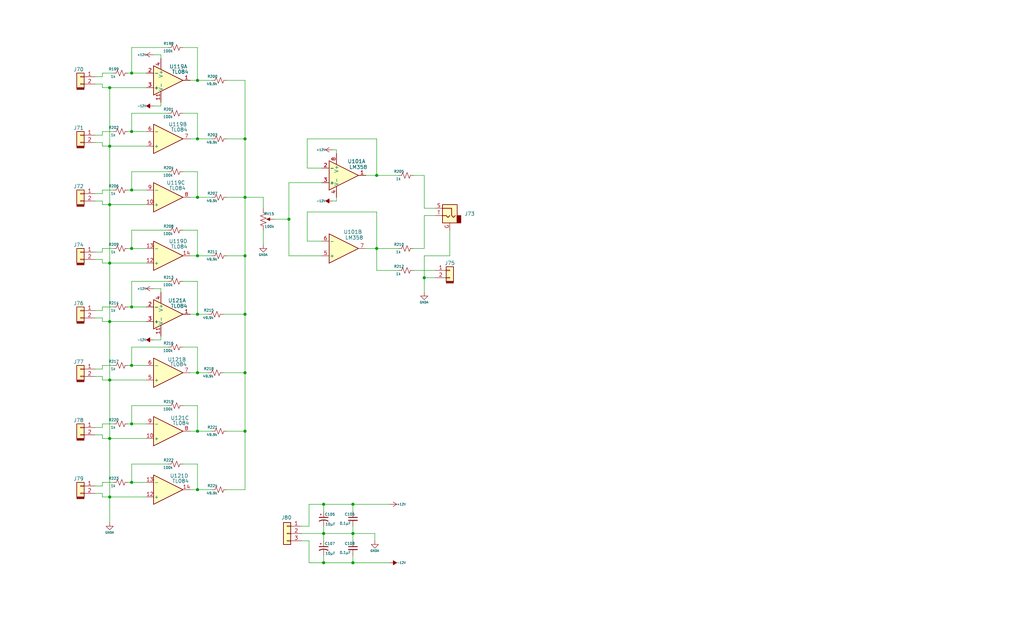
<source format=kicad_sch>
(kicad_sch
	(version 20231120)
	(generator "eeschema")
	(generator_version "8.0")
	(uuid "a290419b-0276-44cb-adec-ecfe9513e31e")
	(paper "USLegal")
	(title_block
		(title "Synth #2")
		(date "2023-07-27")
		(rev "0.1")
		(company "      MLE Tech                  Cedar Park, TX")
		(comment 2 "In Development")
	)
	(lib_symbols
		(symbol "Amplifier_Operational:LM358"
			(pin_names
				(offset 0.127)
			)
			(exclude_from_sim no)
			(in_bom yes)
			(on_board yes)
			(property "Reference" "U"
				(at 0 5.08 0)
				(effects
					(font
						(size 1.27 1.27)
					)
					(justify left)
				)
			)
			(property "Value" "LM358"
				(at 0 -5.08 0)
				(effects
					(font
						(size 1.27 1.27)
					)
					(justify left)
				)
			)
			(property "Footprint" ""
				(at 0 0 0)
				(effects
					(font
						(size 1.27 1.27)
					)
					(hide yes)
				)
			)
			(property "Datasheet" "http://www.ti.com/lit/ds/symlink/lm2904-n.pdf"
				(at 0 0 0)
				(effects
					(font
						(size 1.27 1.27)
					)
					(hide yes)
				)
			)
			(property "Description" "Low-Power, Dual Operational Amplifiers, DIP-8/SOIC-8/TO-99-8"
				(at 0 0 0)
				(effects
					(font
						(size 1.27 1.27)
					)
					(hide yes)
				)
			)
			(property "ki_locked" ""
				(at 0 0 0)
				(effects
					(font
						(size 1.27 1.27)
					)
				)
			)
			(property "ki_keywords" "dual opamp"
				(at 0 0 0)
				(effects
					(font
						(size 1.27 1.27)
					)
					(hide yes)
				)
			)
			(property "ki_fp_filters" "SOIC*3.9x4.9mm*P1.27mm* DIP*W7.62mm* TO*99* OnSemi*Micro8* TSSOP*3x3mm*P0.65mm* TSSOP*4.4x3mm*P0.65mm* MSOP*3x3mm*P0.65mm* SSOP*3.9x4.9mm*P0.635mm* LFCSP*2x2mm*P0.5mm* *SIP* SOIC*5.3x6.2mm*P1.27mm*"
				(at 0 0 0)
				(effects
					(font
						(size 1.27 1.27)
					)
					(hide yes)
				)
			)
			(symbol "LM358_1_1"
				(polyline
					(pts
						(xy -5.08 5.08) (xy 5.08 0) (xy -5.08 -5.08) (xy -5.08 5.08)
					)
					(stroke
						(width 0.254)
						(type default)
					)
					(fill
						(type background)
					)
				)
				(pin output line
					(at 7.62 0 180)
					(length 2.54)
					(name "~"
						(effects
							(font
								(size 1.27 1.27)
							)
						)
					)
					(number "1"
						(effects
							(font
								(size 1.27 1.27)
							)
						)
					)
				)
				(pin input line
					(at -7.62 -2.54 0)
					(length 2.54)
					(name "-"
						(effects
							(font
								(size 1.27 1.27)
							)
						)
					)
					(number "2"
						(effects
							(font
								(size 1.27 1.27)
							)
						)
					)
				)
				(pin input line
					(at -7.62 2.54 0)
					(length 2.54)
					(name "+"
						(effects
							(font
								(size 1.27 1.27)
							)
						)
					)
					(number "3"
						(effects
							(font
								(size 1.27 1.27)
							)
						)
					)
				)
			)
			(symbol "LM358_2_1"
				(polyline
					(pts
						(xy -5.08 5.08) (xy 5.08 0) (xy -5.08 -5.08) (xy -5.08 5.08)
					)
					(stroke
						(width 0.254)
						(type default)
					)
					(fill
						(type background)
					)
				)
				(pin input line
					(at -7.62 2.54 0)
					(length 2.54)
					(name "+"
						(effects
							(font
								(size 1.27 1.27)
							)
						)
					)
					(number "5"
						(effects
							(font
								(size 1.27 1.27)
							)
						)
					)
				)
				(pin input line
					(at -7.62 -2.54 0)
					(length 2.54)
					(name "-"
						(effects
							(font
								(size 1.27 1.27)
							)
						)
					)
					(number "6"
						(effects
							(font
								(size 1.27 1.27)
							)
						)
					)
				)
				(pin output line
					(at 7.62 0 180)
					(length 2.54)
					(name "~"
						(effects
							(font
								(size 1.27 1.27)
							)
						)
					)
					(number "7"
						(effects
							(font
								(size 1.27 1.27)
							)
						)
					)
				)
			)
			(symbol "LM358_3_1"
				(pin power_in line
					(at -2.54 -7.62 90)
					(length 3.81)
					(name "V-"
						(effects
							(font
								(size 1.27 1.27)
							)
						)
					)
					(number "4"
						(effects
							(font
								(size 1.27 1.27)
							)
						)
					)
				)
				(pin power_in line
					(at -2.54 7.62 270)
					(length 3.81)
					(name "V+"
						(effects
							(font
								(size 1.27 1.27)
							)
						)
					)
					(number "8"
						(effects
							(font
								(size 1.27 1.27)
							)
						)
					)
				)
			)
		)
		(symbol "Amplifier_Operational:TL084"
			(pin_names
				(offset 0.127)
			)
			(exclude_from_sim no)
			(in_bom yes)
			(on_board yes)
			(property "Reference" "U"
				(at 0 5.08 0)
				(effects
					(font
						(size 1.27 1.27)
					)
					(justify left)
				)
			)
			(property "Value" "TL084"
				(at 0 -5.08 0)
				(effects
					(font
						(size 1.27 1.27)
					)
					(justify left)
				)
			)
			(property "Footprint" ""
				(at -1.27 2.54 0)
				(effects
					(font
						(size 1.27 1.27)
					)
					(hide yes)
				)
			)
			(property "Datasheet" "http://www.ti.com/lit/ds/symlink/tl081.pdf"
				(at 1.27 5.08 0)
				(effects
					(font
						(size 1.27 1.27)
					)
					(hide yes)
				)
			)
			(property "Description" "Quad JFET-Input Operational Amplifiers, DIP-14/SOIC-14/SSOP-14"
				(at 0 0 0)
				(effects
					(font
						(size 1.27 1.27)
					)
					(hide yes)
				)
			)
			(property "ki_locked" ""
				(at 0 0 0)
				(effects
					(font
						(size 1.27 1.27)
					)
				)
			)
			(property "ki_keywords" "quad opamp"
				(at 0 0 0)
				(effects
					(font
						(size 1.27 1.27)
					)
					(hide yes)
				)
			)
			(property "ki_fp_filters" "SOIC*3.9x8.7mm*P1.27mm* DIP*W7.62mm* TSSOP*4.4x5mm*P0.65mm* SSOP*5.3x6.2mm*P0.65mm* MSOP*3x3mm*P0.5mm*"
				(at 0 0 0)
				(effects
					(font
						(size 1.27 1.27)
					)
					(hide yes)
				)
			)
			(symbol "TL084_1_1"
				(polyline
					(pts
						(xy -5.08 5.08) (xy 5.08 0) (xy -5.08 -5.08) (xy -5.08 5.08)
					)
					(stroke
						(width 0.254)
						(type default)
					)
					(fill
						(type background)
					)
				)
				(pin output line
					(at 7.62 0 180)
					(length 2.54)
					(name "~"
						(effects
							(font
								(size 1.27 1.27)
							)
						)
					)
					(number "1"
						(effects
							(font
								(size 1.27 1.27)
							)
						)
					)
				)
				(pin input line
					(at -7.62 -2.54 0)
					(length 2.54)
					(name "-"
						(effects
							(font
								(size 1.27 1.27)
							)
						)
					)
					(number "2"
						(effects
							(font
								(size 1.27 1.27)
							)
						)
					)
				)
				(pin input line
					(at -7.62 2.54 0)
					(length 2.54)
					(name "+"
						(effects
							(font
								(size 1.27 1.27)
							)
						)
					)
					(number "3"
						(effects
							(font
								(size 1.27 1.27)
							)
						)
					)
				)
			)
			(symbol "TL084_2_1"
				(polyline
					(pts
						(xy -5.08 5.08) (xy 5.08 0) (xy -5.08 -5.08) (xy -5.08 5.08)
					)
					(stroke
						(width 0.254)
						(type default)
					)
					(fill
						(type background)
					)
				)
				(pin input line
					(at -7.62 2.54 0)
					(length 2.54)
					(name "+"
						(effects
							(font
								(size 1.27 1.27)
							)
						)
					)
					(number "5"
						(effects
							(font
								(size 1.27 1.27)
							)
						)
					)
				)
				(pin input line
					(at -7.62 -2.54 0)
					(length 2.54)
					(name "-"
						(effects
							(font
								(size 1.27 1.27)
							)
						)
					)
					(number "6"
						(effects
							(font
								(size 1.27 1.27)
							)
						)
					)
				)
				(pin output line
					(at 7.62 0 180)
					(length 2.54)
					(name "~"
						(effects
							(font
								(size 1.27 1.27)
							)
						)
					)
					(number "7"
						(effects
							(font
								(size 1.27 1.27)
							)
						)
					)
				)
			)
			(symbol "TL084_3_1"
				(polyline
					(pts
						(xy -5.08 5.08) (xy 5.08 0) (xy -5.08 -5.08) (xy -5.08 5.08)
					)
					(stroke
						(width 0.254)
						(type default)
					)
					(fill
						(type background)
					)
				)
				(pin input line
					(at -7.62 2.54 0)
					(length 2.54)
					(name "+"
						(effects
							(font
								(size 1.27 1.27)
							)
						)
					)
					(number "10"
						(effects
							(font
								(size 1.27 1.27)
							)
						)
					)
				)
				(pin output line
					(at 7.62 0 180)
					(length 2.54)
					(name "~"
						(effects
							(font
								(size 1.27 1.27)
							)
						)
					)
					(number "8"
						(effects
							(font
								(size 1.27 1.27)
							)
						)
					)
				)
				(pin input line
					(at -7.62 -2.54 0)
					(length 2.54)
					(name "-"
						(effects
							(font
								(size 1.27 1.27)
							)
						)
					)
					(number "9"
						(effects
							(font
								(size 1.27 1.27)
							)
						)
					)
				)
			)
			(symbol "TL084_4_1"
				(polyline
					(pts
						(xy -5.08 5.08) (xy 5.08 0) (xy -5.08 -5.08) (xy -5.08 5.08)
					)
					(stroke
						(width 0.254)
						(type default)
					)
					(fill
						(type background)
					)
				)
				(pin input line
					(at -7.62 2.54 0)
					(length 2.54)
					(name "+"
						(effects
							(font
								(size 1.27 1.27)
							)
						)
					)
					(number "12"
						(effects
							(font
								(size 1.27 1.27)
							)
						)
					)
				)
				(pin input line
					(at -7.62 -2.54 0)
					(length 2.54)
					(name "-"
						(effects
							(font
								(size 1.27 1.27)
							)
						)
					)
					(number "13"
						(effects
							(font
								(size 1.27 1.27)
							)
						)
					)
				)
				(pin output line
					(at 7.62 0 180)
					(length 2.54)
					(name "~"
						(effects
							(font
								(size 1.27 1.27)
							)
						)
					)
					(number "14"
						(effects
							(font
								(size 1.27 1.27)
							)
						)
					)
				)
			)
			(symbol "TL084_5_1"
				(pin power_in line
					(at -2.54 -7.62 90)
					(length 3.81)
					(name "V-"
						(effects
							(font
								(size 1.27 1.27)
							)
						)
					)
					(number "11"
						(effects
							(font
								(size 1.27 1.27)
							)
						)
					)
				)
				(pin power_in line
					(at -2.54 7.62 270)
					(length 3.81)
					(name "V+"
						(effects
							(font
								(size 1.27 1.27)
							)
						)
					)
					(number "4"
						(effects
							(font
								(size 1.27 1.27)
							)
						)
					)
				)
			)
		)
		(symbol "Connector:AudioJack2_Ground"
			(exclude_from_sim no)
			(in_bom yes)
			(on_board yes)
			(property "Reference" "J"
				(at 0 8.89 0)
				(effects
					(font
						(size 1.27 1.27)
					)
				)
			)
			(property "Value" "AudioJack2_Ground"
				(at 0 6.35 0)
				(effects
					(font
						(size 1.27 1.27)
					)
				)
			)
			(property "Footprint" ""
				(at 0 0 0)
				(effects
					(font
						(size 1.27 1.27)
					)
					(hide yes)
				)
			)
			(property "Datasheet" "~"
				(at 0 0 0)
				(effects
					(font
						(size 1.27 1.27)
					)
					(hide yes)
				)
			)
			(property "Description" "Audio Jack, 2 Poles (Mono / TS), Grounded Sleeve"
				(at 0 0 0)
				(effects
					(font
						(size 1.27 1.27)
					)
					(hide yes)
				)
			)
			(property "ki_keywords" "audio jack receptacle mono phone headphone TS connector"
				(at 0 0 0)
				(effects
					(font
						(size 1.27 1.27)
					)
					(hide yes)
				)
			)
			(property "ki_fp_filters" "Jack*"
				(at 0 0 0)
				(effects
					(font
						(size 1.27 1.27)
					)
					(hide yes)
				)
			)
			(symbol "AudioJack2_Ground_0_1"
				(rectangle
					(start -2.54 -2.54)
					(end -3.81 0)
					(stroke
						(width 0.254)
						(type default)
					)
					(fill
						(type outline)
					)
				)
				(polyline
					(pts
						(xy 0 0) (xy 0.635 -0.635) (xy 1.27 0) (xy 2.54 0)
					)
					(stroke
						(width 0.254)
						(type default)
					)
					(fill
						(type none)
					)
				)
				(polyline
					(pts
						(xy 2.54 2.54) (xy -0.635 2.54) (xy -0.635 0) (xy -1.27 -0.635) (xy -1.905 0)
					)
					(stroke
						(width 0.254)
						(type default)
					)
					(fill
						(type none)
					)
				)
				(rectangle
					(start 2.54 3.81)
					(end -2.54 -2.54)
					(stroke
						(width 0.254)
						(type default)
					)
					(fill
						(type background)
					)
				)
			)
			(symbol "AudioJack2_Ground_1_1"
				(pin passive line
					(at 0 -5.08 90)
					(length 2.54)
					(name "~"
						(effects
							(font
								(size 1.27 1.27)
							)
						)
					)
					(number "G"
						(effects
							(font
								(size 1.27 1.27)
							)
						)
					)
				)
				(pin passive line
					(at 5.08 2.54 180)
					(length 2.54)
					(name "~"
						(effects
							(font
								(size 1.27 1.27)
							)
						)
					)
					(number "S"
						(effects
							(font
								(size 1.27 1.27)
							)
						)
					)
				)
				(pin passive line
					(at 5.08 0 180)
					(length 2.54)
					(name "~"
						(effects
							(font
								(size 1.27 1.27)
							)
						)
					)
					(number "T"
						(effects
							(font
								(size 1.27 1.27)
							)
						)
					)
				)
			)
		)
		(symbol "Connector_Generic:Conn_01x03"
			(pin_names
				(offset 1.016) hide)
			(exclude_from_sim no)
			(in_bom yes)
			(on_board yes)
			(property "Reference" "J"
				(at 0 5.08 0)
				(effects
					(font
						(size 1.27 1.27)
					)
				)
			)
			(property "Value" "Conn_01x03"
				(at 0 -5.08 0)
				(effects
					(font
						(size 1.27 1.27)
					)
				)
			)
			(property "Footprint" ""
				(at 0 0 0)
				(effects
					(font
						(size 1.27 1.27)
					)
					(hide yes)
				)
			)
			(property "Datasheet" "~"
				(at 0 0 0)
				(effects
					(font
						(size 1.27 1.27)
					)
					(hide yes)
				)
			)
			(property "Description" "Generic connector, single row, 01x03, script generated (kicad-library-utils/schlib/autogen/connector/)"
				(at 0 0 0)
				(effects
					(font
						(size 1.27 1.27)
					)
					(hide yes)
				)
			)
			(property "ki_keywords" "connector"
				(at 0 0 0)
				(effects
					(font
						(size 1.27 1.27)
					)
					(hide yes)
				)
			)
			(property "ki_fp_filters" "Connector*:*_1x??_*"
				(at 0 0 0)
				(effects
					(font
						(size 1.27 1.27)
					)
					(hide yes)
				)
			)
			(symbol "Conn_01x03_1_1"
				(rectangle
					(start -1.27 -2.413)
					(end 0 -2.667)
					(stroke
						(width 0.1524)
						(type default)
					)
					(fill
						(type none)
					)
				)
				(rectangle
					(start -1.27 0.127)
					(end 0 -0.127)
					(stroke
						(width 0.1524)
						(type default)
					)
					(fill
						(type none)
					)
				)
				(rectangle
					(start -1.27 2.667)
					(end 0 2.413)
					(stroke
						(width 0.1524)
						(type default)
					)
					(fill
						(type none)
					)
				)
				(rectangle
					(start -1.27 3.81)
					(end 1.27 -3.81)
					(stroke
						(width 0.254)
						(type default)
					)
					(fill
						(type background)
					)
				)
				(pin passive line
					(at -5.08 2.54 0)
					(length 3.81)
					(name "Pin_1"
						(effects
							(font
								(size 1.27 1.27)
							)
						)
					)
					(number "1"
						(effects
							(font
								(size 1.27 1.27)
							)
						)
					)
				)
				(pin passive line
					(at -5.08 0 0)
					(length 3.81)
					(name "Pin_2"
						(effects
							(font
								(size 1.27 1.27)
							)
						)
					)
					(number "2"
						(effects
							(font
								(size 1.27 1.27)
							)
						)
					)
				)
				(pin passive line
					(at -5.08 -2.54 0)
					(length 3.81)
					(name "Pin_3"
						(effects
							(font
								(size 1.27 1.27)
							)
						)
					)
					(number "3"
						(effects
							(font
								(size 1.27 1.27)
							)
						)
					)
				)
			)
		)
		(symbol "Connector_keyed_kicad_sym:Conn_01x02"
			(pin_names
				(offset 1.016) hide)
			(exclude_from_sim no)
			(in_bom yes)
			(on_board yes)
			(property "Reference" "J"
				(at 0 2.54 0)
				(effects
					(font
						(size 1.27 1.27)
					)
				)
			)
			(property "Value" "Conn_01x02"
				(at -0.2794 4.7752 0)
				(effects
					(font
						(size 1.27 1.27)
					)
				)
			)
			(property "Footprint" ""
				(at 0 0 0)
				(effects
					(font
						(size 1.27 1.27)
					)
					(hide yes)
				)
			)
			(property "Datasheet" "~"
				(at 0 0 0)
				(effects
					(font
						(size 1.27 1.27)
					)
					(hide yes)
				)
			)
			(property "Description" "Generic connector, single row, 01x02, script generated (kicad-library-utils/schlib/autogen/connector/)"
				(at 0 0 0)
				(effects
					(font
						(size 1.27 1.27)
					)
					(hide yes)
				)
			)
			(property "ki_keywords" "connector"
				(at 0 0 0)
				(effects
					(font
						(size 1.27 1.27)
					)
					(hide yes)
				)
			)
			(property "ki_fp_filters" "Connector*:*_1x??_*"
				(at 0 0 0)
				(effects
					(font
						(size 1.27 1.27)
					)
					(hide yes)
				)
			)
			(symbol "Conn_01x02_0_1"
				(polyline
					(pts
						(xy -1.2954 -3.9116) (xy 1.2954 -3.9116)
					)
					(stroke
						(width 0)
						(type default)
					)
					(fill
						(type none)
					)
				)
				(polyline
					(pts
						(xy -1.27 -4.445) (xy 1.27 -4.445)
					)
					(stroke
						(width 0)
						(type default)
					)
					(fill
						(type none)
					)
				)
				(polyline
					(pts
						(xy -1.27 -4.318) (xy 1.27 -4.318)
					)
					(stroke
						(width 0)
						(type default)
					)
					(fill
						(type none)
					)
				)
				(polyline
					(pts
						(xy -1.27 -4.2164) (xy 1.27 -4.2164)
					)
					(stroke
						(width 0)
						(type default)
					)
					(fill
						(type none)
					)
				)
				(polyline
					(pts
						(xy -1.27 -4.1148) (xy 1.27 -4.1148)
					)
					(stroke
						(width 0)
						(type default)
					)
					(fill
						(type none)
					)
				)
				(polyline
					(pts
						(xy -1.27 -4.0132) (xy 1.27 -4.0132)
					)
					(stroke
						(width 0)
						(type default)
					)
					(fill
						(type none)
					)
				)
			)
			(symbol "Conn_01x02_1_1"
				(rectangle
					(start -1.27 -2.413)
					(end 0 -2.667)
					(stroke
						(width 0.1524)
						(type default)
					)
					(fill
						(type none)
					)
				)
				(rectangle
					(start -1.27 0.127)
					(end 0 -0.127)
					(stroke
						(width 0.1524)
						(type default)
					)
					(fill
						(type none)
					)
				)
				(rectangle
					(start -1.27 1.27)
					(end 1.27 -3.81)
					(stroke
						(width 0.254)
						(type default)
					)
					(fill
						(type background)
					)
				)
				(pin passive line
					(at -5.08 0 0)
					(length 3.81)
					(name "Pin_1"
						(effects
							(font
								(size 1.27 1.27)
							)
						)
					)
					(number "1"
						(effects
							(font
								(size 1.27 1.27)
							)
						)
					)
				)
				(pin passive line
					(at -5.08 -2.54 0)
					(length 3.81)
					(name "Pin_2"
						(effects
							(font
								(size 1.27 1.27)
							)
						)
					)
					(number "2"
						(effects
							(font
								(size 1.27 1.27)
							)
						)
					)
				)
			)
		)
		(symbol "Device:C_Polarized_Small_US"
			(pin_numbers hide)
			(pin_names
				(offset 0.254) hide)
			(exclude_from_sim no)
			(in_bom yes)
			(on_board yes)
			(property "Reference" "C"
				(at 0.254 1.778 0)
				(effects
					(font
						(size 1.27 1.27)
					)
					(justify left)
				)
			)
			(property "Value" "C_Polarized_Small_US"
				(at 0.254 -2.032 0)
				(effects
					(font
						(size 1.27 1.27)
					)
					(justify left)
				)
			)
			(property "Footprint" ""
				(at 0 0 0)
				(effects
					(font
						(size 1.27 1.27)
					)
					(hide yes)
				)
			)
			(property "Datasheet" "~"
				(at 0 0 0)
				(effects
					(font
						(size 1.27 1.27)
					)
					(hide yes)
				)
			)
			(property "Description" "Polarized capacitor, small US symbol"
				(at 0 0 0)
				(effects
					(font
						(size 1.27 1.27)
					)
					(hide yes)
				)
			)
			(property "ki_keywords" "cap capacitor"
				(at 0 0 0)
				(effects
					(font
						(size 1.27 1.27)
					)
					(hide yes)
				)
			)
			(property "ki_fp_filters" "CP_*"
				(at 0 0 0)
				(effects
					(font
						(size 1.27 1.27)
					)
					(hide yes)
				)
			)
			(symbol "C_Polarized_Small_US_0_1"
				(polyline
					(pts
						(xy -1.524 0.508) (xy 1.524 0.508)
					)
					(stroke
						(width 0.3048)
						(type default)
					)
					(fill
						(type none)
					)
				)
				(polyline
					(pts
						(xy -1.27 1.524) (xy -0.762 1.524)
					)
					(stroke
						(width 0)
						(type default)
					)
					(fill
						(type none)
					)
				)
				(polyline
					(pts
						(xy -1.016 1.27) (xy -1.016 1.778)
					)
					(stroke
						(width 0)
						(type default)
					)
					(fill
						(type none)
					)
				)
				(arc
					(start 1.524 -0.762)
					(mid 0 -0.3734)
					(end -1.524 -0.762)
					(stroke
						(width 0.3048)
						(type default)
					)
					(fill
						(type none)
					)
				)
			)
			(symbol "C_Polarized_Small_US_1_1"
				(pin passive line
					(at 0 2.54 270)
					(length 2.032)
					(name "~"
						(effects
							(font
								(size 1.27 1.27)
							)
						)
					)
					(number "1"
						(effects
							(font
								(size 1.27 1.27)
							)
						)
					)
				)
				(pin passive line
					(at 0 -2.54 90)
					(length 2.032)
					(name "~"
						(effects
							(font
								(size 1.27 1.27)
							)
						)
					)
					(number "2"
						(effects
							(font
								(size 1.27 1.27)
							)
						)
					)
				)
			)
		)
		(symbol "Device:C_Small"
			(pin_numbers hide)
			(pin_names
				(offset 0.254) hide)
			(exclude_from_sim no)
			(in_bom yes)
			(on_board yes)
			(property "Reference" "C"
				(at 0.254 1.778 0)
				(effects
					(font
						(size 1.27 1.27)
					)
					(justify left)
				)
			)
			(property "Value" "C_Small"
				(at 0.254 -2.032 0)
				(effects
					(font
						(size 1.27 1.27)
					)
					(justify left)
				)
			)
			(property "Footprint" ""
				(at 0 0 0)
				(effects
					(font
						(size 1.27 1.27)
					)
					(hide yes)
				)
			)
			(property "Datasheet" "~"
				(at 0 0 0)
				(effects
					(font
						(size 1.27 1.27)
					)
					(hide yes)
				)
			)
			(property "Description" "Unpolarized capacitor, small symbol"
				(at 0 0 0)
				(effects
					(font
						(size 1.27 1.27)
					)
					(hide yes)
				)
			)
			(property "ki_keywords" "capacitor cap"
				(at 0 0 0)
				(effects
					(font
						(size 1.27 1.27)
					)
					(hide yes)
				)
			)
			(property "ki_fp_filters" "C_*"
				(at 0 0 0)
				(effects
					(font
						(size 1.27 1.27)
					)
					(hide yes)
				)
			)
			(symbol "C_Small_0_1"
				(polyline
					(pts
						(xy -1.524 -0.508) (xy 1.524 -0.508)
					)
					(stroke
						(width 0.3302)
						(type default)
					)
					(fill
						(type none)
					)
				)
				(polyline
					(pts
						(xy -1.524 0.508) (xy 1.524 0.508)
					)
					(stroke
						(width 0.3048)
						(type default)
					)
					(fill
						(type none)
					)
				)
			)
			(symbol "C_Small_1_1"
				(pin passive line
					(at 0 2.54 270)
					(length 2.032)
					(name "~"
						(effects
							(font
								(size 1.27 1.27)
							)
						)
					)
					(number "1"
						(effects
							(font
								(size 1.27 1.27)
							)
						)
					)
				)
				(pin passive line
					(at 0 -2.54 90)
					(length 2.032)
					(name "~"
						(effects
							(font
								(size 1.27 1.27)
							)
						)
					)
					(number "2"
						(effects
							(font
								(size 1.27 1.27)
							)
						)
					)
				)
			)
		)
		(symbol "Device:R_Potentiometer_US"
			(pin_names
				(offset 1.016) hide)
			(exclude_from_sim no)
			(in_bom yes)
			(on_board yes)
			(property "Reference" "RV4"
				(at -1.0668 0.7874 0)
				(effects
					(font
						(size 0.889 0.889)
					)
					(justify right)
				)
			)
			(property "Value" "5k"
				(at -1.6256 -0.9906 0)
				(effects
					(font
						(size 0.889 0.889)
					)
					(justify right)
				)
			)
			(property "Footprint" ""
				(at 0 0 0)
				(effects
					(font
						(size 1.27 1.27)
					)
					(hide yes)
				)
			)
			(property "Datasheet" "~"
				(at 0 0 0)
				(effects
					(font
						(size 1.27 1.27)
					)
					(hide yes)
				)
			)
			(property "Description" "Potentiometer, US symbol"
				(at 0 0 0)
				(effects
					(font
						(size 1.27 1.27)
					)
					(hide yes)
				)
			)
			(property "ki_keywords" "resistor variable"
				(at 0 0 0)
				(effects
					(font
						(size 1.27 1.27)
					)
					(hide yes)
				)
			)
			(property "ki_fp_filters" "Potentiometer*"
				(at 0 0 0)
				(effects
					(font
						(size 1.27 1.27)
					)
					(hide yes)
				)
			)
			(symbol "R_Potentiometer_US_0_1"
				(polyline
					(pts
						(xy 0 -2.286) (xy 0 -2.54)
					)
					(stroke
						(width 0)
						(type default)
					)
					(fill
						(type none)
					)
				)
				(polyline
					(pts
						(xy 0 2.54) (xy 0 2.286)
					)
					(stroke
						(width 0)
						(type default)
					)
					(fill
						(type none)
					)
				)
				(polyline
					(pts
						(xy 2.54 0) (xy 1.524 0)
					)
					(stroke
						(width 0)
						(type default)
					)
					(fill
						(type none)
					)
				)
				(polyline
					(pts
						(xy 1.143 0) (xy 2.286 0.508) (xy 2.286 -0.508) (xy 1.143 0)
					)
					(stroke
						(width 0)
						(type default)
					)
					(fill
						(type outline)
					)
				)
				(polyline
					(pts
						(xy 0 -0.762) (xy 1.016 -1.143) (xy 0 -1.524) (xy -1.016 -1.905) (xy 0 -2.286)
					)
					(stroke
						(width 0)
						(type default)
					)
					(fill
						(type none)
					)
				)
				(polyline
					(pts
						(xy 0 0.762) (xy 1.016 0.381) (xy 0 0) (xy -1.016 -0.381) (xy 0 -0.762)
					)
					(stroke
						(width 0)
						(type default)
					)
					(fill
						(type none)
					)
				)
				(polyline
					(pts
						(xy 0 2.286) (xy 1.016 1.905) (xy 0 1.524) (xy -1.016 1.143) (xy 0 0.762)
					)
					(stroke
						(width 0)
						(type default)
					)
					(fill
						(type none)
					)
				)
			)
			(symbol "R_Potentiometer_US_1_1"
				(pin passive line
					(at 0 3.81 270)
					(length 1.27)
					(name "1"
						(effects
							(font
								(size 1.27 1.27)
							)
						)
					)
					(number ""
						(effects
							(font
								(size 1.27 1.27)
							)
						)
					)
				)
				(pin passive line
					(at 3.81 0 180)
					(length 1.27)
					(name "2"
						(effects
							(font
								(size 1.27 1.27)
							)
						)
					)
					(number ""
						(effects
							(font
								(size 1.27 1.27)
							)
						)
					)
				)
				(pin passive line
					(at 0 -3.81 90)
					(length 1.27)
					(name "3"
						(effects
							(font
								(size 1.27 1.27)
							)
						)
					)
					(number ""
						(effects
							(font
								(size 1.27 1.27)
							)
						)
					)
				)
			)
		)
		(symbol "Device:R_Small_US"
			(pin_numbers hide)
			(pin_names
				(offset 0.254) hide)
			(exclude_from_sim no)
			(in_bom yes)
			(on_board yes)
			(property "Reference" "R"
				(at 0.762 0.508 0)
				(effects
					(font
						(size 1.27 1.27)
					)
					(justify left)
				)
			)
			(property "Value" "R_Small_US"
				(at 0.762 -1.016 0)
				(effects
					(font
						(size 1.27 1.27)
					)
					(justify left)
				)
			)
			(property "Footprint" ""
				(at 0 0 0)
				(effects
					(font
						(size 1.27 1.27)
					)
					(hide yes)
				)
			)
			(property "Datasheet" "~"
				(at 0 0 0)
				(effects
					(font
						(size 1.27 1.27)
					)
					(hide yes)
				)
			)
			(property "Description" "Resistor, small US symbol"
				(at 0 0 0)
				(effects
					(font
						(size 1.27 1.27)
					)
					(hide yes)
				)
			)
			(property "ki_keywords" "r resistor"
				(at 0 0 0)
				(effects
					(font
						(size 1.27 1.27)
					)
					(hide yes)
				)
			)
			(property "ki_fp_filters" "R_*"
				(at 0 0 0)
				(effects
					(font
						(size 1.27 1.27)
					)
					(hide yes)
				)
			)
			(symbol "R_Small_US_1_1"
				(polyline
					(pts
						(xy 0 0) (xy 1.016 -0.381) (xy 0 -0.762) (xy -1.016 -1.143) (xy 0 -1.524)
					)
					(stroke
						(width 0)
						(type default)
					)
					(fill
						(type none)
					)
				)
				(polyline
					(pts
						(xy 0 1.524) (xy 1.016 1.143) (xy 0 0.762) (xy -1.016 0.381) (xy 0 0)
					)
					(stroke
						(width 0)
						(type default)
					)
					(fill
						(type none)
					)
				)
				(pin passive line
					(at 0 2.54 270)
					(length 1.016)
					(name "~"
						(effects
							(font
								(size 1.27 1.27)
							)
						)
					)
					(number "1"
						(effects
							(font
								(size 1.27 1.27)
							)
						)
					)
				)
				(pin passive line
					(at 0 -2.54 90)
					(length 1.016)
					(name "~"
						(effects
							(font
								(size 1.27 1.27)
							)
						)
					)
					(number "2"
						(effects
							(font
								(size 1.27 1.27)
							)
						)
					)
				)
			)
		)
		(symbol "power:+12V"
			(power)
			(pin_names
				(offset 0)
			)
			(exclude_from_sim no)
			(in_bom yes)
			(on_board yes)
			(property "Reference" "#PWR"
				(at 0 -3.81 0)
				(effects
					(font
						(size 1.27 1.27)
					)
					(hide yes)
				)
			)
			(property "Value" "+12V"
				(at 0 3.556 0)
				(effects
					(font
						(size 1.27 1.27)
					)
				)
			)
			(property "Footprint" ""
				(at 0 0 0)
				(effects
					(font
						(size 1.27 1.27)
					)
					(hide yes)
				)
			)
			(property "Datasheet" ""
				(at 0 0 0)
				(effects
					(font
						(size 1.27 1.27)
					)
					(hide yes)
				)
			)
			(property "Description" "Power symbol creates a global label with name \"+12V\""
				(at 0 0 0)
				(effects
					(font
						(size 1.27 1.27)
					)
					(hide yes)
				)
			)
			(property "ki_keywords" "power-flag"
				(at 0 0 0)
				(effects
					(font
						(size 1.27 1.27)
					)
					(hide yes)
				)
			)
			(symbol "+12V_0_1"
				(polyline
					(pts
						(xy -0.762 1.27) (xy 0 2.54)
					)
					(stroke
						(width 0)
						(type default)
					)
					(fill
						(type none)
					)
				)
				(polyline
					(pts
						(xy 0 0) (xy 0 2.54)
					)
					(stroke
						(width 0)
						(type default)
					)
					(fill
						(type none)
					)
				)
				(polyline
					(pts
						(xy 0 2.54) (xy 0.762 1.27)
					)
					(stroke
						(width 0)
						(type default)
					)
					(fill
						(type none)
					)
				)
			)
			(symbol "+12V_1_1"
				(pin power_in line
					(at 0 0 90)
					(length 0) hide
					(name "+12V"
						(effects
							(font
								(size 1.27 1.27)
							)
						)
					)
					(number "1"
						(effects
							(font
								(size 1.27 1.27)
							)
						)
					)
				)
			)
		)
		(symbol "power:-12V"
			(power)
			(pin_names
				(offset 0)
			)
			(exclude_from_sim no)
			(in_bom yes)
			(on_board yes)
			(property "Reference" "#PWR"
				(at 0 2.54 0)
				(effects
					(font
						(size 1.27 1.27)
					)
					(hide yes)
				)
			)
			(property "Value" "-12V"
				(at 0 3.81 0)
				(effects
					(font
						(size 1.27 1.27)
					)
				)
			)
			(property "Footprint" ""
				(at 0 0 0)
				(effects
					(font
						(size 1.27 1.27)
					)
					(hide yes)
				)
			)
			(property "Datasheet" ""
				(at 0 0 0)
				(effects
					(font
						(size 1.27 1.27)
					)
					(hide yes)
				)
			)
			(property "Description" "Power symbol creates a global label with name \"-12V\""
				(at 0 0 0)
				(effects
					(font
						(size 1.27 1.27)
					)
					(hide yes)
				)
			)
			(property "ki_keywords" "power-flag"
				(at 0 0 0)
				(effects
					(font
						(size 1.27 1.27)
					)
					(hide yes)
				)
			)
			(symbol "-12V_0_0"
				(pin power_in line
					(at 0 0 90)
					(length 0) hide
					(name "-12V"
						(effects
							(font
								(size 1.27 1.27)
							)
						)
					)
					(number "1"
						(effects
							(font
								(size 1.27 1.27)
							)
						)
					)
				)
			)
			(symbol "-12V_0_1"
				(polyline
					(pts
						(xy 0 0) (xy 0 1.27) (xy 0.762 1.27) (xy 0 2.54) (xy -0.762 1.27) (xy 0 1.27)
					)
					(stroke
						(width 0)
						(type default)
					)
					(fill
						(type outline)
					)
				)
			)
		)
		(symbol "power:GNDA"
			(power)
			(pin_names
				(offset 0)
			)
			(exclude_from_sim no)
			(in_bom yes)
			(on_board yes)
			(property "Reference" "#PWR"
				(at 0 -6.35 0)
				(effects
					(font
						(size 1.27 1.27)
					)
					(hide yes)
				)
			)
			(property "Value" "GNDA"
				(at 0 -3.81 0)
				(effects
					(font
						(size 1.27 1.27)
					)
				)
			)
			(property "Footprint" ""
				(at 0 0 0)
				(effects
					(font
						(size 1.27 1.27)
					)
					(hide yes)
				)
			)
			(property "Datasheet" ""
				(at 0 0 0)
				(effects
					(font
						(size 1.27 1.27)
					)
					(hide yes)
				)
			)
			(property "Description" "Power symbol creates a global label with name \"GNDA\" , analog ground"
				(at 0 0 0)
				(effects
					(font
						(size 1.27 1.27)
					)
					(hide yes)
				)
			)
			(property "ki_keywords" "power-flag"
				(at 0 0 0)
				(effects
					(font
						(size 1.27 1.27)
					)
					(hide yes)
				)
			)
			(symbol "GNDA_0_1"
				(polyline
					(pts
						(xy 0 0) (xy 0 -1.27) (xy 1.27 -1.27) (xy 0 -2.54) (xy -1.27 -1.27) (xy 0 -1.27)
					)
					(stroke
						(width 0)
						(type default)
					)
					(fill
						(type none)
					)
				)
			)
			(symbol "GNDA_1_1"
				(pin power_in line
					(at 0 0 270)
					(length 0) hide
					(name "GNDA"
						(effects
							(font
								(size 1.27 1.27)
							)
						)
					)
					(number "1"
						(effects
							(font
								(size 1.27 1.27)
							)
						)
					)
				)
			)
		)
	)
	(junction
		(at 38.1 152.4)
		(diameter 0)
		(color 0 0 0 0)
		(uuid "075eac51-7969-45d3-a4a9-a3baa65db51c")
	)
	(junction
		(at 68.58 68.58)
		(diameter 0)
		(color 0 0 0 0)
		(uuid "0ecfe18c-11f3-483c-a01b-6caea0adc527")
	)
	(junction
		(at 85.09 88.9)
		(diameter 0)
		(color 0 0 0 0)
		(uuid "14434b91-5755-4196-945b-021c9c7892b1")
	)
	(junction
		(at 122.555 185.42)
		(diameter 0)
		(color 0 0 0 0)
		(uuid "1b578b74-7188-4c68-b5a3-cc7157b467a8")
	)
	(junction
		(at 68.58 170.18)
		(diameter 0)
		(color 0 0 0 0)
		(uuid "1cfab8af-3b44-4d4c-8afc-a7ef5eda76c4")
	)
	(junction
		(at 85.09 149.86)
		(diameter 0)
		(color 0 0 0 0)
		(uuid "2524cb29-6187-4619-8cbc-f0ea48fdb5da")
	)
	(junction
		(at 85.09 68.58)
		(diameter 0)
		(color 0 0 0 0)
		(uuid "2739af30-ffc6-4cc8-9369-95ffce2208c4")
	)
	(junction
		(at 130.81 60.96)
		(diameter 0)
		(color 0 0 0 0)
		(uuid "35a4e394-8227-4066-9a12-5d5d5f5f3793")
	)
	(junction
		(at 38.1 91.44)
		(diameter 0)
		(color 0 0 0 0)
		(uuid "3f3b1220-29f0-4b0c-a760-bdf41ae5b6e3")
	)
	(junction
		(at 85.09 129.54)
		(diameter 0)
		(color 0 0 0 0)
		(uuid "42fb372b-3eee-4d7b-a68d-699601c74c3e")
	)
	(junction
		(at 68.58 48.26)
		(diameter 0)
		(color 0 0 0 0)
		(uuid "470ecdb9-1876-43a1-b0f1-9584a521a80d")
	)
	(junction
		(at 68.58 27.94)
		(diameter 0)
		(color 0 0 0 0)
		(uuid "48415dd6-94b1-4477-b5ff-07574bf0b791")
	)
	(junction
		(at 38.1 50.8)
		(diameter 0)
		(color 0 0 0 0)
		(uuid "4b6783aa-03fa-4929-a019-d1b3d1cede62")
	)
	(junction
		(at 45.72 66.04)
		(diameter 0)
		(color 0 0 0 0)
		(uuid "50a41b84-4757-4784-8168-e71cf0001d8d")
	)
	(junction
		(at 147.32 96.52)
		(diameter 0)
		(color 0 0 0 0)
		(uuid "55cc777d-e379-47c9-b3a0-a13e9a26aede")
	)
	(junction
		(at 38.1 111.76)
		(diameter 0)
		(color 0 0 0 0)
		(uuid "5a9b8f04-0815-4f90-a0aa-63957ac7887c")
	)
	(junction
		(at 112.395 185.42)
		(diameter 0)
		(color 0 0 0 0)
		(uuid "5d5e75d1-1721-473e-af7b-29e61fb4be2c")
	)
	(junction
		(at 100.33 76.2)
		(diameter 0)
		(color 0 0 0 0)
		(uuid "66bbe5c1-ac11-4553-9d2f-e7a47367cddd")
	)
	(junction
		(at 38.1 172.72)
		(diameter 0)
		(color 0 0 0 0)
		(uuid "6820054f-6b63-44b4-b6c8-dd1fb3833c9e")
	)
	(junction
		(at 85.09 48.26)
		(diameter 0)
		(color 0 0 0 0)
		(uuid "68817564-7e78-4835-8215-9bf8545c8e9a")
	)
	(junction
		(at 45.72 167.64)
		(diameter 0)
		(color 0 0 0 0)
		(uuid "6a6c6e47-dfa0-402c-980b-8c2f056d3580")
	)
	(junction
		(at 112.395 195.58)
		(diameter 0)
		(color 0 0 0 0)
		(uuid "70023d7b-7c03-4581-be2c-c4fc713f566f")
	)
	(junction
		(at 45.72 147.32)
		(diameter 0)
		(color 0 0 0 0)
		(uuid "7452a83f-d0ae-4876-8da3-cbc0ac0cfbad")
	)
	(junction
		(at 68.58 149.86)
		(diameter 0)
		(color 0 0 0 0)
		(uuid "7d0ecf5c-fb8e-4086-bba0-fd6801873a98")
	)
	(junction
		(at 68.58 129.54)
		(diameter 0)
		(color 0 0 0 0)
		(uuid "7f6eb170-45d4-4ffa-9b14-5dd2bd592f83")
	)
	(junction
		(at 130.81 86.36)
		(diameter 0)
		(color 0 0 0 0)
		(uuid "869ca137-44c6-41e2-8add-6cf3beffb3d7")
	)
	(junction
		(at 112.395 175.26)
		(diameter 0)
		(color 0 0 0 0)
		(uuid "8a58e897-6528-4a9e-8420-0f69174178b2")
	)
	(junction
		(at 38.1 71.12)
		(diameter 0)
		(color 0 0 0 0)
		(uuid "93daa0e3-db0c-47c5-9354-0ea6da36ee45")
	)
	(junction
		(at 38.1 30.48)
		(diameter 0)
		(color 0 0 0 0)
		(uuid "9dffd85c-5de4-4a0e-bac3-2cf77ea6e935")
	)
	(junction
		(at 45.72 127)
		(diameter 0)
		(color 0 0 0 0)
		(uuid "a15f9948-6a51-4d73-a1b4-40405e5dddd2")
	)
	(junction
		(at 38.1 132.08)
		(diameter 0)
		(color 0 0 0 0)
		(uuid "a5527196-2140-4dfb-ace1-6bbd52fe5c54")
	)
	(junction
		(at 45.72 86.36)
		(diameter 0)
		(color 0 0 0 0)
		(uuid "aa0d1800-def4-4d84-a3c0-da9bc8407827")
	)
	(junction
		(at 122.555 175.26)
		(diameter 0)
		(color 0 0 0 0)
		(uuid "b3e8b3a2-566f-4c33-8c82-ad1279ca8711")
	)
	(junction
		(at 45.72 106.68)
		(diameter 0)
		(color 0 0 0 0)
		(uuid "b6946c91-554a-48b6-91da-2f438bcbf287")
	)
	(junction
		(at 45.72 25.4)
		(diameter 0)
		(color 0 0 0 0)
		(uuid "bdc79e3a-9c46-4774-bc6b-8d7325c9da3c")
	)
	(junction
		(at 68.58 88.9)
		(diameter 0)
		(color 0 0 0 0)
		(uuid "ca55c116-33c5-4b6d-a786-c673f937ed95")
	)
	(junction
		(at 68.58 109.22)
		(diameter 0)
		(color 0 0 0 0)
		(uuid "ce661b0d-a9a6-4a9d-b728-da495c47f27f")
	)
	(junction
		(at 85.09 109.22)
		(diameter 0)
		(color 0 0 0 0)
		(uuid "d2fe3b8b-6004-4a86-ab39-2ab9f5fd4bf9")
	)
	(junction
		(at 45.72 45.72)
		(diameter 0)
		(color 0 0 0 0)
		(uuid "db84e0ad-db8c-48fc-ba02-e58e5a3b157f")
	)
	(junction
		(at 122.555 195.58)
		(diameter 0)
		(color 0 0 0 0)
		(uuid "f497f40f-a9fc-4924-9985-ab103735317c")
	)
	(wire
		(pts
			(xy 55.88 19.05) (xy 55.88 20.32)
		)
		(stroke
			(width 0)
			(type default)
		)
		(uuid "006d7670-fd83-4d04-86b2-7b08748469e4")
	)
	(wire
		(pts
			(xy 63.5 16.51) (xy 68.58 16.51)
		)
		(stroke
			(width 0)
			(type default)
		)
		(uuid "05c37ce6-93e2-4055-97d6-b6cd0d3ce90e")
	)
	(wire
		(pts
			(xy 50.8 25.4) (xy 45.72 25.4)
		)
		(stroke
			(width 0)
			(type default)
		)
		(uuid "06abee71-4d24-4ac9-99d3-8d9747117a96")
	)
	(wire
		(pts
			(xy 68.58 88.9) (xy 73.66 88.9)
		)
		(stroke
			(width 0)
			(type default)
		)
		(uuid "07034095-c828-4db7-aaf9-5caf7afc2ee6")
	)
	(wire
		(pts
			(xy 72.39 109.22) (xy 68.58 109.22)
		)
		(stroke
			(width 0)
			(type default)
		)
		(uuid "08e9efce-0ac3-4b77-adcf-c24bc2235760")
	)
	(wire
		(pts
			(xy 130.81 86.36) (xy 138.43 86.36)
		)
		(stroke
			(width 0)
			(type default)
		)
		(uuid "09ad4540-5dd5-42f1-97da-15cd724e2b53")
	)
	(wire
		(pts
			(xy 35.56 25.4) (xy 39.37 25.4)
		)
		(stroke
			(width 0)
			(type default)
		)
		(uuid "0a5dab70-0173-4811-8d37-0b9d0acfa2a2")
	)
	(wire
		(pts
			(xy 35.56 67.31) (xy 35.56 66.04)
		)
		(stroke
			(width 0)
			(type default)
		)
		(uuid "0dee777a-048d-496f-98f8-af4b66978c1f")
	)
	(wire
		(pts
			(xy 77.47 109.22) (xy 85.09 109.22)
		)
		(stroke
			(width 0)
			(type default)
		)
		(uuid "110c85c3-6c1f-4208-8dea-b64191177199")
	)
	(wire
		(pts
			(xy 106.68 48.26) (xy 106.68 58.42)
		)
		(stroke
			(width 0)
			(type default)
		)
		(uuid "1199add4-1293-4d8a-a1e9-106edbac38ee")
	)
	(wire
		(pts
			(xy 122.555 185.42) (xy 130.175 185.42)
		)
		(stroke
			(width 0)
			(type default)
		)
		(uuid "11e30ba5-69d1-4ec5-b1ed-4bd256e75f56")
	)
	(wire
		(pts
			(xy 85.09 48.26) (xy 85.09 68.58)
		)
		(stroke
			(width 0)
			(type default)
		)
		(uuid "12ba3ba2-de16-4dcb-8d47-8ab642c46447")
	)
	(wire
		(pts
			(xy 68.58 16.51) (xy 68.58 27.94)
		)
		(stroke
			(width 0)
			(type default)
		)
		(uuid "151bf0f1-8635-4eb9-bd76-0d860ff1fb91")
	)
	(wire
		(pts
			(xy 35.56 110.49) (xy 33.02 110.49)
		)
		(stroke
			(width 0)
			(type default)
		)
		(uuid "16219609-8fbb-40b8-8285-7df5a0e45849")
	)
	(wire
		(pts
			(xy 53.34 36.83) (xy 55.88 36.83)
		)
		(stroke
			(width 0)
			(type default)
		)
		(uuid "1668a04a-a59c-47fa-acd5-6fa9cddf3a2c")
	)
	(wire
		(pts
			(xy 66.04 27.94) (xy 68.58 27.94)
		)
		(stroke
			(width 0)
			(type default)
		)
		(uuid "17643820-5f0a-4406-b8f8-d4df668d496f")
	)
	(wire
		(pts
			(xy 58.42 80.01) (xy 45.72 80.01)
		)
		(stroke
			(width 0)
			(type default)
		)
		(uuid "19988475-0baa-4fd4-a49e-8944fce2d42d")
	)
	(wire
		(pts
			(xy 78.74 27.94) (xy 85.09 27.94)
		)
		(stroke
			(width 0)
			(type default)
		)
		(uuid "1ada67fa-e669-41cc-b327-fb218a0cd35c")
	)
	(wire
		(pts
			(xy 122.555 175.26) (xy 135.255 175.26)
		)
		(stroke
			(width 0)
			(type default)
		)
		(uuid "1f7bf2d9-7f6a-4f51-a6d1-2f3be6970866")
	)
	(wire
		(pts
			(xy 85.09 129.54) (xy 85.09 149.86)
		)
		(stroke
			(width 0)
			(type default)
		)
		(uuid "20762d05-b0db-488b-9019-a01a4cdb702f")
	)
	(wire
		(pts
			(xy 35.56 132.08) (xy 38.1 132.08)
		)
		(stroke
			(width 0)
			(type default)
		)
		(uuid "210ce547-267d-4466-a62a-6504872c933f")
	)
	(wire
		(pts
			(xy 35.56 66.04) (xy 39.37 66.04)
		)
		(stroke
			(width 0)
			(type default)
		)
		(uuid "21ea5f4a-cff8-4809-8556-fa2bee079fea")
	)
	(wire
		(pts
			(xy 147.32 72.39) (xy 151.13 72.39)
		)
		(stroke
			(width 0)
			(type default)
		)
		(uuid "23fc0f03-a644-4584-86c2-378ee9294b24")
	)
	(wire
		(pts
			(xy 85.09 109.22) (xy 85.09 129.54)
		)
		(stroke
			(width 0)
			(type default)
		)
		(uuid "25556d55-30dc-4bb0-b38a-f2f463164f67")
	)
	(wire
		(pts
			(xy 35.56 106.68) (xy 39.37 106.68)
		)
		(stroke
			(width 0)
			(type default)
		)
		(uuid "26af24cd-2739-404c-afac-f2b2160d4b0a")
	)
	(wire
		(pts
			(xy 44.45 106.68) (xy 45.72 106.68)
		)
		(stroke
			(width 0)
			(type default)
		)
		(uuid "2854bdd4-4ee5-4966-b198-04dacc57500d")
	)
	(wire
		(pts
			(xy 35.56 147.32) (xy 39.37 147.32)
		)
		(stroke
			(width 0)
			(type default)
		)
		(uuid "28751bc2-3584-4252-ba11-6edcf4f1b2ad")
	)
	(wire
		(pts
			(xy 53.34 118.11) (xy 55.88 118.11)
		)
		(stroke
			(width 0)
			(type default)
		)
		(uuid "289a7913-8dac-4cd5-a98d-e3a8eff9af8b")
	)
	(wire
		(pts
			(xy 151.13 96.52) (xy 147.32 96.52)
		)
		(stroke
			(width 0)
			(type default)
		)
		(uuid "2a38434e-3cc4-47ee-97ab-948bd3026921")
	)
	(wire
		(pts
			(xy 106.68 73.66) (xy 106.68 83.82)
		)
		(stroke
			(width 0)
			(type default)
		)
		(uuid "2aebafd3-f164-417e-9144-d3d9dbb8b9e2")
	)
	(wire
		(pts
			(xy 68.58 80.01) (xy 68.58 88.9)
		)
		(stroke
			(width 0)
			(type default)
		)
		(uuid "2d2b883c-e1dd-430a-bfd8-bc0b1531d4ce")
	)
	(wire
		(pts
			(xy 39.37 86.36) (xy 35.56 86.36)
		)
		(stroke
			(width 0)
			(type default)
		)
		(uuid "2e6f7be6-579b-4b10-99c1-ebdcffe4e881")
	)
	(wire
		(pts
			(xy 35.56 91.44) (xy 35.56 90.17)
		)
		(stroke
			(width 0)
			(type default)
		)
		(uuid "2f9b6da7-cbd5-4191-bd99-ae011912d8f5")
	)
	(wire
		(pts
			(xy 122.555 195.58) (xy 135.255 195.58)
		)
		(stroke
			(width 0)
			(type default)
		)
		(uuid "344b675a-c93c-4c72-885d-b0c73e963320")
	)
	(wire
		(pts
			(xy 106.68 83.82) (xy 111.76 83.82)
		)
		(stroke
			(width 0)
			(type default)
		)
		(uuid "346d3c29-9a4e-45ef-abc7-5a7c942bd5be")
	)
	(wire
		(pts
			(xy 35.56 128.27) (xy 35.56 127)
		)
		(stroke
			(width 0)
			(type default)
		)
		(uuid "3477f884-0fec-49b2-b81a-55d4f27af772")
	)
	(wire
		(pts
			(xy 91.44 68.58) (xy 85.09 68.58)
		)
		(stroke
			(width 0)
			(type default)
		)
		(uuid "34cca0b1-4cf3-4bdf-b256-c4f6893ec188")
	)
	(wire
		(pts
			(xy 38.1 91.44) (xy 50.8 91.44)
		)
		(stroke
			(width 0)
			(type default)
		)
		(uuid "34f8f4ad-954e-4f96-9fdb-8ea4a7c70617")
	)
	(wire
		(pts
			(xy 35.56 172.72) (xy 38.1 172.72)
		)
		(stroke
			(width 0)
			(type default)
		)
		(uuid "36aad63f-db40-4928-a8e9-8a98d7e15387")
	)
	(wire
		(pts
			(xy 44.45 127) (xy 45.72 127)
		)
		(stroke
			(width 0)
			(type default)
		)
		(uuid "36c9e009-c1fc-4492-aad9-bc45142400a8")
	)
	(wire
		(pts
			(xy 143.51 86.36) (xy 147.32 86.36)
		)
		(stroke
			(width 0)
			(type default)
		)
		(uuid "3a73be62-4926-4d9c-bd32-7077748fcfe6")
	)
	(wire
		(pts
			(xy 112.395 187.96) (xy 112.395 185.42)
		)
		(stroke
			(width 0)
			(type default)
		)
		(uuid "3f06e020-f7af-469e-9f70-304e5057f884")
	)
	(wire
		(pts
			(xy 104.775 185.42) (xy 112.395 185.42)
		)
		(stroke
			(width 0)
			(type default)
		)
		(uuid "416715ff-cc9c-4ff8-aad6-0bdf1c305fa5")
	)
	(wire
		(pts
			(xy 138.43 60.96) (xy 130.81 60.96)
		)
		(stroke
			(width 0)
			(type default)
		)
		(uuid "416ba3a5-03df-40e5-9dcc-bd1bc2b860be")
	)
	(wire
		(pts
			(xy 33.02 29.21) (xy 35.56 29.21)
		)
		(stroke
			(width 0)
			(type default)
		)
		(uuid "41d4255a-b8af-45ab-baa1-2f5fe58e3160")
	)
	(wire
		(pts
			(xy 35.56 86.36) (xy 35.56 87.63)
		)
		(stroke
			(width 0)
			(type default)
		)
		(uuid "439f5393-f326-478a-8aa5-95e5df25941b")
	)
	(wire
		(pts
			(xy 100.33 76.2) (xy 100.33 88.9)
		)
		(stroke
			(width 0)
			(type default)
		)
		(uuid "43a25699-9525-4e6b-b80e-0be447db71b6")
	)
	(wire
		(pts
			(xy 35.56 107.95) (xy 33.02 107.95)
		)
		(stroke
			(width 0)
			(type default)
		)
		(uuid "43a7b002-a0c0-4c6e-8988-e1f1184b3da4")
	)
	(wire
		(pts
			(xy 147.32 60.96) (xy 147.32 72.39)
		)
		(stroke
			(width 0)
			(type default)
		)
		(uuid "442363ee-e341-429a-9a68-b5657a7f66f6")
	)
	(wire
		(pts
			(xy 38.1 50.8) (xy 50.8 50.8)
		)
		(stroke
			(width 0)
			(type default)
		)
		(uuid "452e4c72-420a-4c40-aef8-c19d8f50cf53")
	)
	(wire
		(pts
			(xy 85.09 27.94) (xy 85.09 48.26)
		)
		(stroke
			(width 0)
			(type default)
		)
		(uuid "45c263d1-88b2-40f9-a0c0-fcacb9888b62")
	)
	(wire
		(pts
			(xy 122.555 187.96) (xy 122.555 185.42)
		)
		(stroke
			(width 0)
			(type default)
		)
		(uuid "463d4abf-fbee-4f73-8c37-e0241edea9f5")
	)
	(wire
		(pts
			(xy 35.56 29.21) (xy 35.56 30.48)
		)
		(stroke
			(width 0)
			(type default)
		)
		(uuid "468ba6dc-f6c9-42c7-9512-39c865e95846")
	)
	(wire
		(pts
			(xy 111.76 63.5) (xy 100.33 63.5)
		)
		(stroke
			(width 0)
			(type default)
		)
		(uuid "480f6e57-e0ca-4d83-9acd-561d8cc521a1")
	)
	(wire
		(pts
			(xy 44.45 66.04) (xy 45.72 66.04)
		)
		(stroke
			(width 0)
			(type default)
		)
		(uuid "4b902590-ad1e-485e-99b8-6abed5c51d7e")
	)
	(wire
		(pts
			(xy 78.74 48.26) (xy 85.09 48.26)
		)
		(stroke
			(width 0)
			(type default)
		)
		(uuid "4be44d62-4ce3-4e5f-b3e9-6369b7a53039")
	)
	(wire
		(pts
			(xy 38.1 71.12) (xy 38.1 91.44)
		)
		(stroke
			(width 0)
			(type default)
		)
		(uuid "4bfdd2d4-4bf3-44e9-ba67-14a9a30939e6")
	)
	(wire
		(pts
			(xy 38.1 30.48) (xy 38.1 50.8)
		)
		(stroke
			(width 0)
			(type default)
		)
		(uuid "4c0e28f5-5127-4081-b0e1-37f311d2c3fb")
	)
	(wire
		(pts
			(xy 66.04 170.18) (xy 68.58 170.18)
		)
		(stroke
			(width 0)
			(type default)
		)
		(uuid "4d434177-e352-47ac-a143-0b2f4e395d8b")
	)
	(wire
		(pts
			(xy 68.58 39.37) (xy 68.58 48.26)
		)
		(stroke
			(width 0)
			(type default)
		)
		(uuid "4dd60727-f897-466a-ba27-86e85f688e07")
	)
	(wire
		(pts
			(xy 44.45 45.72) (xy 45.72 45.72)
		)
		(stroke
			(width 0)
			(type default)
		)
		(uuid "4e953460-1c0d-4c5d-99e2-1e97e9875638")
	)
	(wire
		(pts
			(xy 33.02 128.27) (xy 35.56 128.27)
		)
		(stroke
			(width 0)
			(type default)
		)
		(uuid "50e05810-5b61-4abb-a426-f07eb00f3c01")
	)
	(wire
		(pts
			(xy 78.74 149.86) (xy 85.09 149.86)
		)
		(stroke
			(width 0)
			(type default)
		)
		(uuid "50e0a72c-dae0-493f-911b-689dad96ddc5")
	)
	(wire
		(pts
			(xy 44.45 25.4) (xy 45.72 25.4)
		)
		(stroke
			(width 0)
			(type default)
		)
		(uuid "51eff901-bc71-4295-b066-3ab3ab6e704f")
	)
	(wire
		(pts
			(xy 38.1 50.8) (xy 38.1 71.12)
		)
		(stroke
			(width 0)
			(type default)
		)
		(uuid "52757a1c-b667-4243-95d1-0a1bef5acf70")
	)
	(wire
		(pts
			(xy 33.02 168.91) (xy 35.56 168.91)
		)
		(stroke
			(width 0)
			(type default)
		)
		(uuid "5319a23c-79d4-418f-9180-f3c87eedee03")
	)
	(wire
		(pts
			(xy 35.56 30.48) (xy 38.1 30.48)
		)
		(stroke
			(width 0)
			(type default)
		)
		(uuid "534ef241-5540-4ee6-838b-c4d6625a62e1")
	)
	(wire
		(pts
			(xy 122.555 195.58) (xy 112.395 195.58)
		)
		(stroke
			(width 0)
			(type default)
		)
		(uuid "53cc396e-b010-4d8c-9407-6711eb1695b4")
	)
	(wire
		(pts
			(xy 38.1 172.72) (xy 50.8 172.72)
		)
		(stroke
			(width 0)
			(type default)
		)
		(uuid "53ee78cb-d269-4b81-9b4d-175d02c988e1")
	)
	(wire
		(pts
			(xy 147.32 74.93) (xy 151.13 74.93)
		)
		(stroke
			(width 0)
			(type default)
		)
		(uuid "54ab9c24-b089-4159-a966-8a133c07177d")
	)
	(wire
		(pts
			(xy 35.56 50.8) (xy 35.56 49.53)
		)
		(stroke
			(width 0)
			(type default)
		)
		(uuid "5567536c-0db7-4a5c-a163-e7087934e0cf")
	)
	(wire
		(pts
			(xy 116.84 69.85) (xy 115.57 69.85)
		)
		(stroke
			(width 0)
			(type default)
		)
		(uuid "55d6e673-d4eb-411d-bfac-811703f51c2a")
	)
	(wire
		(pts
			(xy 45.72 59.69) (xy 45.72 66.04)
		)
		(stroke
			(width 0)
			(type default)
		)
		(uuid "5737a536-6a20-409a-ab08-f97fe6e73b3e")
	)
	(wire
		(pts
			(xy 156.21 88.9) (xy 147.32 88.9)
		)
		(stroke
			(width 0)
			(type default)
		)
		(uuid "573ba5b8-e56b-45d9-b47f-cfcd0c1ccae6")
	)
	(wire
		(pts
			(xy 35.56 148.59) (xy 33.02 148.59)
		)
		(stroke
			(width 0)
			(type default)
		)
		(uuid "58eb1aad-a676-44b4-80dc-f40854a5dfca")
	)
	(wire
		(pts
			(xy 68.58 27.94) (xy 73.66 27.94)
		)
		(stroke
			(width 0)
			(type default)
		)
		(uuid "5b337f16-76d6-428f-8710-e12dbfc778c6")
	)
	(wire
		(pts
			(xy 38.1 152.4) (xy 50.8 152.4)
		)
		(stroke
			(width 0)
			(type default)
		)
		(uuid "5b96a778-bc42-4924-bae7-447ce1d5e88a")
	)
	(wire
		(pts
			(xy 38.1 30.48) (xy 50.8 30.48)
		)
		(stroke
			(width 0)
			(type default)
		)
		(uuid "5ca0723a-3f04-44b2-9f5d-8378ebb0a701")
	)
	(wire
		(pts
			(xy 45.72 127) (xy 50.8 127)
		)
		(stroke
			(width 0)
			(type default)
		)
		(uuid "5d0463fc-cf4d-4cb5-91c9-d2b40a5c2401")
	)
	(wire
		(pts
			(xy 35.56 49.53) (xy 33.02 49.53)
		)
		(stroke
			(width 0)
			(type default)
		)
		(uuid "5d9415cd-2ad9-4280-83ca-f4aaf1a74ad4")
	)
	(wire
		(pts
			(xy 35.56 111.76) (xy 35.56 110.49)
		)
		(stroke
			(width 0)
			(type default)
		)
		(uuid "5f4174b9-bfdd-4821-8d44-07452309dcd2")
	)
	(wire
		(pts
			(xy 112.395 175.26) (xy 107.315 175.26)
		)
		(stroke
			(width 0)
			(type default)
		)
		(uuid "5f4a3065-c1b6-4d0f-bb02-043e6fe0c4cf")
	)
	(wire
		(pts
			(xy 100.33 63.5) (xy 100.33 76.2)
		)
		(stroke
			(width 0)
			(type default)
		)
		(uuid "612d279f-6ea8-4b19-8dd7-f5424b2e4ee7")
	)
	(wire
		(pts
			(xy 35.56 167.64) (xy 39.37 167.64)
		)
		(stroke
			(width 0)
			(type default)
		)
		(uuid "647eb130-d7b9-4298-b8d1-9edcf86edc20")
	)
	(wire
		(pts
			(xy 35.56 151.13) (xy 35.56 152.4)
		)
		(stroke
			(width 0)
			(type default)
		)
		(uuid "690ede7b-08d2-4d36-8b4c-9b0c113e8ade")
	)
	(wire
		(pts
			(xy 44.45 167.64) (xy 45.72 167.64)
		)
		(stroke
			(width 0)
			(type default)
		)
		(uuid "6a9a45fc-9d44-428c-968a-c9e2826239c3")
	)
	(wire
		(pts
			(xy 66.04 149.86) (xy 68.58 149.86)
		)
		(stroke
			(width 0)
			(type default)
		)
		(uuid "6b32e357-fde2-4b31-b438-81ba65aa4739")
	)
	(wire
		(pts
			(xy 106.68 58.42) (xy 111.76 58.42)
		)
		(stroke
			(width 0)
			(type default)
		)
		(uuid "6d4c859a-c576-410a-b483-da7e23ee037c")
	)
	(wire
		(pts
			(xy 45.72 45.72) (xy 50.8 45.72)
		)
		(stroke
			(width 0)
			(type default)
		)
		(uuid "6dc8461c-c4d3-4b6a-954d-e31de1079934")
	)
	(wire
		(pts
			(xy 35.56 46.99) (xy 35.56 45.72)
		)
		(stroke
			(width 0)
			(type default)
		)
		(uuid "70d16a6f-83ef-4849-b792-c080172bf751")
	)
	(wire
		(pts
			(xy 68.58 161.29) (xy 68.58 170.18)
		)
		(stroke
			(width 0)
			(type default)
		)
		(uuid "72ba2fc1-64bf-4236-a1fd-bece30d91299")
	)
	(wire
		(pts
			(xy 45.72 80.01) (xy 45.72 86.36)
		)
		(stroke
			(width 0)
			(type default)
		)
		(uuid "72e75b20-e078-46af-b7b0-00b9cc79656d")
	)
	(wire
		(pts
			(xy 78.74 68.58) (xy 85.09 68.58)
		)
		(stroke
			(width 0)
			(type default)
		)
		(uuid "7330e9e4-48f3-4042-a533-f33fd660f5e9")
	)
	(wire
		(pts
			(xy 130.81 73.66) (xy 130.81 86.36)
		)
		(stroke
			(width 0)
			(type default)
		)
		(uuid "7539bd49-a5b6-4939-921f-465286693b4c")
	)
	(wire
		(pts
			(xy 112.395 193.04) (xy 112.395 195.58)
		)
		(stroke
			(width 0)
			(type default)
		)
		(uuid "756fadb1-8283-463f-8098-19286493428e")
	)
	(wire
		(pts
			(xy 156.21 80.01) (xy 156.21 88.9)
		)
		(stroke
			(width 0)
			(type default)
		)
		(uuid "7a9f3931-b5a8-4d31-a18c-3811d94f1473")
	)
	(wire
		(pts
			(xy 45.72 106.68) (xy 45.72 97.79)
		)
		(stroke
			(width 0)
			(type default)
		)
		(uuid "7b384311-0cf1-4289-8fd9-43bf136fe9ac")
	)
	(wire
		(pts
			(xy 116.84 68.58) (xy 116.84 69.85)
		)
		(stroke
			(width 0)
			(type default)
		)
		(uuid "7b57e042-5942-41c2-9e3d-96f848dd6d4f")
	)
	(wire
		(pts
			(xy 45.72 147.32) (xy 50.8 147.32)
		)
		(stroke
			(width 0)
			(type default)
		)
		(uuid "7ba4c82d-9772-4bdc-a8e6-dc88ccf4f224")
	)
	(wire
		(pts
			(xy 130.81 60.96) (xy 130.81 48.26)
		)
		(stroke
			(width 0)
			(type default)
		)
		(uuid "7bc2f23e-5ab5-4a62-af57-f1ab66b11bda")
	)
	(wire
		(pts
			(xy 38.1 91.44) (xy 38.1 111.76)
		)
		(stroke
			(width 0)
			(type default)
		)
		(uuid "7d08a92d-e44d-49a8-bd5e-cd7618323bd0")
	)
	(wire
		(pts
			(xy 58.42 161.29) (xy 45.72 161.29)
		)
		(stroke
			(width 0)
			(type default)
		)
		(uuid "7e2e5f94-1b0e-4fdf-b56f-b3d508e9136b")
	)
	(wire
		(pts
			(xy 53.34 100.33) (xy 55.88 100.33)
		)
		(stroke
			(width 0)
			(type default)
		)
		(uuid "80d05dd6-dd62-4170-a720-d483ea8f7865")
	)
	(wire
		(pts
			(xy 107.315 187.96) (xy 104.775 187.96)
		)
		(stroke
			(width 0)
			(type default)
		)
		(uuid "80db1749-d1e2-4361-905c-4ca1936fffff")
	)
	(wire
		(pts
			(xy 35.56 26.67) (xy 35.56 25.4)
		)
		(stroke
			(width 0)
			(type default)
		)
		(uuid "81f61696-392d-4b55-8bac-b0f2e4bda34e")
	)
	(wire
		(pts
			(xy 91.44 80.01) (xy 91.44 85.09)
		)
		(stroke
			(width 0)
			(type default)
		)
		(uuid "837c5e1d-ba86-42f8-8377-c77a15df6849")
	)
	(wire
		(pts
			(xy 127 60.96) (xy 130.81 60.96)
		)
		(stroke
			(width 0)
			(type default)
		)
		(uuid "84011315-85fa-44d1-8deb-97242c5d1099")
	)
	(wire
		(pts
			(xy 68.58 120.65) (xy 68.58 129.54)
		)
		(stroke
			(width 0)
			(type default)
		)
		(uuid "8493076b-513a-4c02-9761-db7d04027b9c")
	)
	(wire
		(pts
			(xy 77.47 129.54) (xy 85.09 129.54)
		)
		(stroke
			(width 0)
			(type default)
		)
		(uuid "863b21fa-e7bd-461c-9ed1-21d783adf631")
	)
	(wire
		(pts
			(xy 68.58 68.58) (xy 73.66 68.58)
		)
		(stroke
			(width 0)
			(type default)
		)
		(uuid "8975659b-c8fa-4d56-bf60-f4d10bd87ce1")
	)
	(wire
		(pts
			(xy 45.72 25.4) (xy 45.72 16.51)
		)
		(stroke
			(width 0)
			(type default)
		)
		(uuid "899e728e-9abf-4ae7-8814-946115a07850")
	)
	(wire
		(pts
			(xy 55.88 35.56) (xy 55.88 36.83)
		)
		(stroke
			(width 0)
			(type default)
		)
		(uuid "8abcf6a6-195a-4e7e-b5ae-634d7383a22b")
	)
	(wire
		(pts
			(xy 45.72 97.79) (xy 58.42 97.79)
		)
		(stroke
			(width 0)
			(type default)
		)
		(uuid "8adeef40-8356-4069-93a3-07a5ff4ec3c1")
	)
	(wire
		(pts
			(xy 68.58 59.69) (xy 68.58 68.58)
		)
		(stroke
			(width 0)
			(type default)
		)
		(uuid "8b28b926-0a1e-4048-a669-6e1b216a85c9")
	)
	(wire
		(pts
			(xy 112.395 182.88) (xy 112.395 185.42)
		)
		(stroke
			(width 0)
			(type default)
		)
		(uuid "8c1495e4-6772-4148-9023-2485b1bee406")
	)
	(wire
		(pts
			(xy 33.02 26.67) (xy 35.56 26.67)
		)
		(stroke
			(width 0)
			(type default)
		)
		(uuid "9119f92f-94d6-43ed-9a3f-2e915b36bdbb")
	)
	(wire
		(pts
			(xy 106.68 48.26) (xy 130.81 48.26)
		)
		(stroke
			(width 0)
			(type default)
		)
		(uuid "918e7632-7223-4aef-9a09-d6598628d8ba")
	)
	(wire
		(pts
			(xy 130.81 93.98) (xy 138.43 93.98)
		)
		(stroke
			(width 0)
			(type default)
		)
		(uuid "91bd42b5-9d2b-402f-9c4f-cdaeef7a108d")
	)
	(wire
		(pts
			(xy 100.33 88.9) (xy 111.76 88.9)
		)
		(stroke
			(width 0)
			(type default)
		)
		(uuid "92f47687-c156-4325-9ae2-894d2da87c2b")
	)
	(wire
		(pts
			(xy 53.34 19.05) (xy 55.88 19.05)
		)
		(stroke
			(width 0)
			(type default)
		)
		(uuid "93fb19bd-feba-41b5-ac5c-ecfcd1df7a28")
	)
	(wire
		(pts
			(xy 68.58 149.86) (xy 73.66 149.86)
		)
		(stroke
			(width 0)
			(type default)
		)
		(uuid "9581ffe9-03a2-4c4d-adbf-0b78b6b14b73")
	)
	(wire
		(pts
			(xy 38.1 172.72) (xy 38.1 181.61)
		)
		(stroke
			(width 0)
			(type default)
		)
		(uuid "95e05d7c-1ceb-4de3-b16b-5913e86ed9bb")
	)
	(wire
		(pts
			(xy 63.5 161.29) (xy 68.58 161.29)
		)
		(stroke
			(width 0)
			(type default)
		)
		(uuid "965e6397-f32b-4b88-8eb3-399e59801d63")
	)
	(wire
		(pts
			(xy 38.1 111.76) (xy 38.1 132.08)
		)
		(stroke
			(width 0)
			(type default)
		)
		(uuid "96bfc1c4-7b40-4061-afef-eb2390080d18")
	)
	(wire
		(pts
			(xy 35.56 71.12) (xy 35.56 69.85)
		)
		(stroke
			(width 0)
			(type default)
		)
		(uuid "9b37a480-77b3-4082-902e-e1c6c13d0cbd")
	)
	(wire
		(pts
			(xy 38.1 132.08) (xy 50.8 132.08)
		)
		(stroke
			(width 0)
			(type default)
		)
		(uuid "9bc7eb26-1d16-4c4f-807c-24ae14acd712")
	)
	(wire
		(pts
			(xy 106.68 73.66) (xy 130.81 73.66)
		)
		(stroke
			(width 0)
			(type default)
		)
		(uuid "9f218b3b-4d19-4757-9333-c5ed01565795")
	)
	(wire
		(pts
			(xy 45.72 161.29) (xy 45.72 167.64)
		)
		(stroke
			(width 0)
			(type default)
		)
		(uuid "a463981e-54a0-48df-827d-f6a025562393")
	)
	(wire
		(pts
			(xy 116.84 52.07) (xy 115.57 52.07)
		)
		(stroke
			(width 0)
			(type default)
		)
		(uuid "a4d45eaa-4046-47ab-9f73-a5f11d3a6b18")
	)
	(wire
		(pts
			(xy 35.56 45.72) (xy 39.37 45.72)
		)
		(stroke
			(width 0)
			(type default)
		)
		(uuid "a846978d-2471-4515-b823-3a9a20f8e87b")
	)
	(wire
		(pts
			(xy 68.58 48.26) (xy 73.66 48.26)
		)
		(stroke
			(width 0)
			(type default)
		)
		(uuid "a8658705-8479-44f1-a731-d6da95a23211")
	)
	(wire
		(pts
			(xy 147.32 74.93) (xy 147.32 86.36)
		)
		(stroke
			(width 0)
			(type default)
		)
		(uuid "a9386109-5bc3-4d5f-94a5-f3c9900bb40e")
	)
	(wire
		(pts
			(xy 33.02 130.81) (xy 35.56 130.81)
		)
		(stroke
			(width 0)
			(type default)
		)
		(uuid "a9594e74-0eb8-42fc-8d3e-5a6895b08e69")
	)
	(wire
		(pts
			(xy 68.58 140.97) (xy 68.58 149.86)
		)
		(stroke
			(width 0)
			(type default)
		)
		(uuid "ab2ed370-538c-4531-b0d6-ab181ae46ed6")
	)
	(wire
		(pts
			(xy 38.1 71.12) (xy 50.8 71.12)
		)
		(stroke
			(width 0)
			(type default)
		)
		(uuid "ac521d03-2e70-4aa6-85c7-1ede5b684f15")
	)
	(wire
		(pts
			(xy 66.04 48.26) (xy 68.58 48.26)
		)
		(stroke
			(width 0)
			(type default)
		)
		(uuid "ad9c01b7-fdb4-47ca-93c0-ffae4d140c95")
	)
	(wire
		(pts
			(xy 107.315 175.26) (xy 107.315 182.88)
		)
		(stroke
			(width 0)
			(type default)
		)
		(uuid "ae06ac72-db20-4a3b-b201-b2d82c2a446c")
	)
	(wire
		(pts
			(xy 122.555 193.04) (xy 122.555 195.58)
		)
		(stroke
			(width 0)
			(type default)
		)
		(uuid "ae6218a5-e996-4fc1-9027-c817d8ad48a7")
	)
	(wire
		(pts
			(xy 35.56 130.81) (xy 35.56 132.08)
		)
		(stroke
			(width 0)
			(type default)
		)
		(uuid "af6cefdf-7ccc-4e1e-a226-e185b0924984")
	)
	(wire
		(pts
			(xy 35.56 152.4) (xy 38.1 152.4)
		)
		(stroke
			(width 0)
			(type default)
		)
		(uuid "b174ea7e-2845-42e1-8e08-ba7076083320")
	)
	(wire
		(pts
			(xy 45.72 120.65) (xy 45.72 127)
		)
		(stroke
			(width 0)
			(type default)
		)
		(uuid "b207c522-3376-4607-8635-567aa7ca8655")
	)
	(wire
		(pts
			(xy 107.315 195.58) (xy 107.315 187.96)
		)
		(stroke
			(width 0)
			(type default)
		)
		(uuid "b268d902-8481-4ff0-8a15-eaad71fd9a29")
	)
	(wire
		(pts
			(xy 112.395 185.42) (xy 122.555 185.42)
		)
		(stroke
			(width 0)
			(type default)
		)
		(uuid "b374690d-9416-45fe-a15a-034c39a53bb1")
	)
	(wire
		(pts
			(xy 112.395 195.58) (xy 107.315 195.58)
		)
		(stroke
			(width 0)
			(type default)
		)
		(uuid "b6e96c22-0a00-4acb-97f4-f879282d7db8")
	)
	(wire
		(pts
			(xy 35.56 147.32) (xy 35.56 148.59)
		)
		(stroke
			(width 0)
			(type default)
		)
		(uuid "b9435f8d-7e38-4772-a657-7a8e1c4e1bee")
	)
	(wire
		(pts
			(xy 38.1 111.76) (xy 50.8 111.76)
		)
		(stroke
			(width 0)
			(type default)
		)
		(uuid "b9797a3f-f950-4573-86e3-22ebd3da945a")
	)
	(wire
		(pts
			(xy 45.72 39.37) (xy 45.72 45.72)
		)
		(stroke
			(width 0)
			(type default)
		)
		(uuid "b9838e43-3424-4d89-9ac6-f850363006d0")
	)
	(wire
		(pts
			(xy 91.44 72.39) (xy 91.44 68.58)
		)
		(stroke
			(width 0)
			(type default)
		)
		(uuid "b98a887d-91e4-4ab7-9651-00500f7cc57e")
	)
	(wire
		(pts
			(xy 147.32 88.9) (xy 147.32 96.52)
		)
		(stroke
			(width 0)
			(type default)
		)
		(uuid "b99d32f1-51d0-49ae-b3c8-84bd054606de")
	)
	(wire
		(pts
			(xy 116.84 53.34) (xy 116.84 52.07)
		)
		(stroke
			(width 0)
			(type default)
		)
		(uuid "bc822801-c015-49d8-a97b-7cb01bda5b47")
	)
	(wire
		(pts
			(xy 63.5 59.69) (xy 68.58 59.69)
		)
		(stroke
			(width 0)
			(type default)
		)
		(uuid "be752f0c-8c6d-43e6-83c8-638351e02d0a")
	)
	(wire
		(pts
			(xy 38.1 152.4) (xy 38.1 172.72)
		)
		(stroke
			(width 0)
			(type default)
		)
		(uuid "bf5147fb-9fb8-4f29-a8c2-a6642b89ebd0")
	)
	(wire
		(pts
			(xy 85.09 88.9) (xy 85.09 109.22)
		)
		(stroke
			(width 0)
			(type default)
		)
		(uuid "bf9b7ad2-b309-46e0-af67-499b530cf124")
	)
	(wire
		(pts
			(xy 147.32 60.96) (xy 143.51 60.96)
		)
		(stroke
			(width 0)
			(type default)
		)
		(uuid "c0075c62-988c-4f0b-a941-676e562c7faa")
	)
	(wire
		(pts
			(xy 78.74 170.18) (xy 85.09 170.18)
		)
		(stroke
			(width 0)
			(type default)
		)
		(uuid "c198d7b5-cbd7-46e6-a083-19066c4c6a04")
	)
	(wire
		(pts
			(xy 58.42 120.65) (xy 45.72 120.65)
		)
		(stroke
			(width 0)
			(type default)
		)
		(uuid "c3a373d1-6af2-44f2-8749-d7ff6b08b678")
	)
	(wire
		(pts
			(xy 35.56 171.45) (xy 35.56 172.72)
		)
		(stroke
			(width 0)
			(type default)
		)
		(uuid "c557280e-f2c8-4bf0-b58b-e875df330542")
	)
	(wire
		(pts
			(xy 35.56 91.44) (xy 38.1 91.44)
		)
		(stroke
			(width 0)
			(type default)
		)
		(uuid "c58bd341-88e0-43a0-a45a-6dbdd2df769a")
	)
	(wire
		(pts
			(xy 147.32 96.52) (xy 147.32 101.6)
		)
		(stroke
			(width 0)
			(type default)
		)
		(uuid "c5c42266-ea04-4796-8c57-13abd0e02631")
	)
	(wire
		(pts
			(xy 45.72 140.97) (xy 45.72 147.32)
		)
		(stroke
			(width 0)
			(type default)
		)
		(uuid "c7d70f3c-852f-43e5-829c-1ec77c4581d4")
	)
	(wire
		(pts
			(xy 45.72 16.51) (xy 58.42 16.51)
		)
		(stroke
			(width 0)
			(type default)
		)
		(uuid "c84e32b0-721f-485d-b705-cc99b68b0fb8")
	)
	(wire
		(pts
			(xy 95.25 76.2) (xy 100.33 76.2)
		)
		(stroke
			(width 0)
			(type default)
		)
		(uuid "c8f7c3b8-7e1d-41ee-aba6-acd3f82fceb0")
	)
	(wire
		(pts
			(xy 38.1 132.08) (xy 38.1 152.4)
		)
		(stroke
			(width 0)
			(type default)
		)
		(uuid "c997a189-5fc3-4e88-89ae-ed8d4c783679")
	)
	(wire
		(pts
			(xy 45.72 167.64) (xy 50.8 167.64)
		)
		(stroke
			(width 0)
			(type default)
		)
		(uuid "c9f065d2-b047-460a-bcb8-5795101afd4e")
	)
	(wire
		(pts
			(xy 58.42 59.69) (xy 45.72 59.69)
		)
		(stroke
			(width 0)
			(type default)
		)
		(uuid "ca73bf5d-513e-4afc-b985-72a84abb6341")
	)
	(wire
		(pts
			(xy 45.72 66.04) (xy 50.8 66.04)
		)
		(stroke
			(width 0)
			(type default)
		)
		(uuid "caa09352-ac24-45a1-8428-8d1d72095b74")
	)
	(wire
		(pts
			(xy 44.45 86.36) (xy 45.72 86.36)
		)
		(stroke
			(width 0)
			(type default)
		)
		(uuid "cacee325-fed7-4f87-887a-32e4cef1de98")
	)
	(wire
		(pts
			(xy 44.45 147.32) (xy 45.72 147.32)
		)
		(stroke
			(width 0)
			(type default)
		)
		(uuid "cb04b2df-b272-41ca-a2b1-a8ca41cb8fde")
	)
	(wire
		(pts
			(xy 50.8 106.68) (xy 45.72 106.68)
		)
		(stroke
			(width 0)
			(type default)
		)
		(uuid "cc4f4a6b-5d92-4f5c-ac0e-b393fb5750ba")
	)
	(wire
		(pts
			(xy 66.04 109.22) (xy 68.58 109.22)
		)
		(stroke
			(width 0)
			(type default)
		)
		(uuid "ce243146-4a5a-4ca3-8dfb-d77f433a1723")
	)
	(wire
		(pts
			(xy 33.02 67.31) (xy 35.56 67.31)
		)
		(stroke
			(width 0)
			(type default)
		)
		(uuid "cfc50286-bf85-4036-baff-cd664940d881")
	)
	(wire
		(pts
			(xy 55.88 116.84) (xy 55.88 118.11)
		)
		(stroke
			(width 0)
			(type default)
		)
		(uuid "d0ac953b-5afd-4b5d-a0cd-d7ab5492a089")
	)
	(wire
		(pts
			(xy 151.13 93.98) (xy 143.51 93.98)
		)
		(stroke
			(width 0)
			(type default)
		)
		(uuid "d0d7b76c-a67a-4f99-b6a8-496343ae7712")
	)
	(wire
		(pts
			(xy 33.02 171.45) (xy 35.56 171.45)
		)
		(stroke
			(width 0)
			(type default)
		)
		(uuid "d1c58ab4-3c4c-42fb-89f2-e0a57392ea4b")
	)
	(wire
		(pts
			(xy 85.09 170.18) (xy 85.09 149.86)
		)
		(stroke
			(width 0)
			(type default)
		)
		(uuid "d2b6c8d6-2f45-488d-8b98-919cc745ca27")
	)
	(wire
		(pts
			(xy 33.02 151.13) (xy 35.56 151.13)
		)
		(stroke
			(width 0)
			(type default)
		)
		(uuid "d2cd5d8b-4295-4db6-96c4-33d1bfb69c3f")
	)
	(wire
		(pts
			(xy 35.56 90.17) (xy 33.02 90.17)
		)
		(stroke
			(width 0)
			(type default)
		)
		(uuid "d3765ad3-530f-4ebb-ac18-c46dabc785cc")
	)
	(wire
		(pts
			(xy 58.42 140.97) (xy 45.72 140.97)
		)
		(stroke
			(width 0)
			(type default)
		)
		(uuid "d3fe8bf3-e037-4aff-8f00-b3edf5405369")
	)
	(wire
		(pts
			(xy 122.555 175.26) (xy 112.395 175.26)
		)
		(stroke
			(width 0)
			(type default)
		)
		(uuid "d471d295-f2d5-4404-9a10-d78f5809ac8d")
	)
	(wire
		(pts
			(xy 66.04 88.9) (xy 68.58 88.9)
		)
		(stroke
			(width 0)
			(type default)
		)
		(uuid "d7089842-8241-4942-9e7b-46d9bd78cc11")
	)
	(wire
		(pts
			(xy 63.5 97.79) (xy 68.58 97.79)
		)
		(stroke
			(width 0)
			(type default)
		)
		(uuid "d80d6069-5c80-40cf-ace0-ff64c4c14177")
	)
	(wire
		(pts
			(xy 122.555 175.26) (xy 122.555 177.8)
		)
		(stroke
			(width 0)
			(type default)
		)
		(uuid "d9abf482-c178-429c-b281-e822e793b826")
	)
	(wire
		(pts
			(xy 85.09 68.58) (xy 85.09 88.9)
		)
		(stroke
			(width 0)
			(type default)
		)
		(uuid "daaeb799-1bac-4107-82fe-0a7430df7130")
	)
	(wire
		(pts
			(xy 35.56 127) (xy 39.37 127)
		)
		(stroke
			(width 0)
			(type default)
		)
		(uuid "db9f1f5f-8be4-4e84-a352-489d6d99f774")
	)
	(wire
		(pts
			(xy 127 86.36) (xy 130.81 86.36)
		)
		(stroke
			(width 0)
			(type default)
		)
		(uuid "ddc4303a-fe4b-484d-9701-2668a8778df6")
	)
	(wire
		(pts
			(xy 35.56 87.63) (xy 33.02 87.63)
		)
		(stroke
			(width 0)
			(type default)
		)
		(uuid "deaf0129-3b21-4f90-9d9a-aad4c7214118")
	)
	(wire
		(pts
			(xy 35.56 69.85) (xy 33.02 69.85)
		)
		(stroke
			(width 0)
			(type default)
		)
		(uuid "e15a493c-b563-4dae-a87a-83f3cfcfc635")
	)
	(wire
		(pts
			(xy 122.555 182.88) (xy 122.555 185.42)
		)
		(stroke
			(width 0)
			(type default)
		)
		(uuid "e1b7ce51-947c-4638-b9bb-4ca78d79bdaa")
	)
	(wire
		(pts
			(xy 130.175 187.96) (xy 130.175 185.42)
		)
		(stroke
			(width 0)
			(type default)
		)
		(uuid "e390d411-7d4c-443f-b82e-77a65d1521ef")
	)
	(wire
		(pts
			(xy 35.56 168.91) (xy 35.56 167.64)
		)
		(stroke
			(width 0)
			(type default)
		)
		(uuid "e4a1ba25-6e5e-4d8e-a72d-1c7875c5f28d")
	)
	(wire
		(pts
			(xy 68.58 97.79) (xy 68.58 109.22)
		)
		(stroke
			(width 0)
			(type default)
		)
		(uuid "e5d0f293-48fd-4bcf-ae2b-f785977376f7")
	)
	(wire
		(pts
			(xy 45.72 86.36) (xy 50.8 86.36)
		)
		(stroke
			(width 0)
			(type default)
		)
		(uuid "e650f868-17ed-413e-8344-f492ca902184")
	)
	(wire
		(pts
			(xy 35.56 71.12) (xy 38.1 71.12)
		)
		(stroke
			(width 0)
			(type default)
		)
		(uuid "e8623504-b212-41c8-83d2-ae2597eae2a0")
	)
	(wire
		(pts
			(xy 130.81 86.36) (xy 130.81 93.98)
		)
		(stroke
			(width 0)
			(type default)
		)
		(uuid "e8e5e88c-e792-4d47-be6c-20f62d3d5db1")
	)
	(wire
		(pts
			(xy 35.56 111.76) (xy 38.1 111.76)
		)
		(stroke
			(width 0)
			(type default)
		)
		(uuid "e91968fe-f1dc-4339-becc-e80a5d5ff811")
	)
	(wire
		(pts
			(xy 112.395 175.26) (xy 112.395 177.8)
		)
		(stroke
			(width 0)
			(type default)
		)
		(uuid "e9ae1397-2339-4d09-917f-bfade6486ea9")
	)
	(wire
		(pts
			(xy 63.5 80.01) (xy 68.58 80.01)
		)
		(stroke
			(width 0)
			(type default)
		)
		(uuid "ea0a0553-0e0d-45c5-92e3-713e091d820e")
	)
	(wire
		(pts
			(xy 63.5 140.97) (xy 68.58 140.97)
		)
		(stroke
			(width 0)
			(type default)
		)
		(uuid "ea16a094-8a54-497d-b962-fb486e8e88a4")
	)
	(wire
		(pts
			(xy 68.58 170.18) (xy 73.66 170.18)
		)
		(stroke
			(width 0)
			(type default)
		)
		(uuid "ea835d28-7f27-4a95-bf6f-ef05c16ae26b")
	)
	(wire
		(pts
			(xy 35.56 50.8) (xy 38.1 50.8)
		)
		(stroke
			(width 0)
			(type default)
		)
		(uuid "eb55af72-2767-44e6-9259-5a118d789dc5")
	)
	(wire
		(pts
			(xy 35.56 106.68) (xy 35.56 107.95)
		)
		(stroke
			(width 0)
			(type default)
		)
		(uuid "f1b3394b-21bd-4ee9-b49e-8e3ac2325bb8")
	)
	(wire
		(pts
			(xy 63.5 39.37) (xy 68.58 39.37)
		)
		(stroke
			(width 0)
			(type default)
		)
		(uuid "f44abf94-1d95-4817-afe0-f5c9fad35fcf")
	)
	(wire
		(pts
			(xy 63.5 120.65) (xy 68.58 120.65)
		)
		(stroke
			(width 0)
			(type default)
		)
		(uuid "f66c73ef-3ffd-42a4-a6d6-881618f4458b")
	)
	(wire
		(pts
			(xy 66.04 68.58) (xy 68.58 68.58)
		)
		(stroke
			(width 0)
			(type default)
		)
		(uuid "f927fdcf-b57e-4cf2-a65b-0befbd42e1ba")
	)
	(wire
		(pts
			(xy 66.04 129.54) (xy 68.58 129.54)
		)
		(stroke
			(width 0)
			(type default)
		)
		(uuid "faa02865-3d02-4064-a189-cdca71eb3a9c")
	)
	(wire
		(pts
			(xy 58.42 39.37) (xy 45.72 39.37)
		)
		(stroke
			(width 0)
			(type default)
		)
		(uuid "fb7204da-3a8b-4d2c-a6f9-67091547ba68")
	)
	(wire
		(pts
			(xy 33.02 46.99) (xy 35.56 46.99)
		)
		(stroke
			(width 0)
			(type default)
		)
		(uuid "fbe53f92-9b20-4b34-a61a-32d4592392bb")
	)
	(wire
		(pts
			(xy 78.74 88.9) (xy 85.09 88.9)
		)
		(stroke
			(width 0)
			(type default)
		)
		(uuid "fcc239f1-f948-4152-a395-c00a2e50487b")
	)
	(wire
		(pts
			(xy 55.88 100.33) (xy 55.88 101.6)
		)
		(stroke
			(width 0)
			(type default)
		)
		(uuid "fd6c60de-cfcf-4e07-a7dd-b46a0cf64c9a")
	)
	(wire
		(pts
			(xy 72.39 129.54) (xy 68.58 129.54)
		)
		(stroke
			(width 0)
			(type default)
		)
		(uuid "fd862659-8886-4fa0-bda3-e9c88480dbee")
	)
	(wire
		(pts
			(xy 107.315 182.88) (xy 104.775 182.88)
		)
		(stroke
			(width 0)
			(type default)
		)
		(uuid "fe4c3a12-fbd6-420e-a449-455c75ca151c")
	)
	(symbol
		(lib_id "Connector_keyed_kicad_sym:Conn_01x02")
		(at 27.94 148.59 0)
		(mirror y)
		(unit 1)
		(exclude_from_sim no)
		(in_bom yes)
		(on_board yes)
		(dnp no)
		(uuid "06bbe3d7-7cbc-4293-aa1a-7cb3a9e9e8b9")
		(property "Reference" "J78"
			(at 27.305 146.05 0)
			(effects
				(font
					(size 1.27 1.27)
				)
			)
		)
		(property "Value" "Conn_01x02"
			(at 25.4 151.3839 0)
			(effects
				(font
					(size 1.27 1.27)
				)
				(justify left)
				(hide yes)
			)
		)
		(property "Footprint" ""
			(at 27.94 148.59 0)
			(effects
				(font
					(size 1.27 1.27)
				)
				(hide yes)
			)
		)
		(property "Datasheet" "~"
			(at 27.94 148.59 0)
			(effects
				(font
					(size 1.27 1.27)
				)
				(hide yes)
			)
		)
		(property "Description" ""
			(at 27.94 148.59 0)
			(effects
				(font
					(size 1.27 1.27)
				)
				(hide yes)
			)
		)
		(pin "1"
			(uuid "1b9b0c26-a290-4a4c-8f5b-d2fb0e038ada")
		)
		(pin "2"
			(uuid "c01a3845-3c51-4020-92f1-d626ff17db31")
		)
		(instances
			(project "Schematics-Midi32"
				(path "/718f017d-28fe-4e29-b548-40db8e21cec7/2f5793a4-784d-4354-a923-086ce6f236aa"
					(reference "J78")
					(unit 1)
				)
			)
		)
	)
	(symbol
		(lib_id "Device:R_Small_US")
		(at 140.97 86.36 90)
		(unit 1)
		(exclude_from_sim no)
		(in_bom yes)
		(on_board yes)
		(dnp no)
		(uuid "0bfc2ef8-64ba-4cd6-834d-4b3972f337d4")
		(property "Reference" "R210"
			(at 138.557 84.9884 90)
			(effects
				(font
					(size 0.889 0.889)
				)
			)
		)
		(property "Value" "1k"
			(at 138.3538 87.5792 90)
			(effects
				(font
					(size 0.889 0.889)
				)
			)
		)
		(property "Footprint" ""
			(at 140.97 86.36 0)
			(effects
				(font
					(size 1.27 1.27)
				)
				(hide yes)
			)
		)
		(property "Datasheet" "~"
			(at 140.97 86.36 0)
			(effects
				(font
					(size 1.27 1.27)
				)
				(hide yes)
			)
		)
		(property "Description" ""
			(at 140.97 86.36 0)
			(effects
				(font
					(size 1.27 1.27)
				)
				(hide yes)
			)
		)
		(pin "1"
			(uuid "1b866427-1efc-4626-9a29-7e5ace1e2b68")
		)
		(pin "2"
			(uuid "d5dbae5a-bf10-4bd8-af8b-e5916b9bfe67")
		)
		(instances
			(project "Schematics-Midi32"
				(path "/718f017d-28fe-4e29-b548-40db8e21cec7/2f5793a4-784d-4354-a923-086ce6f236aa"
					(reference "R210")
					(unit 1)
				)
			)
		)
	)
	(symbol
		(lib_id "Device:R_Small_US")
		(at 76.2 48.26 90)
		(unit 1)
		(exclude_from_sim no)
		(in_bom yes)
		(on_board yes)
		(dnp no)
		(uuid "15f94431-3baa-4298-b827-42bc11d01be9")
		(property "Reference" "R203"
			(at 73.787 46.8884 90)
			(effects
				(font
					(size 0.889 0.889)
				)
			)
		)
		(property "Value" "49.9k"
			(at 73.5838 49.4792 90)
			(effects
				(font
					(size 0.889 0.889)
				)
			)
		)
		(property "Footprint" ""
			(at 76.2 48.26 0)
			(effects
				(font
					(size 1.27 1.27)
				)
				(hide yes)
			)
		)
		(property "Datasheet" "~"
			(at 76.2 48.26 0)
			(effects
				(font
					(size 1.27 1.27)
				)
				(hide yes)
			)
		)
		(property "Description" ""
			(at 76.2 48.26 0)
			(effects
				(font
					(size 1.27 1.27)
				)
				(hide yes)
			)
		)
		(pin "1"
			(uuid "02e91d32-b16b-4bd9-a6de-e372254bdead")
		)
		(pin "2"
			(uuid "853151c6-403a-44bf-a81f-218fd0a5f5a0")
		)
		(instances
			(project "Schematics-Midi32"
				(path "/718f017d-28fe-4e29-b548-40db8e21cec7/2f5793a4-784d-4354-a923-086ce6f236aa"
					(reference "R203")
					(unit 1)
				)
			)
		)
	)
	(symbol
		(lib_id "Device:R_Small_US")
		(at 60.96 97.79 90)
		(unit 1)
		(exclude_from_sim no)
		(in_bom yes)
		(on_board yes)
		(dnp no)
		(uuid "1eaf8882-1565-4313-a5c1-b0314fc7b780")
		(property "Reference" "R213"
			(at 58.547 96.4184 90)
			(effects
				(font
					(size 0.889 0.889)
				)
			)
		)
		(property "Value" "100k"
			(at 58.3438 99.0092 90)
			(effects
				(font
					(size 0.889 0.889)
				)
			)
		)
		(property "Footprint" ""
			(at 60.96 97.79 0)
			(effects
				(font
					(size 1.27 1.27)
				)
				(hide yes)
			)
		)
		(property "Datasheet" "~"
			(at 60.96 97.79 0)
			(effects
				(font
					(size 1.27 1.27)
				)
				(hide yes)
			)
		)
		(property "Description" ""
			(at 60.96 97.79 0)
			(effects
				(font
					(size 1.27 1.27)
				)
				(hide yes)
			)
		)
		(pin "1"
			(uuid "927b6c98-9e17-40d6-9315-a31536e22825")
		)
		(pin "2"
			(uuid "fe0290a3-77b9-447a-923e-93a44124d5c3")
		)
		(instances
			(project "Schematics-Midi32"
				(path "/718f017d-28fe-4e29-b548-40db8e21cec7/2f5793a4-784d-4354-a923-086ce6f236aa"
					(reference "R213")
					(unit 1)
				)
			)
		)
	)
	(symbol
		(lib_id "Connector_keyed_kicad_sym:Conn_01x02")
		(at 156.21 93.98 0)
		(unit 1)
		(exclude_from_sim no)
		(in_bom yes)
		(on_board yes)
		(dnp no)
		(uuid "22d82467-b375-44c7-a634-d4abfba630d4")
		(property "Reference" "J75"
			(at 156.21 91.44 0)
			(effects
				(font
					(size 1.27 1.27)
				)
			)
		)
		(property "Value" "Conn_01x02"
			(at 158.75 96.7739 0)
			(effects
				(font
					(size 1.27 1.27)
				)
				(justify left)
				(hide yes)
			)
		)
		(property "Footprint" ""
			(at 156.21 93.98 0)
			(effects
				(font
					(size 1.27 1.27)
				)
				(hide yes)
			)
		)
		(property "Datasheet" "~"
			(at 156.21 93.98 0)
			(effects
				(font
					(size 1.27 1.27)
				)
				(hide yes)
			)
		)
		(property "Description" ""
			(at 156.21 93.98 0)
			(effects
				(font
					(size 1.27 1.27)
				)
				(hide yes)
			)
		)
		(pin "1"
			(uuid "77c80f1a-4013-444e-8f69-3e865fb964da")
		)
		(pin "2"
			(uuid "f0b96ca2-f5c9-442a-9e82-85a8229cfaf2")
		)
		(instances
			(project "Schematics-Midi32"
				(path "/718f017d-28fe-4e29-b548-40db8e21cec7/2f5793a4-784d-4354-a923-086ce6f236aa"
					(reference "J75")
					(unit 1)
				)
			)
		)
	)
	(symbol
		(lib_id "Device:R_Small_US")
		(at 60.96 80.01 90)
		(unit 1)
		(exclude_from_sim no)
		(in_bom yes)
		(on_board yes)
		(dnp no)
		(uuid "243a3c1a-0717-40ec-a223-dc842be21ed1")
		(property "Reference" "R208"
			(at 58.547 78.6384 90)
			(effects
				(font
					(size 0.889 0.889)
				)
			)
		)
		(property "Value" "100k"
			(at 58.3438 81.2292 90)
			(effects
				(font
					(size 0.889 0.889)
				)
			)
		)
		(property "Footprint" ""
			(at 60.96 80.01 0)
			(effects
				(font
					(size 1.27 1.27)
				)
				(hide yes)
			)
		)
		(property "Datasheet" "~"
			(at 60.96 80.01 0)
			(effects
				(font
					(size 1.27 1.27)
				)
				(hide yes)
			)
		)
		(property "Description" ""
			(at 60.96 80.01 0)
			(effects
				(font
					(size 1.27 1.27)
				)
				(hide yes)
			)
		)
		(pin "1"
			(uuid "9f7267d4-10ea-4265-bdcf-0728c901dbb0")
		)
		(pin "2"
			(uuid "f8eb8df0-b198-4123-9f5a-225bc737b30d")
		)
		(instances
			(project "Schematics-Midi32"
				(path "/718f017d-28fe-4e29-b548-40db8e21cec7/2f5793a4-784d-4354-a923-086ce6f236aa"
					(reference "R208")
					(unit 1)
				)
			)
		)
	)
	(symbol
		(lib_id "Device:R_Small_US")
		(at 41.91 167.64 90)
		(unit 1)
		(exclude_from_sim no)
		(in_bom yes)
		(on_board yes)
		(dnp no)
		(uuid "2759b406-6e7f-440e-b1b9-9e45097e4a77")
		(property "Reference" "R223"
			(at 39.497 166.2684 90)
			(effects
				(font
					(size 0.889 0.889)
				)
			)
		)
		(property "Value" "1k"
			(at 39.2938 168.8592 90)
			(effects
				(font
					(size 0.889 0.889)
				)
			)
		)
		(property "Footprint" ""
			(at 41.91 167.64 0)
			(effects
				(font
					(size 1.27 1.27)
				)
				(hide yes)
			)
		)
		(property "Datasheet" "~"
			(at 41.91 167.64 0)
			(effects
				(font
					(size 1.27 1.27)
				)
				(hide yes)
			)
		)
		(property "Description" ""
			(at 41.91 167.64 0)
			(effects
				(font
					(size 1.27 1.27)
				)
				(hide yes)
			)
		)
		(pin "1"
			(uuid "7525f025-37f5-43cd-8e93-f4d27ae8cc51")
		)
		(pin "2"
			(uuid "2c041932-fbf0-4817-a6c0-c6d13fb630dc")
		)
		(instances
			(project "Schematics-Midi32"
				(path "/718f017d-28fe-4e29-b548-40db8e21cec7/2f5793a4-784d-4354-a923-086ce6f236aa"
					(reference "R223")
					(unit 1)
				)
			)
		)
	)
	(symbol
		(lib_id "power:GNDA")
		(at 147.32 101.6 0)
		(unit 1)
		(exclude_from_sim no)
		(in_bom yes)
		(on_board yes)
		(dnp no)
		(uuid "3170eaac-b19a-4e59-8c24-f121892b262b")
		(property "Reference" "#PWR0175"
			(at 147.32 107.95 0)
			(effects
				(font
					(size 1.27 1.27)
				)
				(hide yes)
			)
		)
		(property "Value" "GNDA"
			(at 147.2692 105.0544 0)
			(effects
				(font
					(size 0.762 0.762)
				)
			)
		)
		(property "Footprint" ""
			(at 147.32 101.6 0)
			(effects
				(font
					(size 1.27 1.27)
				)
				(hide yes)
			)
		)
		(property "Datasheet" ""
			(at 147.32 101.6 0)
			(effects
				(font
					(size 1.27 1.27)
				)
				(hide yes)
			)
		)
		(property "Description" ""
			(at 147.32 101.6 0)
			(effects
				(font
					(size 1.27 1.27)
				)
				(hide yes)
			)
		)
		(pin "1"
			(uuid "e9f55c92-be7a-409c-919a-51219b944d12")
		)
		(instances
			(project "Schematics-Midi32"
				(path "/718f017d-28fe-4e29-b548-40db8e21cec7/2f5793a4-784d-4354-a923-086ce6f236aa"
					(reference "#PWR0175")
					(unit 1)
				)
			)
		)
	)
	(symbol
		(lib_id "Device:R_Small_US")
		(at 60.96 140.97 90)
		(unit 1)
		(exclude_from_sim no)
		(in_bom yes)
		(on_board yes)
		(dnp no)
		(uuid "34c86af8-f2d3-4247-bdbe-993c097b73ce")
		(property "Reference" "R219"
			(at 58.547 139.5984 90)
			(effects
				(font
					(size 0.889 0.889)
				)
			)
		)
		(property "Value" "100k"
			(at 58.3438 142.1892 90)
			(effects
				(font
					(size 0.889 0.889)
				)
			)
		)
		(property "Footprint" ""
			(at 60.96 140.97 0)
			(effects
				(font
					(size 1.27 1.27)
				)
				(hide yes)
			)
		)
		(property "Datasheet" "~"
			(at 60.96 140.97 0)
			(effects
				(font
					(size 1.27 1.27)
				)
				(hide yes)
			)
		)
		(property "Description" ""
			(at 60.96 140.97 0)
			(effects
				(font
					(size 1.27 1.27)
				)
				(hide yes)
			)
		)
		(pin "1"
			(uuid "bf0783bb-f7ad-4158-9898-53d536c8bc13")
		)
		(pin "2"
			(uuid "a88ac929-9bce-4c09-bfa8-f435c4c616e8")
		)
		(instances
			(project "Schematics-Midi32"
				(path "/718f017d-28fe-4e29-b548-40db8e21cec7/2f5793a4-784d-4354-a923-086ce6f236aa"
					(reference "R219")
					(unit 1)
				)
			)
		)
	)
	(symbol
		(lib_id "Connector_keyed_kicad_sym:Conn_01x02")
		(at 27.94 107.95 0)
		(mirror y)
		(unit 1)
		(exclude_from_sim no)
		(in_bom yes)
		(on_board yes)
		(dnp no)
		(uuid "34e3eddd-2b2d-4572-9e51-e097751e859c")
		(property "Reference" "J76"
			(at 27.305 105.41 0)
			(effects
				(font
					(size 1.27 1.27)
				)
			)
		)
		(property "Value" "Conn_01x02"
			(at 25.4 110.7439 0)
			(effects
				(font
					(size 1.27 1.27)
				)
				(justify left)
				(hide yes)
			)
		)
		(property "Footprint" ""
			(at 27.94 107.95 0)
			(effects
				(font
					(size 1.27 1.27)
				)
				(hide yes)
			)
		)
		(property "Datasheet" "~"
			(at 27.94 107.95 0)
			(effects
				(font
					(size 1.27 1.27)
				)
				(hide yes)
			)
		)
		(property "Description" ""
			(at 27.94 107.95 0)
			(effects
				(font
					(size 1.27 1.27)
				)
				(hide yes)
			)
		)
		(pin "1"
			(uuid "eba2dee0-d8eb-485e-bf6a-23303783b953")
		)
		(pin "2"
			(uuid "c40fa44f-b7a0-4036-beac-2c0d2725c9e9")
		)
		(instances
			(project "Schematics-Midi32"
				(path "/718f017d-28fe-4e29-b548-40db8e21cec7/2f5793a4-784d-4354-a923-086ce6f236aa"
					(reference "J76")
					(unit 1)
				)
			)
		)
	)
	(symbol
		(lib_id "Amplifier_Operational:TL084")
		(at 58.42 88.9 0)
		(mirror x)
		(unit 4)
		(exclude_from_sim no)
		(in_bom yes)
		(on_board yes)
		(dnp no)
		(uuid "3616507a-404e-4274-bd2e-b65f2f1e94f1")
		(property "Reference" "U119"
			(at 61.8639 83.8373 0)
			(effects
				(font
					(size 1.27 1.27)
				)
			)
		)
		(property "Value" "TL084"
			(at 62.23 85.725 0)
			(effects
				(font
					(size 1.27 1.27)
				)
			)
		)
		(property "Footprint" ""
			(at 57.15 91.44 0)
			(effects
				(font
					(size 1.27 1.27)
				)
				(hide yes)
			)
		)
		(property "Datasheet" "http://www.ti.com/lit/ds/symlink/tl081.pdf"
			(at 59.69 93.98 0)
			(effects
				(font
					(size 1.27 1.27)
				)
				(hide yes)
			)
		)
		(property "Description" ""
			(at 58.42 88.9 0)
			(effects
				(font
					(size 1.27 1.27)
				)
				(hide yes)
			)
		)
		(pin "1"
			(uuid "cc435798-d001-4aa7-a429-3739e5327ab8")
		)
		(pin "2"
			(uuid "98fcce38-6d04-4453-aaa5-20b7eda538d3")
		)
		(pin "3"
			(uuid "d2b33184-c587-43b5-bd83-2b11b71f2c80")
		)
		(pin "5"
			(uuid "a47c7f7b-77b0-4a45-a1a2-8a8ddbdd9057")
		)
		(pin "6"
			(uuid "eea6e682-cc58-4475-9ffb-8f529e0c4d3d")
		)
		(pin "7"
			(uuid "3fe5d78a-4401-4d13-9683-382b3a91ec04")
		)
		(pin "10"
			(uuid "cf37d17e-994d-4f85-acd7-7d8d6df8b723")
		)
		(pin "8"
			(uuid "7c3779d6-eec1-4e4e-a8e8-db425ddb9b9a")
		)
		(pin "9"
			(uuid "7572946f-115f-4708-affe-6442794dacee")
		)
		(pin "12"
			(uuid "62f5d648-e915-4d1d-9cc2-667fc87981a3")
		)
		(pin "13"
			(uuid "91186101-cf45-4b05-bf5e-64a23132f39d")
		)
		(pin "14"
			(uuid "6247680d-b306-45b6-ad26-c3f49fb995cf")
		)
		(pin "11"
			(uuid "5b4e5f61-04eb-4bad-a569-e473795fb633")
		)
		(pin "4"
			(uuid "b8394976-8e69-42ad-93a0-99c486916eb8")
		)
		(instances
			(project "Schematics-Midi32"
				(path "/718f017d-28fe-4e29-b548-40db8e21cec7/2f5793a4-784d-4354-a923-086ce6f236aa"
					(reference "U119")
					(unit 4)
				)
			)
		)
	)
	(symbol
		(lib_id "Device:R_Small_US")
		(at 76.2 149.86 90)
		(unit 1)
		(exclude_from_sim no)
		(in_bom yes)
		(on_board yes)
		(dnp no)
		(uuid "39a5e956-8392-4aa6-9bf7-6564ceecff06")
		(property "Reference" "R221"
			(at 73.787 148.4884 90)
			(effects
				(font
					(size 0.889 0.889)
				)
			)
		)
		(property "Value" "49.9k"
			(at 73.5838 151.0792 90)
			(effects
				(font
					(size 0.889 0.889)
				)
			)
		)
		(property "Footprint" ""
			(at 76.2 149.86 0)
			(effects
				(font
					(size 1.27 1.27)
				)
				(hide yes)
			)
		)
		(property "Datasheet" "~"
			(at 76.2 149.86 0)
			(effects
				(font
					(size 1.27 1.27)
				)
				(hide yes)
			)
		)
		(property "Description" ""
			(at 76.2 149.86 0)
			(effects
				(font
					(size 1.27 1.27)
				)
				(hide yes)
			)
		)
		(pin "1"
			(uuid "8c184519-220b-4155-b0d8-e6415fb93986")
		)
		(pin "2"
			(uuid "fa4fefe5-2a02-4d5b-b6c3-a0a7c1b856d5")
		)
		(instances
			(project "Schematics-Midi32"
				(path "/718f017d-28fe-4e29-b548-40db8e21cec7/2f5793a4-784d-4354-a923-086ce6f236aa"
					(reference "R221")
					(unit 1)
				)
			)
		)
	)
	(symbol
		(lib_id "Amplifier_Operational:TL084")
		(at 58.42 68.58 0)
		(mirror x)
		(unit 3)
		(exclude_from_sim no)
		(in_bom yes)
		(on_board yes)
		(dnp no)
		(uuid "405c83e0-7d4b-46d1-8a06-8f9f3914b52d")
		(property "Reference" "U119"
			(at 61.062 63.5071 0)
			(effects
				(font
					(size 1.27 1.27)
				)
			)
		)
		(property "Value" "TL084"
			(at 61.595 65.405 0)
			(effects
				(font
					(size 1.27 1.27)
				)
			)
		)
		(property "Footprint" ""
			(at 57.15 71.12 0)
			(effects
				(font
					(size 1.27 1.27)
				)
				(hide yes)
			)
		)
		(property "Datasheet" "http://www.ti.com/lit/ds/symlink/tl081.pdf"
			(at 59.69 73.66 0)
			(effects
				(font
					(size 1.27 1.27)
				)
				(hide yes)
			)
		)
		(property "Description" ""
			(at 58.42 68.58 0)
			(effects
				(font
					(size 1.27 1.27)
				)
				(hide yes)
			)
		)
		(pin "1"
			(uuid "76a5caa0-6787-4a74-85ae-9e6e24f3bb4d")
		)
		(pin "2"
			(uuid "77865a72-f497-4bb6-8e18-8167b415f0d1")
		)
		(pin "3"
			(uuid "2db9dafd-5180-4a11-b7b5-c4c744f9168d")
		)
		(pin "5"
			(uuid "4c0bfdf8-db6d-4e3a-8490-36a3dde1fc68")
		)
		(pin "6"
			(uuid "fabaa83d-f8ee-4b86-8c96-a574c878ca13")
		)
		(pin "7"
			(uuid "cb05d95a-6030-4e23-bad1-9248c66eb3c7")
		)
		(pin "10"
			(uuid "3f26cf4b-dc6c-4d94-ac78-f59f9585bc0f")
		)
		(pin "8"
			(uuid "09695634-159f-4e4e-a274-e1165e2ca809")
		)
		(pin "9"
			(uuid "df1caaab-2472-4819-918e-191269b7e3a9")
		)
		(pin "12"
			(uuid "a537e7cd-270d-4355-861f-ea77275f6e12")
		)
		(pin "13"
			(uuid "8e98a3fb-965c-40d9-9d0e-a5557aa581f5")
		)
		(pin "14"
			(uuid "b548fbcf-08c5-4143-9275-c6efd44b0a1d")
		)
		(pin "11"
			(uuid "69472579-5e17-4908-a7e4-a36828d99bee")
		)
		(pin "4"
			(uuid "f1c9c2a5-45e3-49b1-91fe-6c3346858af3")
		)
		(instances
			(project "Schematics-Midi32"
				(path "/718f017d-28fe-4e29-b548-40db8e21cec7/2f5793a4-784d-4354-a923-086ce6f236aa"
					(reference "U119")
					(unit 3)
				)
			)
		)
	)
	(symbol
		(lib_id "power:-12V")
		(at 115.57 69.85 90)
		(unit 1)
		(exclude_from_sim no)
		(in_bom yes)
		(on_board yes)
		(dnp no)
		(uuid "4479f801-ea8e-4a34-afaa-f4d0cf146a21")
		(property "Reference" "#PWR0172"
			(at 113.03 69.85 0)
			(effects
				(font
					(size 1.27 1.27)
				)
				(hide yes)
			)
		)
		(property "Value" "-12V"
			(at 113.03 69.85 90)
			(effects
				(font
					(size 0.762 0.762)
				)
				(justify left)
			)
		)
		(property "Footprint" ""
			(at 115.57 69.85 0)
			(effects
				(font
					(size 1.27 1.27)
				)
				(hide yes)
			)
		)
		(property "Datasheet" ""
			(at 115.57 69.85 0)
			(effects
				(font
					(size 1.27 1.27)
				)
				(hide yes)
			)
		)
		(property "Description" ""
			(at 115.57 69.85 0)
			(effects
				(font
					(size 1.27 1.27)
				)
				(hide yes)
			)
		)
		(pin "1"
			(uuid "52df3d82-cfe3-45e9-bacf-2f440d5de97e")
		)
		(instances
			(project "Schematics-Midi32"
				(path "/718f017d-28fe-4e29-b548-40db8e21cec7/2f5793a4-784d-4354-a923-086ce6f236aa"
					(reference "#PWR0172")
					(unit 1)
				)
			)
		)
	)
	(symbol
		(lib_id "Connector_keyed_kicad_sym:Conn_01x02")
		(at 27.94 67.31 0)
		(mirror y)
		(unit 1)
		(exclude_from_sim no)
		(in_bom yes)
		(on_board yes)
		(dnp no)
		(uuid "45b90d56-3c01-467d-83f1-802dd6ef6c98")
		(property "Reference" "J72"
			(at 27.305 64.77 0)
			(effects
				(font
					(size 1.27 1.27)
				)
			)
		)
		(property "Value" "Conn_01x02"
			(at 25.4 70.1039 0)
			(effects
				(font
					(size 1.27 1.27)
				)
				(justify left)
				(hide yes)
			)
		)
		(property "Footprint" ""
			(at 27.94 67.31 0)
			(effects
				(font
					(size 1.27 1.27)
				)
				(hide yes)
			)
		)
		(property "Datasheet" "~"
			(at 27.94 67.31 0)
			(effects
				(font
					(size 1.27 1.27)
				)
				(hide yes)
			)
		)
		(property "Description" ""
			(at 27.94 67.31 0)
			(effects
				(font
					(size 1.27 1.27)
				)
				(hide yes)
			)
		)
		(pin "1"
			(uuid "50eddc35-09f8-42f0-959d-c65ef8474a64")
		)
		(pin "2"
			(uuid "b5a2afae-4aaf-4d66-826a-0aea8341eea3")
		)
		(instances
			(project "Schematics-Midi32"
				(path "/718f017d-28fe-4e29-b548-40db8e21cec7/2f5793a4-784d-4354-a923-086ce6f236aa"
					(reference "J72")
					(unit 1)
				)
			)
		)
	)
	(symbol
		(lib_id "power:-12V")
		(at 53.34 118.11 90)
		(unit 1)
		(exclude_from_sim no)
		(in_bom yes)
		(on_board yes)
		(dnp no)
		(uuid "45c99dee-f8a0-4f59-804a-94364b7d5f4e")
		(property "Reference" "#PWR0176"
			(at 50.8 118.11 0)
			(effects
				(font
					(size 1.27 1.27)
				)
				(hide yes)
			)
		)
		(property "Value" "-12V"
			(at 50.8 118.11 90)
			(effects
				(font
					(size 0.762 0.762)
				)
				(justify left)
			)
		)
		(property "Footprint" ""
			(at 53.34 118.11 0)
			(effects
				(font
					(size 1.27 1.27)
				)
				(hide yes)
			)
		)
		(property "Datasheet" ""
			(at 53.34 118.11 0)
			(effects
				(font
					(size 1.27 1.27)
				)
				(hide yes)
			)
		)
		(property "Description" ""
			(at 53.34 118.11 0)
			(effects
				(font
					(size 1.27 1.27)
				)
				(hide yes)
			)
		)
		(pin "1"
			(uuid "1c7f2b49-6f90-4d0f-8b7e-0630056b1380")
		)
		(instances
			(project "Schematics-Midi32"
				(path "/718f017d-28fe-4e29-b548-40db8e21cec7/2f5793a4-784d-4354-a923-086ce6f236aa"
					(reference "#PWR0176")
					(unit 1)
				)
			)
		)
	)
	(symbol
		(lib_id "Connector:AudioJack2_Ground")
		(at 156.21 74.93 0)
		(mirror y)
		(unit 1)
		(exclude_from_sim no)
		(in_bom yes)
		(on_board yes)
		(dnp no)
		(fields_autoplaced yes)
		(uuid "48742f39-e61f-4122-b7ce-dc7245615d33")
		(property "Reference" "J73"
			(at 161.29 74.2949 0)
			(effects
				(font
					(size 1.27 1.27)
				)
				(justify right)
			)
		)
		(property "Value" "AudioJack2_Ground"
			(at 161.925 75.5649 0)
			(effects
				(font
					(size 1.27 1.27)
				)
				(justify right)
				(hide yes)
			)
		)
		(property "Footprint" ""
			(at 156.21 74.93 0)
			(effects
				(font
					(size 1.27 1.27)
				)
				(hide yes)
			)
		)
		(property "Datasheet" "~"
			(at 156.21 74.93 0)
			(effects
				(font
					(size 1.27 1.27)
				)
				(hide yes)
			)
		)
		(property "Description" ""
			(at 156.21 74.93 0)
			(effects
				(font
					(size 1.27 1.27)
				)
				(hide yes)
			)
		)
		(pin "G"
			(uuid "ce31e9f3-e98f-43aa-b28e-2e805590095e")
		)
		(pin "S"
			(uuid "a8f0e31c-8439-46c7-b0fe-9ead3e6e4428")
		)
		(pin "T"
			(uuid "1f08eaec-5380-4640-a2e2-a699313ae655")
		)
		(instances
			(project "Schematics-Midi32"
				(path "/718f017d-28fe-4e29-b548-40db8e21cec7/2f5793a4-784d-4354-a923-086ce6f236aa"
					(reference "J73")
					(unit 1)
				)
			)
		)
	)
	(symbol
		(lib_id "Device:R_Small_US")
		(at 76.2 68.58 90)
		(unit 1)
		(exclude_from_sim no)
		(in_bom yes)
		(on_board yes)
		(dnp no)
		(uuid "49340243-2111-46bb-b34c-4b4e49f49d8b")
		(property "Reference" "R207"
			(at 73.787 67.2084 90)
			(effects
				(font
					(size 0.889 0.889)
				)
			)
		)
		(property "Value" "49.9k"
			(at 73.5838 69.7992 90)
			(effects
				(font
					(size 0.889 0.889)
				)
			)
		)
		(property "Footprint" ""
			(at 76.2 68.58 0)
			(effects
				(font
					(size 1.27 1.27)
				)
				(hide yes)
			)
		)
		(property "Datasheet" "~"
			(at 76.2 68.58 0)
			(effects
				(font
					(size 1.27 1.27)
				)
				(hide yes)
			)
		)
		(property "Description" ""
			(at 76.2 68.58 0)
			(effects
				(font
					(size 1.27 1.27)
				)
				(hide yes)
			)
		)
		(pin "1"
			(uuid "85155fdb-a8c8-44d6-9c9a-6512829b9094")
		)
		(pin "2"
			(uuid "ea212cdd-36e3-43dc-9dbe-ea4a1c164f00")
		)
		(instances
			(project "Schematics-Midi32"
				(path "/718f017d-28fe-4e29-b548-40db8e21cec7/2f5793a4-784d-4354-a923-086ce6f236aa"
					(reference "R207")
					(unit 1)
				)
			)
		)
	)
	(symbol
		(lib_id "Amplifier_Operational:TL084")
		(at 58.42 109.22 0)
		(mirror x)
		(unit 1)
		(exclude_from_sim no)
		(in_bom yes)
		(on_board yes)
		(dnp no)
		(uuid "4ad5f30e-b74b-4cb2-a1a9-0bcd3c93a82b")
		(property "Reference" "U121"
			(at 61.4921 104.4287 0)
			(effects
				(font
					(size 1.27 1.27)
				)
			)
		)
		(property "Value" "TL084"
			(at 62.1828 106.3498 0)
			(effects
				(font
					(size 1.27 1.27)
				)
			)
		)
		(property "Footprint" ""
			(at 57.15 111.76 0)
			(effects
				(font
					(size 1.27 1.27)
				)
				(hide yes)
			)
		)
		(property "Datasheet" "http://www.ti.com/lit/ds/symlink/tl081.pdf"
			(at 59.69 114.3 0)
			(effects
				(font
					(size 1.27 1.27)
				)
				(hide yes)
			)
		)
		(property "Description" ""
			(at 58.42 109.22 0)
			(effects
				(font
					(size 1.27 1.27)
				)
				(hide yes)
			)
		)
		(pin "1"
			(uuid "904d11b5-9beb-4ea6-ba60-2780efd3e1da")
		)
		(pin "2"
			(uuid "0b15f548-9bfd-4a03-b690-7f9ebf3fa1a0")
		)
		(pin "3"
			(uuid "0806bc8f-6775-4f22-a2b6-098b352702a6")
		)
		(pin "5"
			(uuid "3b06829f-efff-420a-92af-cfbf6679e645")
		)
		(pin "6"
			(uuid "a381e78c-e648-4956-bad4-cad66a66a398")
		)
		(pin "7"
			(uuid "3c66dc3d-6459-4f89-a793-2f6b2fafd720")
		)
		(pin "10"
			(uuid "896d5c06-1a28-4b38-a383-1fb91a7daba7")
		)
		(pin "8"
			(uuid "38644c0c-2589-4b6f-b1b6-0e210fafdbfc")
		)
		(pin "9"
			(uuid "0c3fc567-3b6f-4a25-852f-7fd0a735a934")
		)
		(pin "12"
			(uuid "e70b3b1a-620c-4ef8-b542-a8ca202f243d")
		)
		(pin "13"
			(uuid "d47771cc-ac88-40a4-9d6d-39ca53061dfa")
		)
		(pin "14"
			(uuid "5a5ac86e-712f-496a-830a-f71b0ba6fdbc")
		)
		(pin "11"
			(uuid "9e28200b-9e4e-4aae-99bd-b77e3ab574a4")
		)
		(pin "4"
			(uuid "aff2c3aa-b7ee-4c89-a1f3-b575828d6147")
		)
		(instances
			(project "Schematics-Midi32"
				(path "/718f017d-28fe-4e29-b548-40db8e21cec7/2f5793a4-784d-4354-a923-086ce6f236aa"
					(reference "U121")
					(unit 1)
				)
			)
		)
	)
	(symbol
		(lib_id "Connector_keyed_kicad_sym:Conn_01x02")
		(at 27.94 128.27 0)
		(mirror y)
		(unit 1)
		(exclude_from_sim no)
		(in_bom yes)
		(on_board yes)
		(dnp no)
		(uuid "4aeac122-582b-4c2d-9560-fe538f5c1c1d")
		(property "Reference" "J77"
			(at 27.305 125.73 0)
			(effects
				(font
					(size 1.27 1.27)
				)
			)
		)
		(property "Value" "Conn_01x02"
			(at 25.4 131.0639 0)
			(effects
				(font
					(size 1.27 1.27)
				)
				(justify left)
				(hide yes)
			)
		)
		(property "Footprint" ""
			(at 27.94 128.27 0)
			(effects
				(font
					(size 1.27 1.27)
				)
				(hide yes)
			)
		)
		(property "Datasheet" "~"
			(at 27.94 128.27 0)
			(effects
				(font
					(size 1.27 1.27)
				)
				(hide yes)
			)
		)
		(property "Description" ""
			(at 27.94 128.27 0)
			(effects
				(font
					(size 1.27 1.27)
				)
				(hide yes)
			)
		)
		(pin "1"
			(uuid "47eb050b-aa82-43fe-8b36-461c092eb852")
		)
		(pin "2"
			(uuid "36857467-b219-4524-9eef-6b2a7fd4ff2e")
		)
		(instances
			(project "Schematics-Midi32"
				(path "/718f017d-28fe-4e29-b548-40db8e21cec7/2f5793a4-784d-4354-a923-086ce6f236aa"
					(reference "J77")
					(unit 1)
				)
			)
		)
	)
	(symbol
		(lib_id "power:GNDA")
		(at 130.175 187.96 0)
		(unit 1)
		(exclude_from_sim no)
		(in_bom yes)
		(on_board yes)
		(dnp no)
		(uuid "4babf3d3-1770-42fe-82ed-09b99c0fdbd8")
		(property "Reference" "#PWR0179"
			(at 130.175 194.31 0)
			(effects
				(font
					(size 1.27 1.27)
				)
				(hide yes)
			)
		)
		(property "Value" "GNDA"
			(at 130.1242 191.4144 0)
			(effects
				(font
					(size 0.762 0.762)
				)
			)
		)
		(property "Footprint" ""
			(at 130.175 187.96 0)
			(effects
				(font
					(size 1.27 1.27)
				)
				(hide yes)
			)
		)
		(property "Datasheet" ""
			(at 130.175 187.96 0)
			(effects
				(font
					(size 1.27 1.27)
				)
				(hide yes)
			)
		)
		(property "Description" ""
			(at 130.175 187.96 0)
			(effects
				(font
					(size 1.27 1.27)
				)
				(hide yes)
			)
		)
		(pin "1"
			(uuid "cdb3323f-d707-4915-a7d5-a18896bccd9d")
		)
		(instances
			(project "Schematics-Midi32"
				(path "/718f017d-28fe-4e29-b548-40db8e21cec7/2f5793a4-784d-4354-a923-086ce6f236aa"
					(reference "#PWR0179")
					(unit 1)
				)
			)
		)
	)
	(symbol
		(lib_id "Amplifier_Operational:TL084")
		(at 58.42 27.94 0)
		(mirror x)
		(unit 1)
		(exclude_from_sim no)
		(in_bom yes)
		(on_board yes)
		(dnp no)
		(uuid "4da02c8d-67b2-4f7e-8943-7e5e38de96f6")
		(property "Reference" "U119"
			(at 61.9582 23.1297 0)
			(effects
				(font
					(size 1.27 1.27)
				)
			)
		)
		(property "Value" "TL084"
			(at 62.5714 24.9693 0)
			(effects
				(font
					(size 1.27 1.27)
				)
			)
		)
		(property "Footprint" ""
			(at 57.15 30.48 0)
			(effects
				(font
					(size 1.27 1.27)
				)
				(hide yes)
			)
		)
		(property "Datasheet" "http://www.ti.com/lit/ds/symlink/tl081.pdf"
			(at 59.69 33.02 0)
			(effects
				(font
					(size 1.27 1.27)
				)
				(hide yes)
			)
		)
		(property "Description" ""
			(at 58.42 27.94 0)
			(effects
				(font
					(size 1.27 1.27)
				)
				(hide yes)
			)
		)
		(pin "1"
			(uuid "8ac993fe-c7ca-405f-a673-37688c407c02")
		)
		(pin "2"
			(uuid "9c11caed-176c-4af1-8e77-d813c4001950")
		)
		(pin "3"
			(uuid "cdfebbcc-39fd-46d0-924e-fee7ad8abc13")
		)
		(pin "5"
			(uuid "542e681b-3048-44b8-b755-fd004aed59b9")
		)
		(pin "6"
			(uuid "a8448924-d46e-4f7f-b199-43739f5c3f9d")
		)
		(pin "7"
			(uuid "7272f771-d522-45d8-8fa9-8f6b9d3248a6")
		)
		(pin "10"
			(uuid "1dcffc58-95cf-434e-a2ed-606cdd403abc")
		)
		(pin "8"
			(uuid "b0d0543c-48a2-4e53-bc02-5e2507939243")
		)
		(pin "9"
			(uuid "3ff17962-1297-4b5f-8400-ba1e512dbc7e")
		)
		(pin "12"
			(uuid "b7cd6008-232b-43c5-be2c-cda72af0f65a")
		)
		(pin "13"
			(uuid "92232824-b437-434c-a3e6-34149bbaff23")
		)
		(pin "14"
			(uuid "ed008a30-20e4-49f8-b001-c1fe46cf74c4")
		)
		(pin "11"
			(uuid "364969cf-8592-4b8d-a796-e4bce2f69419")
		)
		(pin "4"
			(uuid "51cd2f35-9632-4d12-b780-90a56684e563")
		)
		(instances
			(project "Schematics-Midi32"
				(path "/718f017d-28fe-4e29-b548-40db8e21cec7/2f5793a4-784d-4354-a923-086ce6f236aa"
					(reference "U119")
					(unit 1)
				)
			)
		)
	)
	(symbol
		(lib_id "Device:R_Small_US")
		(at 41.91 106.68 90)
		(unit 1)
		(exclude_from_sim no)
		(in_bom yes)
		(on_board yes)
		(dnp no)
		(uuid "50a5e8a0-4594-4d2c-be76-db1019dfa28e")
		(property "Reference" "R214"
			(at 39.497 105.3084 90)
			(effects
				(font
					(size 0.889 0.889)
				)
			)
		)
		(property "Value" "1k"
			(at 39.2938 107.8992 90)
			(effects
				(font
					(size 0.889 0.889)
				)
			)
		)
		(property "Footprint" ""
			(at 41.91 106.68 0)
			(effects
				(font
					(size 1.27 1.27)
				)
				(hide yes)
			)
		)
		(property "Datasheet" "~"
			(at 41.91 106.68 0)
			(effects
				(font
					(size 1.27 1.27)
				)
				(hide yes)
			)
		)
		(property "Description" ""
			(at 41.91 106.68 0)
			(effects
				(font
					(size 1.27 1.27)
				)
				(hide yes)
			)
		)
		(pin "1"
			(uuid "a65cd2f6-3728-4f11-be01-36a1309b591a")
		)
		(pin "2"
			(uuid "2965fa0c-98f8-463f-94e8-0b35a4275717")
		)
		(instances
			(project "Schematics-Midi32"
				(path "/718f017d-28fe-4e29-b548-40db8e21cec7/2f5793a4-784d-4354-a923-086ce6f236aa"
					(reference "R214")
					(unit 1)
				)
			)
		)
	)
	(symbol
		(lib_id "Device:R_Small_US")
		(at 74.93 109.22 90)
		(unit 1)
		(exclude_from_sim no)
		(in_bom yes)
		(on_board yes)
		(dnp no)
		(uuid "548010e0-cd85-43b2-8bfe-8bc5dc1ad3cd")
		(property "Reference" "R215"
			(at 72.517 107.8484 90)
			(effects
				(font
					(size 0.889 0.889)
				)
			)
		)
		(property "Value" "49.9k"
			(at 72.3138 110.4392 90)
			(effects
				(font
					(size 0.889 0.889)
				)
			)
		)
		(property "Footprint" ""
			(at 74.93 109.22 0)
			(effects
				(font
					(size 1.27 1.27)
				)
				(hide yes)
			)
		)
		(property "Datasheet" "~"
			(at 74.93 109.22 0)
			(effects
				(font
					(size 1.27 1.27)
				)
				(hide yes)
			)
		)
		(property "Description" ""
			(at 74.93 109.22 0)
			(effects
				(font
					(size 1.27 1.27)
				)
				(hide yes)
			)
		)
		(pin "1"
			(uuid "1629ed08-2e6d-4dac-bdc7-33aacc8de87d")
		)
		(pin "2"
			(uuid "39f729d7-3820-468d-ad8c-8a9a9e79d8a5")
		)
		(instances
			(project "Schematics-Midi32"
				(path "/718f017d-28fe-4e29-b548-40db8e21cec7/2f5793a4-784d-4354-a923-086ce6f236aa"
					(reference "R215")
					(unit 1)
				)
			)
		)
	)
	(symbol
		(lib_id "Device:R_Small_US")
		(at 76.2 88.9 90)
		(unit 1)
		(exclude_from_sim no)
		(in_bom yes)
		(on_board yes)
		(dnp no)
		(uuid "54aefa9e-6527-4df5-9f62-5634f6cf1bed")
		(property "Reference" "R211"
			(at 73.787 87.5284 90)
			(effects
				(font
					(size 0.889 0.889)
				)
			)
		)
		(property "Value" "49.9k"
			(at 73.5838 90.1192 90)
			(effects
				(font
					(size 0.889 0.889)
				)
			)
		)
		(property "Footprint" ""
			(at 76.2 88.9 0)
			(effects
				(font
					(size 1.27 1.27)
				)
				(hide yes)
			)
		)
		(property "Datasheet" "~"
			(at 76.2 88.9 0)
			(effects
				(font
					(size 1.27 1.27)
				)
				(hide yes)
			)
		)
		(property "Description" ""
			(at 76.2 88.9 0)
			(effects
				(font
					(size 1.27 1.27)
				)
				(hide yes)
			)
		)
		(pin "1"
			(uuid "919feb44-9eb1-4256-a5d9-b9b11c23ebe3")
		)
		(pin "2"
			(uuid "78e78e88-fab8-47d6-aa02-36da88a59deb")
		)
		(instances
			(project "Schematics-Midi32"
				(path "/718f017d-28fe-4e29-b548-40db8e21cec7/2f5793a4-784d-4354-a923-086ce6f236aa"
					(reference "R211")
					(unit 1)
				)
			)
		)
	)
	(symbol
		(lib_id "Connector_keyed_kicad_sym:Conn_01x02")
		(at 27.94 26.67 0)
		(mirror y)
		(unit 1)
		(exclude_from_sim no)
		(in_bom yes)
		(on_board yes)
		(dnp no)
		(uuid "57e0268d-841e-453a-92f4-6ed1811f1d83")
		(property "Reference" "J70"
			(at 27.305 24.13 0)
			(effects
				(font
					(size 1.27 1.27)
				)
			)
		)
		(property "Value" "Conn_01x02"
			(at 25.4 29.4639 0)
			(effects
				(font
					(size 1.27 1.27)
				)
				(justify left)
				(hide yes)
			)
		)
		(property "Footprint" ""
			(at 27.94 26.67 0)
			(effects
				(font
					(size 1.27 1.27)
				)
				(hide yes)
			)
		)
		(property "Datasheet" "~"
			(at 27.94 26.67 0)
			(effects
				(font
					(size 1.27 1.27)
				)
				(hide yes)
			)
		)
		(property "Description" ""
			(at 27.94 26.67 0)
			(effects
				(font
					(size 1.27 1.27)
				)
				(hide yes)
			)
		)
		(pin "1"
			(uuid "22a52ace-e8a8-4ba4-8f93-e807b4195e6c")
		)
		(pin "2"
			(uuid "e5ea7749-fd6a-4e8c-9958-a0e7142fb11a")
		)
		(instances
			(project "Schematics-Midi32"
				(path "/718f017d-28fe-4e29-b548-40db8e21cec7/2f5793a4-784d-4354-a923-086ce6f236aa"
					(reference "J70")
					(unit 1)
				)
			)
		)
	)
	(symbol
		(lib_id "Device:C_Small")
		(at 122.555 190.5 0)
		(unit 1)
		(exclude_from_sim no)
		(in_bom yes)
		(on_board yes)
		(dnp no)
		(uuid "5ab0cf65-ef3f-4289-bd76-6c2291ef6228")
		(property "Reference" "C108"
			(at 119.6594 188.8998 0)
			(effects
				(font
					(size 0.889 0.889)
				)
				(justify left)
			)
		)
		(property "Value" "0.1µF"
			(at 117.9068 192.0494 0)
			(effects
				(font
					(size 0.889 0.889)
				)
				(justify left)
			)
		)
		(property "Footprint" ""
			(at 122.555 190.5 0)
			(effects
				(font
					(size 1.27 1.27)
				)
				(hide yes)
			)
		)
		(property "Datasheet" "~"
			(at 122.555 190.5 0)
			(effects
				(font
					(size 1.27 1.27)
				)
				(hide yes)
			)
		)
		(property "Description" ""
			(at 122.555 190.5 0)
			(effects
				(font
					(size 1.27 1.27)
				)
				(hide yes)
			)
		)
		(pin "1"
			(uuid "0ab00987-1646-4bb4-ade1-5f94d7b19406")
		)
		(pin "2"
			(uuid "13209525-d569-411f-aa6e-ac1e708d599e")
		)
		(instances
			(project "Schematics-Midi32"
				(path "/718f017d-28fe-4e29-b548-40db8e21cec7/2f5793a4-784d-4354-a923-086ce6f236aa"
					(reference "C108")
					(unit 1)
				)
			)
		)
	)
	(symbol
		(lib_id "Amplifier_Operational:TL084")
		(at 58.42 170.18 0)
		(mirror x)
		(unit 4)
		(exclude_from_sim no)
		(in_bom yes)
		(on_board yes)
		(dnp no)
		(uuid "5dc092ab-172a-49a1-9f3b-40e2bec68307")
		(property "Reference" "U121"
			(at 62.2192 165.3501 0)
			(effects
				(font
					(size 1.27 1.27)
				)
			)
		)
		(property "Value" "TL084"
			(at 62.6909 167.1898 0)
			(effects
				(font
					(size 1.27 1.27)
				)
			)
		)
		(property "Footprint" ""
			(at 57.15 172.72 0)
			(effects
				(font
					(size 1.27 1.27)
				)
				(hide yes)
			)
		)
		(property "Datasheet" "http://www.ti.com/lit/ds/symlink/tl081.pdf"
			(at 59.69 175.26 0)
			(effects
				(font
					(size 1.27 1.27)
				)
				(hide yes)
			)
		)
		(property "Description" ""
			(at 58.42 170.18 0)
			(effects
				(font
					(size 1.27 1.27)
				)
				(hide yes)
			)
		)
		(pin "1"
			(uuid "d8f5becf-1b84-47a2-a3c7-401401c57c81")
		)
		(pin "2"
			(uuid "2d24f61b-7dbc-4e1d-af00-41ca3a4b4057")
		)
		(pin "3"
			(uuid "0ac42f4b-bedc-4847-853d-11da12c242eb")
		)
		(pin "5"
			(uuid "746385db-495b-437b-9a7d-3dec5cfc03cc")
		)
		(pin "6"
			(uuid "8f666ed6-ea18-40f6-b8c4-62f8a540e67c")
		)
		(pin "7"
			(uuid "77e5d748-c418-4c1c-9738-19c33baae035")
		)
		(pin "10"
			(uuid "fd6027eb-987f-45d1-8152-311d356aadc1")
		)
		(pin "8"
			(uuid "9716a9d7-e13c-4469-918a-274cedfd2489")
		)
		(pin "9"
			(uuid "3c82dac3-1ad3-464d-a1ca-3a4c95a5351a")
		)
		(pin "12"
			(uuid "3f3ffe04-cf93-49e5-8dcc-745aa950ad21")
		)
		(pin "13"
			(uuid "a7ae5ae7-d3f9-4067-b205-cb6be3b98e12")
		)
		(pin "14"
			(uuid "5efbeb44-edc4-4215-b2e6-9d96bfd1dae1")
		)
		(pin "11"
			(uuid "381737f4-16f9-47ba-9986-cee5bffc8eed")
		)
		(pin "4"
			(uuid "0a8aab5d-f941-47f0-8732-73711b93ee42")
		)
		(instances
			(project "Schematics-Midi32"
				(path "/718f017d-28fe-4e29-b548-40db8e21cec7/2f5793a4-784d-4354-a923-086ce6f236aa"
					(reference "U121")
					(unit 4)
				)
			)
		)
	)
	(symbol
		(lib_id "Connector_Generic:Conn_01x03")
		(at 99.695 185.42 0)
		(mirror y)
		(unit 1)
		(exclude_from_sim no)
		(in_bom yes)
		(on_board yes)
		(dnp no)
		(uuid "63cc467b-a227-4d25-a860-a67f87eb8e3b")
		(property "Reference" "J80"
			(at 99.4918 179.8828 0)
			(effects
				(font
					(size 1.27 1.27)
				)
			)
		)
		(property "Value" "Conn_01x03"
			(at 99.695 178.435 0)
			(effects
				(font
					(size 1.27 1.27)
				)
				(hide yes)
			)
		)
		(property "Footprint" ""
			(at 99.695 185.42 0)
			(effects
				(font
					(size 1.27 1.27)
				)
				(hide yes)
			)
		)
		(property "Datasheet" "~"
			(at 99.695 185.42 0)
			(effects
				(font
					(size 1.27 1.27)
				)
				(hide yes)
			)
		)
		(property "Description" ""
			(at 99.695 185.42 0)
			(effects
				(font
					(size 1.27 1.27)
				)
				(hide yes)
			)
		)
		(pin "1"
			(uuid "a0efc5ef-c4d8-4de7-9a56-4dd0cda8f3bf")
		)
		(pin "2"
			(uuid "ca2d0a37-bf7e-4671-bca8-b0b5b7d80ebe")
		)
		(pin "3"
			(uuid "0cead1eb-124a-4de1-b2c9-308855da9703")
		)
		(instances
			(project "Schematics-Midi32"
				(path "/718f017d-28fe-4e29-b548-40db8e21cec7/2f5793a4-784d-4354-a923-086ce6f236aa"
					(reference "J80")
					(unit 1)
				)
			)
		)
	)
	(symbol
		(lib_id "power:+12V")
		(at 53.34 19.05 90)
		(unit 1)
		(exclude_from_sim no)
		(in_bom yes)
		(on_board yes)
		(dnp no)
		(uuid "676709c2-2613-4153-9097-8ca99e65aa2a")
		(property "Reference" "#PWR0169"
			(at 57.15 19.05 0)
			(effects
				(font
					(size 1.27 1.27)
				)
				(hide yes)
			)
		)
		(property "Value" "+12V"
			(at 50.8 19.05 90)
			(effects
				(font
					(size 0.762 0.762)
				)
				(justify left)
			)
		)
		(property "Footprint" ""
			(at 53.34 19.05 0)
			(effects
				(font
					(size 1.27 1.27)
				)
				(hide yes)
			)
		)
		(property "Datasheet" ""
			(at 53.34 19.05 0)
			(effects
				(font
					(size 1.27 1.27)
				)
				(hide yes)
			)
		)
		(property "Description" ""
			(at 53.34 19.05 0)
			(effects
				(font
					(size 1.27 1.27)
				)
				(hide yes)
			)
		)
		(pin "1"
			(uuid "d7f3d80b-3853-4997-8bb3-dfcbfec0a58d")
		)
		(instances
			(project "Schematics-Midi32"
				(path "/718f017d-28fe-4e29-b548-40db8e21cec7/2f5793a4-784d-4354-a923-086ce6f236aa"
					(reference "#PWR0169")
					(unit 1)
				)
			)
		)
	)
	(symbol
		(lib_id "Device:R_Small_US")
		(at 60.96 16.51 90)
		(unit 1)
		(exclude_from_sim no)
		(in_bom yes)
		(on_board yes)
		(dnp no)
		(uuid "68431322-b6f8-43eb-9e86-564d5d15728d")
		(property "Reference" "R198"
			(at 58.547 15.1384 90)
			(effects
				(font
					(size 0.889 0.889)
				)
			)
		)
		(property "Value" "100k"
			(at 58.3438 17.7292 90)
			(effects
				(font
					(size 0.889 0.889)
				)
			)
		)
		(property "Footprint" ""
			(at 60.96 16.51 0)
			(effects
				(font
					(size 1.27 1.27)
				)
				(hide yes)
			)
		)
		(property "Datasheet" "~"
			(at 60.96 16.51 0)
			(effects
				(font
					(size 1.27 1.27)
				)
				(hide yes)
			)
		)
		(property "Description" ""
			(at 60.96 16.51 0)
			(effects
				(font
					(size 1.27 1.27)
				)
				(hide yes)
			)
		)
		(pin "1"
			(uuid "351fe6ee-a704-40e3-85de-3ed67d54c7b1")
		)
		(pin "2"
			(uuid "030b7e3b-6b84-4a44-8323-14c68bb2b370")
		)
		(instances
			(project "Schematics-Midi32"
				(path "/718f017d-28fe-4e29-b548-40db8e21cec7/2f5793a4-784d-4354-a923-086ce6f236aa"
					(reference "R198")
					(unit 1)
				)
			)
		)
	)
	(symbol
		(lib_id "Amplifier_Operational:TL084")
		(at 58.42 27.94 0)
		(unit 5)
		(exclude_from_sim no)
		(in_bom yes)
		(on_board yes)
		(dnp no)
		(fields_autoplaced yes)
		(uuid "6f638741-69e6-4f89-9cbb-161284e369ec")
		(property "Reference" "U119"
			(at 56.515 27.9399 0)
			(effects
				(font
					(size 1.27 1.27)
				)
				(justify left)
				(hide yes)
			)
		)
		(property "Value" "TL084"
			(at 56.515 29.2099 0)
			(effects
				(font
					(size 1.27 1.27)
				)
				(justify left)
				(hide yes)
			)
		)
		(property "Footprint" ""
			(at 57.15 25.4 0)
			(effects
				(font
					(size 1.27 1.27)
				)
				(hide yes)
			)
		)
		(property "Datasheet" "http://www.ti.com/lit/ds/symlink/tl081.pdf"
			(at 59.69 22.86 0)
			(effects
				(font
					(size 1.27 1.27)
				)
				(hide yes)
			)
		)
		(property "Description" ""
			(at 58.42 27.94 0)
			(effects
				(font
					(size 1.27 1.27)
				)
				(hide yes)
			)
		)
		(pin "1"
			(uuid "fa1e04e5-acec-43b6-8b2f-eae01cc39d6b")
		)
		(pin "2"
			(uuid "7385743f-ac8f-43cd-ac08-001a82bd5ed7")
		)
		(pin "3"
			(uuid "0e6821b0-dc5c-4dc6-b182-c8feb06d4cb8")
		)
		(pin "5"
			(uuid "af485752-6218-48a0-868c-b6c9be95d78b")
		)
		(pin "6"
			(uuid "d57eb153-68ab-4e86-a991-462806b950a7")
		)
		(pin "7"
			(uuid "f1bf8118-b5f8-4141-ba04-ca919ff491e2")
		)
		(pin "10"
			(uuid "c88c444d-b4e4-48c9-8ed2-d8ad89114255")
		)
		(pin "8"
			(uuid "9f52add8-3b29-4794-becd-0bc118ba058f")
		)
		(pin "9"
			(uuid "25d971a6-7eb9-428c-bba9-82a526f8f2bd")
		)
		(pin "12"
			(uuid "ae23bf30-0480-41c8-847a-7596b202bdbc")
		)
		(pin "13"
			(uuid "e62f8251-2d12-4ba1-a6f2-1beef24bb544")
		)
		(pin "14"
			(uuid "554015fe-da76-4b20-97ab-6784713f7e74")
		)
		(pin "11"
			(uuid "ae258cb1-24b4-4ca7-befc-de5447404bf3")
		)
		(pin "4"
			(uuid "2e844034-9fd0-44a5-b4dd-2cdea4f87c4c")
		)
		(instances
			(project "Schematics-Midi32"
				(path "/718f017d-28fe-4e29-b548-40db8e21cec7/2f5793a4-784d-4354-a923-086ce6f236aa"
					(reference "U119")
					(unit 5)
				)
			)
		)
	)
	(symbol
		(lib_id "Device:R_Small_US")
		(at 41.91 45.72 90)
		(unit 1)
		(exclude_from_sim no)
		(in_bom yes)
		(on_board yes)
		(dnp no)
		(uuid "6f8bf74b-a0e8-4f9c-9afc-50f0cbbfe074")
		(property "Reference" "R202"
			(at 39.497 44.3484 90)
			(effects
				(font
					(size 0.889 0.889)
				)
			)
		)
		(property "Value" "1k"
			(at 39.2938 46.9392 90)
			(effects
				(font
					(size 0.889 0.889)
				)
			)
		)
		(property "Footprint" ""
			(at 41.91 45.72 0)
			(effects
				(font
					(size 1.27 1.27)
				)
				(hide yes)
			)
		)
		(property "Datasheet" "~"
			(at 41.91 45.72 0)
			(effects
				(font
					(size 1.27 1.27)
				)
				(hide yes)
			)
		)
		(property "Description" ""
			(at 41.91 45.72 0)
			(effects
				(font
					(size 1.27 1.27)
				)
				(hide yes)
			)
		)
		(pin "1"
			(uuid "8e29c498-6089-4ac0-a344-2c993c9db3a1")
		)
		(pin "2"
			(uuid "8ec91e13-dc00-4b1a-aec8-f4877b2dd89c")
		)
		(instances
			(project "Schematics-Midi32"
				(path "/718f017d-28fe-4e29-b548-40db8e21cec7/2f5793a4-784d-4354-a923-086ce6f236aa"
					(reference "R202")
					(unit 1)
				)
			)
		)
	)
	(symbol
		(lib_id "Device:R_Small_US")
		(at 140.97 93.98 90)
		(unit 1)
		(exclude_from_sim no)
		(in_bom yes)
		(on_board yes)
		(dnp no)
		(uuid "6fa2d741-d485-4fa2-be64-26b25d64c94a")
		(property "Reference" "R212"
			(at 138.557 92.6084 90)
			(effects
				(font
					(size 0.889 0.889)
				)
			)
		)
		(property "Value" "1k"
			(at 138.3538 95.1992 90)
			(effects
				(font
					(size 0.889 0.889)
				)
			)
		)
		(property "Footprint" ""
			(at 140.97 93.98 0)
			(effects
				(font
					(size 1.27 1.27)
				)
				(hide yes)
			)
		)
		(property "Datasheet" "~"
			(at 140.97 93.98 0)
			(effects
				(font
					(size 1.27 1.27)
				)
				(hide yes)
			)
		)
		(property "Description" ""
			(at 140.97 93.98 0)
			(effects
				(font
					(size 1.27 1.27)
				)
				(hide yes)
			)
		)
		(pin "1"
			(uuid "ccb48626-a595-4d1b-bc39-340facd9cd28")
		)
		(pin "2"
			(uuid "559923b8-b403-4f00-8752-9ebe89eb222e")
		)
		(instances
			(project "Schematics-Midi32"
				(path "/718f017d-28fe-4e29-b548-40db8e21cec7/2f5793a4-784d-4354-a923-086ce6f236aa"
					(reference "R212")
					(unit 1)
				)
			)
		)
	)
	(symbol
		(lib_id "Amplifier_Operational:TL084")
		(at 58.42 48.26 0)
		(mirror x)
		(unit 2)
		(exclude_from_sim no)
		(in_bom yes)
		(on_board yes)
		(dnp no)
		(uuid "702b4d33-1c32-4497-963a-9ce77f51f0ff")
		(property "Reference" "U119"
			(at 61.7298 43.2097 0)
			(effects
				(font
					(size 1.27 1.27)
				)
			)
		)
		(property "Value" "TL084"
			(at 62.23 45.085 0)
			(effects
				(font
					(size 1.27 1.27)
				)
			)
		)
		(property "Footprint" ""
			(at 57.15 50.8 0)
			(effects
				(font
					(size 1.27 1.27)
				)
				(hide yes)
			)
		)
		(property "Datasheet" "http://www.ti.com/lit/ds/symlink/tl081.pdf"
			(at 59.69 53.34 0)
			(effects
				(font
					(size 1.27 1.27)
				)
				(hide yes)
			)
		)
		(property "Description" ""
			(at 58.42 48.26 0)
			(effects
				(font
					(size 1.27 1.27)
				)
				(hide yes)
			)
		)
		(pin "1"
			(uuid "12d371f0-fa0c-4c27-8da9-50939d883ab1")
		)
		(pin "2"
			(uuid "d9f7385e-cf04-405e-90c3-ade95b327d8e")
		)
		(pin "3"
			(uuid "3b2476aa-7859-4d65-b77e-a803951ff478")
		)
		(pin "5"
			(uuid "b6f39a4d-32c9-46b0-bf4b-37403957ec82")
		)
		(pin "6"
			(uuid "f95cd2e1-d9ff-4b36-a415-e92fda0a0032")
		)
		(pin "7"
			(uuid "b821e893-b8e3-4228-a61b-8344ace8ea3d")
		)
		(pin "10"
			(uuid "2b99f0c7-746e-4fd4-94c2-f6ee8f272279")
		)
		(pin "8"
			(uuid "6a3a0135-ec09-4cc9-b6fa-dbbb17ddd76f")
		)
		(pin "9"
			(uuid "05015c59-5e3b-4c54-beb3-3e3a18d27bce")
		)
		(pin "12"
			(uuid "e03e87ce-f607-422f-8f2a-2a27ac9ecf59")
		)
		(pin "13"
			(uuid "8bb75f5a-8cb0-4822-9cb8-c121c081f50a")
		)
		(pin "14"
			(uuid "26b45e0e-30ae-4718-a441-fd7b28804058")
		)
		(pin "11"
			(uuid "07fc161a-1d41-4e83-bf39-2bcf8b1f6481")
		)
		(pin "4"
			(uuid "b732b155-9d47-46ad-aa37-49a20e180d8f")
		)
		(instances
			(project "Schematics-Midi32"
				(path "/718f017d-28fe-4e29-b548-40db8e21cec7/2f5793a4-784d-4354-a923-086ce6f236aa"
					(reference "U119")
					(unit 2)
				)
			)
		)
	)
	(symbol
		(lib_id "Connector_keyed_kicad_sym:Conn_01x02")
		(at 27.94 46.99 0)
		(mirror y)
		(unit 1)
		(exclude_from_sim no)
		(in_bom yes)
		(on_board yes)
		(dnp no)
		(uuid "72e8efc7-c3b7-4594-bf78-6d5b86c4e946")
		(property "Reference" "J71"
			(at 27.305 44.45 0)
			(effects
				(font
					(size 1.27 1.27)
				)
			)
		)
		(property "Value" "Conn_01x02"
			(at 25.4 49.7839 0)
			(effects
				(font
					(size 1.27 1.27)
				)
				(justify left)
				(hide yes)
			)
		)
		(property "Footprint" ""
			(at 27.94 46.99 0)
			(effects
				(font
					(size 1.27 1.27)
				)
				(hide yes)
			)
		)
		(property "Datasheet" "~"
			(at 27.94 46.99 0)
			(effects
				(font
					(size 1.27 1.27)
				)
				(hide yes)
			)
		)
		(property "Description" ""
			(at 27.94 46.99 0)
			(effects
				(font
					(size 1.27 1.27)
				)
				(hide yes)
			)
		)
		(pin "1"
			(uuid "98d51ae6-3201-4a8b-915e-e3e67bfe49c1")
		)
		(pin "2"
			(uuid "316c353b-bdce-4ea5-a1c8-03b65efbd55e")
		)
		(instances
			(project "Schematics-Midi32"
				(path "/718f017d-28fe-4e29-b548-40db8e21cec7/2f5793a4-784d-4354-a923-086ce6f236aa"
					(reference "J71")
					(unit 1)
				)
			)
		)
	)
	(symbol
		(lib_id "power:GNDA")
		(at 38.1 181.61 0)
		(unit 1)
		(exclude_from_sim no)
		(in_bom yes)
		(on_board yes)
		(dnp no)
		(uuid "750721f4-02e3-45a4-b81e-363a094710fd")
		(property "Reference" "#PWR0178"
			(at 38.1 187.96 0)
			(effects
				(font
					(size 1.27 1.27)
				)
				(hide yes)
			)
		)
		(property "Value" "GNDA"
			(at 38.0492 185.0644 0)
			(effects
				(font
					(size 0.762 0.762)
				)
			)
		)
		(property "Footprint" ""
			(at 38.1 181.61 0)
			(effects
				(font
					(size 1.27 1.27)
				)
				(hide yes)
			)
		)
		(property "Datasheet" ""
			(at 38.1 181.61 0)
			(effects
				(font
					(size 1.27 1.27)
				)
				(hide yes)
			)
		)
		(property "Description" ""
			(at 38.1 181.61 0)
			(effects
				(font
					(size 1.27 1.27)
				)
				(hide yes)
			)
		)
		(pin "1"
			(uuid "4cc2b3ae-dae8-4820-a95b-2a7d84f245ce")
		)
		(instances
			(project "Schematics-Midi32"
				(path "/718f017d-28fe-4e29-b548-40db8e21cec7/2f5793a4-784d-4354-a923-086ce6f236aa"
					(reference "#PWR0178")
					(unit 1)
				)
			)
		)
	)
	(symbol
		(lib_id "Device:C_Small")
		(at 122.555 180.34 0)
		(unit 1)
		(exclude_from_sim no)
		(in_bom yes)
		(on_board yes)
		(dnp no)
		(uuid "7df76eec-9385-4cc0-8053-6f03dc810635")
		(property "Reference" "C106"
			(at 119.6594 178.7398 0)
			(effects
				(font
					(size 0.889 0.889)
				)
				(justify left)
			)
		)
		(property "Value" "0.1µF"
			(at 117.9068 181.8894 0)
			(effects
				(font
					(size 0.889 0.889)
				)
				(justify left)
			)
		)
		(property "Footprint" ""
			(at 122.555 180.34 0)
			(effects
				(font
					(size 1.27 1.27)
				)
				(hide yes)
			)
		)
		(property "Datasheet" "~"
			(at 122.555 180.34 0)
			(effects
				(font
					(size 1.27 1.27)
				)
				(hide yes)
			)
		)
		(property "Description" ""
			(at 122.555 180.34 0)
			(effects
				(font
					(size 1.27 1.27)
				)
				(hide yes)
			)
		)
		(pin "1"
			(uuid "7e650ff4-db7f-4f8f-841e-33f9334eab5d")
		)
		(pin "2"
			(uuid "727393d6-6129-4637-b13d-eb4aa2afe00f")
		)
		(instances
			(project "Schematics-Midi32"
				(path "/718f017d-28fe-4e29-b548-40db8e21cec7/2f5793a4-784d-4354-a923-086ce6f236aa"
					(reference "C106")
					(unit 1)
				)
			)
		)
	)
	(symbol
		(lib_id "power:-12V")
		(at 135.255 195.58 270)
		(mirror x)
		(unit 1)
		(exclude_from_sim no)
		(in_bom yes)
		(on_board yes)
		(dnp no)
		(uuid "8e32a624-e3a6-4572-9d7e-9da0f9d14150")
		(property "Reference" "#PWR0180"
			(at 137.795 195.58 0)
			(effects
				(font
					(size 1.27 1.27)
				)
				(hide yes)
			)
		)
		(property "Value" "-12V"
			(at 137.795 195.58 90)
			(effects
				(font
					(size 0.762 0.762)
				)
				(justify left)
			)
		)
		(property "Footprint" ""
			(at 135.255 195.58 0)
			(effects
				(font
					(size 1.27 1.27)
				)
				(hide yes)
			)
		)
		(property "Datasheet" ""
			(at 135.255 195.58 0)
			(effects
				(font
					(size 1.27 1.27)
				)
				(hide yes)
			)
		)
		(property "Description" ""
			(at 135.255 195.58 0)
			(effects
				(font
					(size 1.27 1.27)
				)
				(hide yes)
			)
		)
		(pin "1"
			(uuid "2ac16c4d-010b-43f5-a7a6-c854e34ef05c")
		)
		(instances
			(project "Schematics-Midi32"
				(path "/718f017d-28fe-4e29-b548-40db8e21cec7/2f5793a4-784d-4354-a923-086ce6f236aa"
					(reference "#PWR0180")
					(unit 1)
				)
			)
		)
	)
	(symbol
		(lib_id "power:GNDA")
		(at 91.44 85.09 0)
		(unit 1)
		(exclude_from_sim no)
		(in_bom yes)
		(on_board yes)
		(dnp no)
		(uuid "906fabfa-cc10-46a9-9757-8278b67bc7df")
		(property "Reference" "#PWR0173"
			(at 91.44 91.44 0)
			(effects
				(font
					(size 1.27 1.27)
				)
				(hide yes)
			)
		)
		(property "Value" "GNDA"
			(at 91.3892 88.5444 0)
			(effects
				(font
					(size 0.762 0.762)
				)
			)
		)
		(property "Footprint" ""
			(at 91.44 85.09 0)
			(effects
				(font
					(size 1.27 1.27)
				)
				(hide yes)
			)
		)
		(property "Datasheet" ""
			(at 91.44 85.09 0)
			(effects
				(font
					(size 1.27 1.27)
				)
				(hide yes)
			)
		)
		(property "Description" ""
			(at 91.44 85.09 0)
			(effects
				(font
					(size 1.27 1.27)
				)
				(hide yes)
			)
		)
		(pin "1"
			(uuid "21a6a0f2-945b-4ffe-98a2-554bf71751c7")
		)
		(instances
			(project "Schematics-Midi32"
				(path "/718f017d-28fe-4e29-b548-40db8e21cec7/2f5793a4-784d-4354-a923-086ce6f236aa"
					(reference "#PWR0173")
					(unit 1)
				)
			)
		)
	)
	(symbol
		(lib_id "power:+12V")
		(at 53.34 100.33 90)
		(unit 1)
		(exclude_from_sim no)
		(in_bom yes)
		(on_board yes)
		(dnp no)
		(uuid "90ea35ca-2395-4e5a-ac44-49464538247d")
		(property "Reference" "#PWR0174"
			(at 57.15 100.33 0)
			(effects
				(font
					(size 1.27 1.27)
				)
				(hide yes)
			)
		)
		(property "Value" "+12V"
			(at 50.8 100.33 90)
			(effects
				(font
					(size 0.762 0.762)
				)
				(justify left)
			)
		)
		(property "Footprint" ""
			(at 53.34 100.33 0)
			(effects
				(font
					(size 1.27 1.27)
				)
				(hide yes)
			)
		)
		(property "Datasheet" ""
			(at 53.34 100.33 0)
			(effects
				(font
					(size 1.27 1.27)
				)
				(hide yes)
			)
		)
		(property "Description" ""
			(at 53.34 100.33 0)
			(effects
				(font
					(size 1.27 1.27)
				)
				(hide yes)
			)
		)
		(pin "1"
			(uuid "bae549fa-f7f3-4fa6-8b7e-19c4a2f45a5a")
		)
		(instances
			(project "Schematics-Midi32"
				(path "/718f017d-28fe-4e29-b548-40db8e21cec7/2f5793a4-784d-4354-a923-086ce6f236aa"
					(reference "#PWR0174")
					(unit 1)
				)
			)
		)
	)
	(symbol
		(lib_id "Device:R_Small_US")
		(at 60.96 161.29 90)
		(unit 1)
		(exclude_from_sim no)
		(in_bom yes)
		(on_board yes)
		(dnp no)
		(uuid "9176e703-262a-4410-9a8c-e329f5c4dd50")
		(property "Reference" "R222"
			(at 58.547 159.9184 90)
			(effects
				(font
					(size 0.889 0.889)
				)
			)
		)
		(property "Value" "100k"
			(at 58.3438 162.5092 90)
			(effects
				(font
					(size 0.889 0.889)
				)
			)
		)
		(property "Footprint" ""
			(at 60.96 161.29 0)
			(effects
				(font
					(size 1.27 1.27)
				)
				(hide yes)
			)
		)
		(property "Datasheet" "~"
			(at 60.96 161.29 0)
			(effects
				(font
					(size 1.27 1.27)
				)
				(hide yes)
			)
		)
		(property "Description" ""
			(at 60.96 161.29 0)
			(effects
				(font
					(size 1.27 1.27)
				)
				(hide yes)
			)
		)
		(pin "1"
			(uuid "73ae8e3a-15c5-4e8e-ab5e-ffea4dbff33c")
		)
		(pin "2"
			(uuid "8b8a5ac3-e4ef-400b-9820-bddfc5e4abe6")
		)
		(instances
			(project "Schematics-Midi32"
				(path "/718f017d-28fe-4e29-b548-40db8e21cec7/2f5793a4-784d-4354-a923-086ce6f236aa"
					(reference "R222")
					(unit 1)
				)
			)
		)
	)
	(symbol
		(lib_id "Amplifier_Operational:TL084")
		(at 58.42 129.54 0)
		(mirror x)
		(unit 2)
		(exclude_from_sim no)
		(in_bom yes)
		(on_board yes)
		(dnp no)
		(uuid "9681ed75-f8df-425f-944a-162dacc20883")
		(property "Reference" "U121"
			(at 61.4281 124.9347 0)
			(effects
				(font
					(size 1.27 1.27)
				)
			)
		)
		(property "Value" "TL084"
			(at 61.9941 126.6328 0)
			(effects
				(font
					(size 1.27 1.27)
				)
			)
		)
		(property "Footprint" ""
			(at 57.15 132.08 0)
			(effects
				(font
					(size 1.27 1.27)
				)
				(hide yes)
			)
		)
		(property "Datasheet" "http://www.ti.com/lit/ds/symlink/tl081.pdf"
			(at 59.69 134.62 0)
			(effects
				(font
					(size 1.27 1.27)
				)
				(hide yes)
			)
		)
		(property "Description" ""
			(at 58.42 129.54 0)
			(effects
				(font
					(size 1.27 1.27)
				)
				(hide yes)
			)
		)
		(pin "1"
			(uuid "b5ee8d24-d4c0-4ec8-9fcd-5da95d96d285")
		)
		(pin "2"
			(uuid "70892c00-9762-49fd-bee9-ae6b44ec5bd7")
		)
		(pin "3"
			(uuid "9b6c0983-dba1-4a13-bc1e-abf984e9ef03")
		)
		(pin "5"
			(uuid "bc94d15a-06e9-44fc-907a-500b170b21da")
		)
		(pin "6"
			(uuid "9e79e0a0-542a-4b04-b943-7ccbca307396")
		)
		(pin "7"
			(uuid "fbacfad9-6c4b-4764-8df0-824134ff45dc")
		)
		(pin "10"
			(uuid "606cce4a-840e-4ac6-bf65-721af411dfda")
		)
		(pin "8"
			(uuid "85746083-7394-45ba-afdd-60629104da0b")
		)
		(pin "9"
			(uuid "26f4126a-be50-49fd-a8c1-f82b4c2fee31")
		)
		(pin "12"
			(uuid "a9a62a8e-5a96-4f32-a025-6a80d3547f9a")
		)
		(pin "13"
			(uuid "03e94cc1-1848-4fe2-b846-26ba1b08563f")
		)
		(pin "14"
			(uuid "aba6d1be-2b2b-43f4-9803-4ff71850bd24")
		)
		(pin "11"
			(uuid "ddc690fb-127e-4b94-b658-ea9f1cfa25e2")
		)
		(pin "4"
			(uuid "b59f174f-e74b-48a9-a520-39563fca2284")
		)
		(instances
			(project "Schematics-Midi32"
				(path "/718f017d-28fe-4e29-b548-40db8e21cec7/2f5793a4-784d-4354-a923-086ce6f236aa"
					(reference "U121")
					(unit 2)
				)
			)
		)
	)
	(symbol
		(lib_id "Device:R_Small_US")
		(at 74.93 129.54 90)
		(unit 1)
		(exclude_from_sim no)
		(in_bom yes)
		(on_board yes)
		(dnp no)
		(uuid "9824ed03-0ea0-489d-bef1-f6bb2403197e")
		(property "Reference" "R218"
			(at 72.517 128.1684 90)
			(effects
				(font
					(size 0.889 0.889)
				)
			)
		)
		(property "Value" "49.9k"
			(at 72.3138 130.7592 90)
			(effects
				(font
					(size 0.889 0.889)
				)
			)
		)
		(property "Footprint" ""
			(at 74.93 129.54 0)
			(effects
				(font
					(size 1.27 1.27)
				)
				(hide yes)
			)
		)
		(property "Datasheet" "~"
			(at 74.93 129.54 0)
			(effects
				(font
					(size 1.27 1.27)
				)
				(hide yes)
			)
		)
		(property "Description" ""
			(at 74.93 129.54 0)
			(effects
				(font
					(size 1.27 1.27)
				)
				(hide yes)
			)
		)
		(pin "1"
			(uuid "fa3fa9d9-c22d-41dc-b738-742b736c4957")
		)
		(pin "2"
			(uuid "f982521f-b2ae-4df8-ba10-8ee2d97e6e85")
		)
		(instances
			(project "Schematics-Midi32"
				(path "/718f017d-28fe-4e29-b548-40db8e21cec7/2f5793a4-784d-4354-a923-086ce6f236aa"
					(reference "R218")
					(unit 1)
				)
			)
		)
	)
	(symbol
		(lib_id "Device:R_Small_US")
		(at 41.91 147.32 90)
		(unit 1)
		(exclude_from_sim no)
		(in_bom yes)
		(on_board yes)
		(dnp no)
		(uuid "9888c5ae-0f26-4485-9845-c71b87a9c953")
		(property "Reference" "R220"
			(at 39.497 145.9484 90)
			(effects
				(font
					(size 0.889 0.889)
				)
			)
		)
		(property "Value" "1k"
			(at 39.2938 148.5392 90)
			(effects
				(font
					(size 0.889 0.889)
				)
			)
		)
		(property "Footprint" ""
			(at 41.91 147.32 0)
			(effects
				(font
					(size 1.27 1.27)
				)
				(hide yes)
			)
		)
		(property "Datasheet" "~"
			(at 41.91 147.32 0)
			(effects
				(font
					(size 1.27 1.27)
				)
				(hide yes)
			)
		)
		(property "Description" ""
			(at 41.91 147.32 0)
			(effects
				(font
					(size 1.27 1.27)
				)
				(hide yes)
			)
		)
		(pin "1"
			(uuid "e575c644-41e1-45fa-9ea2-82b6d62e393c")
		)
		(pin "2"
			(uuid "7f5e657c-6c9b-41e0-8b4c-56a5e0eb1cd2")
		)
		(instances
			(project "Schematics-Midi32"
				(path "/718f017d-28fe-4e29-b548-40db8e21cec7/2f5793a4-784d-4354-a923-086ce6f236aa"
					(reference "R220")
					(unit 1)
				)
			)
		)
	)
	(symbol
		(lib_id "Connector_keyed_kicad_sym:Conn_01x02")
		(at 27.94 87.63 0)
		(mirror y)
		(unit 1)
		(exclude_from_sim no)
		(in_bom yes)
		(on_board yes)
		(dnp no)
		(uuid "9b8d3ceb-13cc-40f9-a439-d9d8ad9b81aa")
		(property "Reference" "J74"
			(at 27.305 85.09 0)
			(effects
				(font
					(size 1.27 1.27)
				)
			)
		)
		(property "Value" "Conn_01x02"
			(at 25.4 90.4239 0)
			(effects
				(font
					(size 1.27 1.27)
				)
				(justify left)
				(hide yes)
			)
		)
		(property "Footprint" ""
			(at 27.94 87.63 0)
			(effects
				(font
					(size 1.27 1.27)
				)
				(hide yes)
			)
		)
		(property "Datasheet" "~"
			(at 27.94 87.63 0)
			(effects
				(font
					(size 1.27 1.27)
				)
				(hide yes)
			)
		)
		(property "Description" ""
			(at 27.94 87.63 0)
			(effects
				(font
					(size 1.27 1.27)
				)
				(hide yes)
			)
		)
		(pin "1"
			(uuid "72c33c09-758d-4bd3-bc78-5585099559e6")
		)
		(pin "2"
			(uuid "8593736c-5f80-4202-a390-4c77bd7d8895")
		)
		(instances
			(project "Schematics-Midi32"
				(path "/718f017d-28fe-4e29-b548-40db8e21cec7/2f5793a4-784d-4354-a923-086ce6f236aa"
					(reference "J74")
					(unit 1)
				)
			)
		)
	)
	(symbol
		(lib_id "Amplifier_Operational:LM358")
		(at 119.38 60.96 0)
		(unit 3)
		(exclude_from_sim no)
		(in_bom yes)
		(on_board yes)
		(dnp no)
		(fields_autoplaced yes)
		(uuid "9d749bf5-85fc-4d91-8e44-a9ada8c81363")
		(property "Reference" "U120"
			(at 118.11 60.9599 0)
			(effects
				(font
					(size 1.27 1.27)
				)
				(justify left)
				(hide yes)
			)
		)
		(property "Value" "LM358"
			(at 118.11 62.2299 0)
			(effects
				(font
					(size 1.27 1.27)
				)
				(justify left)
				(hide yes)
			)
		)
		(property "Footprint" ""
			(at 119.38 60.96 0)
			(effects
				(font
					(size 1.27 1.27)
				)
				(hide yes)
			)
		)
		(property "Datasheet" "http://www.ti.com/lit/ds/symlink/lm2904-n.pdf"
			(at 119.38 60.96 0)
			(effects
				(font
					(size 1.27 1.27)
				)
				(hide yes)
			)
		)
		(property "Description" ""
			(at 119.38 60.96 0)
			(effects
				(font
					(size 1.27 1.27)
				)
				(hide yes)
			)
		)
		(pin "1"
			(uuid "c918db29-8106-49b8-8693-87ede8b85ffd")
		)
		(pin "2"
			(uuid "544d954d-6f2e-4ef9-9021-31cc6b999857")
		)
		(pin "3"
			(uuid "d33c303a-405c-4080-bca0-44cb66cae7bc")
		)
		(pin "5"
			(uuid "dc1b0ee0-d0f4-4675-a3a6-345cffe01e57")
		)
		(pin "6"
			(uuid "d81925c2-8dbd-469f-8c94-e182baa02d9c")
		)
		(pin "7"
			(uuid "1f0e1085-8dcf-43ae-a210-8e930f13a347")
		)
		(pin "4"
			(uuid "85c5e502-e9a6-423c-9bb8-3bf8104ba74e")
		)
		(pin "8"
			(uuid "a7d5149f-ba16-4dff-8f1f-13cf513fccf9")
		)
		(instances
			(project "Schematics-Midi32"
				(path "/718f017d-28fe-4e29-b548-40db8e21cec7/2f5793a4-784d-4354-a923-086ce6f236aa"
					(reference "U120")
					(unit 3)
				)
			)
		)
	)
	(symbol
		(lib_id "Device:R_Small_US")
		(at 76.2 27.94 90)
		(unit 1)
		(exclude_from_sim no)
		(in_bom yes)
		(on_board yes)
		(dnp no)
		(uuid "a3fb9b04-8002-4f91-8e2d-852ef1492909")
		(property "Reference" "R200"
			(at 73.787 26.5684 90)
			(effects
				(font
					(size 0.889 0.889)
				)
			)
		)
		(property "Value" "49.9k"
			(at 73.5838 29.1592 90)
			(effects
				(font
					(size 0.889 0.889)
				)
			)
		)
		(property "Footprint" ""
			(at 76.2 27.94 0)
			(effects
				(font
					(size 1.27 1.27)
				)
				(hide yes)
			)
		)
		(property "Datasheet" "~"
			(at 76.2 27.94 0)
			(effects
				(font
					(size 1.27 1.27)
				)
				(hide yes)
			)
		)
		(property "Description" ""
			(at 76.2 27.94 0)
			(effects
				(font
					(size 1.27 1.27)
				)
				(hide yes)
			)
		)
		(pin "1"
			(uuid "4fea0f6a-e792-497b-9e46-194176f6e02f")
		)
		(pin "2"
			(uuid "f0244a75-165a-4a3a-86c8-dc47688242f4")
		)
		(instances
			(project "Schematics-Midi32"
				(path "/718f017d-28fe-4e29-b548-40db8e21cec7/2f5793a4-784d-4354-a923-086ce6f236aa"
					(reference "R200")
					(unit 1)
				)
			)
		)
	)
	(symbol
		(lib_id "Device:R_Small_US")
		(at 41.91 86.36 90)
		(unit 1)
		(exclude_from_sim no)
		(in_bom yes)
		(on_board yes)
		(dnp no)
		(uuid "acff31e8-96ab-453c-846c-7439ee023130")
		(property "Reference" "R209"
			(at 39.497 84.9884 90)
			(effects
				(font
					(size 0.889 0.889)
				)
			)
		)
		(property "Value" "1k"
			(at 39.2938 87.5792 90)
			(effects
				(font
					(size 0.889 0.889)
				)
			)
		)
		(property "Footprint" ""
			(at 41.91 86.36 0)
			(effects
				(font
					(size 1.27 1.27)
				)
				(hide yes)
			)
		)
		(property "Datasheet" "~"
			(at 41.91 86.36 0)
			(effects
				(font
					(size 1.27 1.27)
				)
				(hide yes)
			)
		)
		(property "Description" ""
			(at 41.91 86.36 0)
			(effects
				(font
					(size 1.27 1.27)
				)
				(hide yes)
			)
		)
		(pin "1"
			(uuid "fc1b69e3-04f1-4698-8d2d-ceaef2cf6320")
		)
		(pin "2"
			(uuid "9aaf3f83-d495-4e12-baee-a16c9627b989")
		)
		(instances
			(project "Schematics-Midi32"
				(path "/718f017d-28fe-4e29-b548-40db8e21cec7/2f5793a4-784d-4354-a923-086ce6f236aa"
					(reference "R209")
					(unit 1)
				)
			)
		)
	)
	(symbol
		(lib_id "Device:C_Polarized_Small_US")
		(at 112.395 190.5 0)
		(unit 1)
		(exclude_from_sim no)
		(in_bom yes)
		(on_board yes)
		(dnp no)
		(uuid "b7086590-7070-4323-b132-d79cc09db275")
		(property "Reference" "C107"
			(at 112.776 188.9252 0)
			(effects
				(font
					(size 0.889 0.889)
				)
				(justify left)
			)
		)
		(property "Value" "10µF"
			(at 112.9538 192.3288 0)
			(effects
				(font
					(size 0.889 0.889)
				)
				(justify left)
			)
		)
		(property "Footprint" ""
			(at 112.395 190.5 0)
			(effects
				(font
					(size 1.27 1.27)
				)
				(hide yes)
			)
		)
		(property "Datasheet" "~"
			(at 112.395 190.5 0)
			(effects
				(font
					(size 1.27 1.27)
				)
				(hide yes)
			)
		)
		(property "Description" ""
			(at 112.395 190.5 0)
			(effects
				(font
					(size 1.27 1.27)
				)
				(hide yes)
			)
		)
		(pin "1"
			(uuid "68bfa3b8-5cfe-4c9f-8058-4916f22d3e9b")
		)
		(pin "2"
			(uuid "0372ecef-c909-4118-97bb-aac28d23206c")
		)
		(instances
			(project "Schematics-Midi32"
				(path "/718f017d-28fe-4e29-b548-40db8e21cec7/2f5793a4-784d-4354-a923-086ce6f236aa"
					(reference "C107")
					(unit 1)
				)
			)
		)
	)
	(symbol
		(lib_id "Device:R_Small_US")
		(at 41.91 66.04 90)
		(unit 1)
		(exclude_from_sim no)
		(in_bom yes)
		(on_board yes)
		(dnp no)
		(uuid "b88f9944-38e7-4abe-b95f-38349f051628")
		(property "Reference" "R206"
			(at 39.497 64.6684 90)
			(effects
				(font
					(size 0.889 0.889)
				)
			)
		)
		(property "Value" "1k"
			(at 39.2938 67.2592 90)
			(effects
				(font
					(size 0.889 0.889)
				)
			)
		)
		(property "Footprint" ""
			(at 41.91 66.04 0)
			(effects
				(font
					(size 1.27 1.27)
				)
				(hide yes)
			)
		)
		(property "Datasheet" "~"
			(at 41.91 66.04 0)
			(effects
				(font
					(size 1.27 1.27)
				)
				(hide yes)
			)
		)
		(property "Description" ""
			(at 41.91 66.04 0)
			(effects
				(font
					(size 1.27 1.27)
				)
				(hide yes)
			)
		)
		(pin "1"
			(uuid "d71a366a-3023-4d69-8a48-1220314aa487")
		)
		(pin "2"
			(uuid "62639e93-5f7d-4159-909f-22f83a20bafc")
		)
		(instances
			(project "Schematics-Midi32"
				(path "/718f017d-28fe-4e29-b548-40db8e21cec7/2f5793a4-784d-4354-a923-086ce6f236aa"
					(reference "R206")
					(unit 1)
				)
			)
		)
	)
	(symbol
		(lib_id "Device:R_Small_US")
		(at 41.91 127 90)
		(unit 1)
		(exclude_from_sim no)
		(in_bom yes)
		(on_board yes)
		(dnp no)
		(uuid "bd56973d-79cc-4cd5-8dd0-fa3439568e47")
		(property "Reference" "R217"
			(at 39.497 125.6284 90)
			(effects
				(font
					(size 0.889 0.889)
				)
			)
		)
		(property "Value" "1k"
			(at 39.2938 128.2192 90)
			(effects
				(font
					(size 0.889 0.889)
				)
			)
		)
		(property "Footprint" ""
			(at 41.91 127 0)
			(effects
				(font
					(size 1.27 1.27)
				)
				(hide yes)
			)
		)
		(property "Datasheet" "~"
			(at 41.91 127 0)
			(effects
				(font
					(size 1.27 1.27)
				)
				(hide yes)
			)
		)
		(property "Description" ""
			(at 41.91 127 0)
			(effects
				(font
					(size 1.27 1.27)
				)
				(hide yes)
			)
		)
		(pin "1"
			(uuid "13b9ea3c-5ee3-4cf9-9a4e-a088037e507a")
		)
		(pin "2"
			(uuid "78d844fe-a67c-4c35-b965-49553a852c95")
		)
		(instances
			(project "Schematics-Midi32"
				(path "/718f017d-28fe-4e29-b548-40db8e21cec7/2f5793a4-784d-4354-a923-086ce6f236aa"
					(reference "R217")
					(unit 1)
				)
			)
		)
	)
	(symbol
		(lib_id "Amplifier_Operational:TL084")
		(at 58.42 109.22 0)
		(unit 5)
		(exclude_from_sim no)
		(in_bom yes)
		(on_board yes)
		(dnp no)
		(fields_autoplaced yes)
		(uuid "be14098f-7712-4790-9906-68a7093f34db")
		(property "Reference" "U121"
			(at 56.515 107.9499 0)
			(effects
				(font
					(size 1.27 1.27)
				)
				(justify left)
				(hide yes)
			)
		)
		(property "Value" "TL084"
			(at 56.515 109.2199 0)
			(effects
				(font
					(size 1.27 1.27)
				)
				(justify left)
				(hide yes)
			)
		)
		(property "Footprint" ""
			(at 57.15 106.68 0)
			(effects
				(font
					(size 1.27 1.27)
				)
				(hide yes)
			)
		)
		(property "Datasheet" "http://www.ti.com/lit/ds/symlink/tl081.pdf"
			(at 59.69 104.14 0)
			(effects
				(font
					(size 1.27 1.27)
				)
				(hide yes)
			)
		)
		(property "Description" ""
			(at 58.42 109.22 0)
			(effects
				(font
					(size 1.27 1.27)
				)
				(hide yes)
			)
		)
		(pin "1"
			(uuid "9de021d9-93e5-4e37-905f-eb3016ed0420")
		)
		(pin "2"
			(uuid "9adf2986-b9d7-47fb-851f-a34ab1deabc4")
		)
		(pin "3"
			(uuid "458cdf44-3a32-4cb7-bc8d-1e7441a0d2da")
		)
		(pin "5"
			(uuid "c4d9e0be-a227-49b3-b081-9f98660aa29a")
		)
		(pin "6"
			(uuid "22bdc60f-754b-4428-85de-c5b6717c9ab8")
		)
		(pin "7"
			(uuid "ef2216b5-e5ff-41a0-99e3-c4a50029187c")
		)
		(pin "10"
			(uuid "a1c52e0c-f845-4a61-83b4-b67f100808b7")
		)
		(pin "8"
			(uuid "02ecab52-599b-4172-8eb6-12e48bd07c74")
		)
		(pin "9"
			(uuid "1c690780-d620-41b0-a96b-8b490ef6eb7d")
		)
		(pin "12"
			(uuid "19bd342f-8094-4f5c-b49e-1eba6cfbc987")
		)
		(pin "13"
			(uuid "bc7df80f-ba41-41ee-8196-1bc10785fc3c")
		)
		(pin "14"
			(uuid "8a23a70e-420e-4b84-8b92-4a526f800f8a")
		)
		(pin "11"
			(uuid "3574835b-c148-41cb-bd4f-964d08e51194")
		)
		(pin "4"
			(uuid "a4b3083c-139a-429c-83bc-2b90465b68e6")
		)
		(instances
			(project "Schematics-Midi32"
				(path "/718f017d-28fe-4e29-b548-40db8e21cec7/2f5793a4-784d-4354-a923-086ce6f236aa"
					(reference "U121")
					(unit 5)
				)
			)
		)
	)
	(symbol
		(lib_id "Amplifier_Operational:LM358")
		(at 119.38 86.36 0)
		(mirror x)
		(unit 2)
		(exclude_from_sim no)
		(in_bom yes)
		(on_board yes)
		(dnp no)
		(uuid "bed632a8-57a9-4c2e-b5d9-338ac96b9dde")
		(property "Reference" "U101"
			(at 122.5264 80.6019 0)
			(effects
				(font
					(size 1.27 1.27)
				)
			)
		)
		(property "Value" "LM358"
			(at 122.9959 82.5972 0)
			(effects
				(font
					(size 1.27 1.27)
				)
			)
		)
		(property "Footprint" ""
			(at 119.38 86.36 0)
			(effects
				(font
					(size 1.27 1.27)
				)
				(hide yes)
			)
		)
		(property "Datasheet" "http://www.ti.com/lit/ds/symlink/lm2904-n.pdf"
			(at 119.38 86.36 0)
			(effects
				(font
					(size 1.27 1.27)
				)
				(hide yes)
			)
		)
		(property "Description" ""
			(at 119.38 86.36 0)
			(effects
				(font
					(size 1.27 1.27)
				)
				(hide yes)
			)
		)
		(pin "1"
			(uuid "a67d3a66-83bc-4560-a733-8988cf7b8481")
		)
		(pin "2"
			(uuid "2d5dbd9b-1857-4a89-a1e4-035986b1369e")
		)
		(pin "3"
			(uuid "23c8e92b-008e-4579-8395-465b8f63d8f9")
		)
		(pin "5"
			(uuid "492d9a89-e4f8-459c-9849-e1bc09cfd385")
		)
		(pin "6"
			(uuid "262ea714-39b8-4f6c-90d8-2e70c080ce4e")
		)
		(pin "7"
			(uuid "ae416bca-fbfc-4269-b380-e3ffb158679d")
		)
		(pin "4"
			(uuid "29bd5cb0-fd9e-429d-9a75-44c6452f7b9e")
		)
		(pin "8"
			(uuid "4d4600c1-08ad-4034-97f8-a0ea798471c3")
		)
		(instances
			(project "Schematics-Midi32"
				(path "/718f017d-28fe-4e29-b548-40db8e21cec7/2f5793a4-784d-4354-a923-086ce6f236aa"
					(reference "U101")
					(unit 2)
				)
			)
		)
	)
	(symbol
		(lib_id "Device:C_Polarized_Small_US")
		(at 112.395 180.34 0)
		(unit 1)
		(exclude_from_sim no)
		(in_bom yes)
		(on_board yes)
		(dnp no)
		(uuid "c56ca61f-49fa-4098-8f2c-f62ea790ade6")
		(property "Reference" "C105"
			(at 112.776 178.7652 0)
			(effects
				(font
					(size 0.889 0.889)
				)
				(justify left)
			)
		)
		(property "Value" "10µF"
			(at 112.9538 182.1688 0)
			(effects
				(font
					(size 0.889 0.889)
				)
				(justify left)
			)
		)
		(property "Footprint" ""
			(at 112.395 180.34 0)
			(effects
				(font
					(size 1.27 1.27)
				)
				(hide yes)
			)
		)
		(property "Datasheet" "~"
			(at 112.395 180.34 0)
			(effects
				(font
					(size 1.27 1.27)
				)
				(hide yes)
			)
		)
		(property "Description" ""
			(at 112.395 180.34 0)
			(effects
				(font
					(size 1.27 1.27)
				)
				(hide yes)
			)
		)
		(pin "1"
			(uuid "6caad2b1-44e4-4afe-86a9-00c54df2a1a4")
		)
		(pin "2"
			(uuid "15a0328f-d372-40a7-aae6-8c3adc2e5923")
		)
		(instances
			(project "Schematics-Midi32"
				(path "/718f017d-28fe-4e29-b548-40db8e21cec7/2f5793a4-784d-4354-a923-086ce6f236aa"
					(reference "C105")
					(unit 1)
				)
			)
		)
	)
	(symbol
		(lib_id "power:+12V")
		(at 115.57 52.07 90)
		(unit 1)
		(exclude_from_sim no)
		(in_bom yes)
		(on_board yes)
		(dnp no)
		(uuid "ceb7890a-c3c4-49d5-a1c5-518528fd96bc")
		(property "Reference" "#PWR0171"
			(at 119.38 52.07 0)
			(effects
				(font
					(size 1.27 1.27)
				)
				(hide yes)
			)
		)
		(property "Value" "+12V"
			(at 113.03 52.07 90)
			(effects
				(font
					(size 0.762 0.762)
				)
				(justify left)
			)
		)
		(property "Footprint" ""
			(at 115.57 52.07 0)
			(effects
				(font
					(size 1.27 1.27)
				)
				(hide yes)
			)
		)
		(property "Datasheet" ""
			(at 115.57 52.07 0)
			(effects
				(font
					(size 1.27 1.27)
				)
				(hide yes)
			)
		)
		(property "Description" ""
			(at 115.57 52.07 0)
			(effects
				(font
					(size 1.27 1.27)
				)
				(hide yes)
			)
		)
		(pin "1"
			(uuid "00709e9b-ad3f-4834-a379-9fdfba0ea1fc")
		)
		(instances
			(project "Schematics-Midi32"
				(path "/718f017d-28fe-4e29-b548-40db8e21cec7/2f5793a4-784d-4354-a923-086ce6f236aa"
					(reference "#PWR0171")
					(unit 1)
				)
			)
		)
	)
	(symbol
		(lib_id "power:+12V")
		(at 135.255 175.26 270)
		(mirror x)
		(unit 1)
		(exclude_from_sim no)
		(in_bom yes)
		(on_board yes)
		(dnp no)
		(uuid "d249b7b7-1681-4373-bc57-cb8cd56eba65")
		(property "Reference" "#PWR0177"
			(at 131.445 175.26 0)
			(effects
				(font
					(size 1.27 1.27)
				)
				(hide yes)
			)
		)
		(property "Value" "+12V"
			(at 137.795 175.26 90)
			(effects
				(font
					(size 0.762 0.762)
				)
				(justify left)
			)
		)
		(property "Footprint" ""
			(at 135.255 175.26 0)
			(effects
				(font
					(size 1.27 1.27)
				)
				(hide yes)
			)
		)
		(property "Datasheet" ""
			(at 135.255 175.26 0)
			(effects
				(font
					(size 1.27 1.27)
				)
				(hide yes)
			)
		)
		(property "Description" ""
			(at 135.255 175.26 0)
			(effects
				(font
					(size 1.27 1.27)
				)
				(hide yes)
			)
		)
		(pin "1"
			(uuid "6881accb-9a94-4bfd-b8ec-70748bbd1b34")
		)
		(instances
			(project "Schematics-Midi32"
				(path "/718f017d-28fe-4e29-b548-40db8e21cec7/2f5793a4-784d-4354-a923-086ce6f236aa"
					(reference "#PWR0177")
					(unit 1)
				)
			)
		)
	)
	(symbol
		(lib_id "Device:R_Small_US")
		(at 140.97 60.96 90)
		(unit 1)
		(exclude_from_sim no)
		(in_bom yes)
		(on_board yes)
		(dnp no)
		(uuid "d366a77f-d88e-447e-b618-82cfbf85613d")
		(property "Reference" "R205"
			(at 138.557 59.5884 90)
			(effects
				(font
					(size 0.889 0.889)
				)
			)
		)
		(property "Value" "1k"
			(at 138.3538 62.1792 90)
			(effects
				(font
					(size 0.889 0.889)
				)
			)
		)
		(property "Footprint" ""
			(at 140.97 60.96 0)
			(effects
				(font
					(size 1.27 1.27)
				)
				(hide yes)
			)
		)
		(property "Datasheet" "~"
			(at 140.97 60.96 0)
			(effects
				(font
					(size 1.27 1.27)
				)
				(hide yes)
			)
		)
		(property "Description" ""
			(at 140.97 60.96 0)
			(effects
				(font
					(size 1.27 1.27)
				)
				(hide yes)
			)
		)
		(pin "1"
			(uuid "5da995f6-1282-4a91-8a58-d760c10cf474")
		)
		(pin "2"
			(uuid "22c3c3fc-34dc-41cd-a208-1d096d17a512")
		)
		(instances
			(project "Schematics-Midi32"
				(path "/718f017d-28fe-4e29-b548-40db8e21cec7/2f5793a4-784d-4354-a923-086ce6f236aa"
					(reference "R205")
					(unit 1)
				)
			)
		)
	)
	(symbol
		(lib_id "Device:R_Small_US")
		(at 60.96 39.37 90)
		(unit 1)
		(exclude_from_sim no)
		(in_bom yes)
		(on_board yes)
		(dnp no)
		(uuid "d4bec2c7-84b6-4169-b8ff-6ec0640a75b1")
		(property "Reference" "R201"
			(at 58.547 37.9984 90)
			(effects
				(font
					(size 0.889 0.889)
				)
			)
		)
		(property "Value" "100k"
			(at 58.3438 40.5892 90)
			(effects
				(font
					(size 0.889 0.889)
				)
			)
		)
		(property "Footprint" ""
			(at 60.96 39.37 0)
			(effects
				(font
					(size 1.27 1.27)
				)
				(hide yes)
			)
		)
		(property "Datasheet" "~"
			(at 60.96 39.37 0)
			(effects
				(font
					(size 1.27 1.27)
				)
				(hide yes)
			)
		)
		(property "Description" ""
			(at 60.96 39.37 0)
			(effects
				(font
					(size 1.27 1.27)
				)
				(hide yes)
			)
		)
		(pin "1"
			(uuid "b360edb9-4d01-4e03-9f95-c759b5b19def")
		)
		(pin "2"
			(uuid "ac2711ee-cb76-44e8-8aff-bbfaeee651ce")
		)
		(instances
			(project "Schematics-Midi32"
				(path "/718f017d-28fe-4e29-b548-40db8e21cec7/2f5793a4-784d-4354-a923-086ce6f236aa"
					(reference "R201")
					(unit 1)
				)
			)
		)
	)
	(symbol
		(lib_id "power:-12V")
		(at 53.34 36.83 90)
		(unit 1)
		(exclude_from_sim no)
		(in_bom yes)
		(on_board yes)
		(dnp no)
		(uuid "db4e2dea-e95e-4af3-8f71-9b40bbce0911")
		(property "Reference" "#PWR0170"
			(at 50.8 36.83 0)
			(effects
				(font
					(size 1.27 1.27)
				)
				(hide yes)
			)
		)
		(property "Value" "-12V"
			(at 50.8 36.83 90)
			(effects
				(font
					(size 0.762 0.762)
				)
				(justify left)
			)
		)
		(property "Footprint" ""
			(at 53.34 36.83 0)
			(effects
				(font
					(size 1.27 1.27)
				)
				(hide yes)
			)
		)
		(property "Datasheet" ""
			(at 53.34 36.83 0)
			(effects
				(font
					(size 1.27 1.27)
				)
				(hide yes)
			)
		)
		(property "Description" ""
			(at 53.34 36.83 0)
			(effects
				(font
					(size 1.27 1.27)
				)
				(hide yes)
			)
		)
		(pin "1"
			(uuid "9370fbca-cbb8-4806-bb27-b86808f849a5")
		)
		(instances
			(project "Schematics-Midi32"
				(path "/718f017d-28fe-4e29-b548-40db8e21cec7/2f5793a4-784d-4354-a923-086ce6f236aa"
					(reference "#PWR0170")
					(unit 1)
				)
			)
		)
	)
	(symbol
		(lib_id "Amplifier_Operational:TL084")
		(at 58.42 149.86 0)
		(mirror x)
		(unit 3)
		(exclude_from_sim no)
		(in_bom yes)
		(on_board yes)
		(dnp no)
		(uuid "dd23a43d-8815-4c73-a56c-9d2faa660a10")
		(property "Reference" "U121"
			(at 62.455 145.2558 0)
			(effects
				(font
					(size 1.27 1.27)
				)
			)
		)
		(property "Value" "TL084"
			(at 62.8324 147.0482 0)
			(effects
				(font
					(size 1.27 1.27)
				)
			)
		)
		(property "Footprint" ""
			(at 57.15 152.4 0)
			(effects
				(font
					(size 1.27 1.27)
				)
				(hide yes)
			)
		)
		(property "Datasheet" "http://www.ti.com/lit/ds/symlink/tl081.pdf"
			(at 59.69 154.94 0)
			(effects
				(font
					(size 1.27 1.27)
				)
				(hide yes)
			)
		)
		(property "Description" ""
			(at 58.42 149.86 0)
			(effects
				(font
					(size 1.27 1.27)
				)
				(hide yes)
			)
		)
		(pin "1"
			(uuid "c6cfbaa2-311e-407e-9dc8-e225c72c8817")
		)
		(pin "2"
			(uuid "6e7c2494-cd3b-4bc9-820a-00545e9646ae")
		)
		(pin "3"
			(uuid "a7587676-0f7d-48d5-bd26-57b40923d6d0")
		)
		(pin "5"
			(uuid "a6c6d89a-3ffa-4738-992c-0780139bdad2")
		)
		(pin "6"
			(uuid "8f9a3018-e5a9-4b24-8c41-2f4a40cf3991")
		)
		(pin "7"
			(uuid "aba8245f-a826-45a8-859c-368b11bc00e6")
		)
		(pin "10"
			(uuid "5f60b16e-1893-4fa4-86fa-3046550c8ccd")
		)
		(pin "8"
			(uuid "d2f18341-8220-4ae0-9aa4-b99ea7255a24")
		)
		(pin "9"
			(uuid "4ae09fdb-352d-491c-8cc9-968b6212cd6c")
		)
		(pin "12"
			(uuid "e064a932-b6dd-4ac3-a5a8-754d76b86173")
		)
		(pin "13"
			(uuid "dc66dcec-cfb0-4609-bfbd-86c6818b68a7")
		)
		(pin "14"
			(uuid "52fa68e4-4aec-49c5-9da7-5560dee0837c")
		)
		(pin "11"
			(uuid "d91c24a3-d6bd-4145-b70b-5ebd4abcf004")
		)
		(pin "4"
			(uuid "858c6cd1-1107-4976-836b-fef0640cd09b")
		)
		(instances
			(project "Schematics-Midi32"
				(path "/718f017d-28fe-4e29-b548-40db8e21cec7/2f5793a4-784d-4354-a923-086ce6f236aa"
					(reference "U121")
					(unit 3)
				)
			)
		)
	)
	(symbol
		(lib_id "Connector_keyed_kicad_sym:Conn_01x02")
		(at 27.94 168.91 0)
		(mirror y)
		(unit 1)
		(exclude_from_sim no)
		(in_bom yes)
		(on_board yes)
		(dnp no)
		(uuid "e01bc217-ee26-47a0-87c7-39fabd3e5693")
		(property "Reference" "J79"
			(at 27.305 166.37 0)
			(effects
				(font
					(size 1.27 1.27)
				)
			)
		)
		(property "Value" "Conn_01x02"
			(at 25.4 171.7039 0)
			(effects
				(font
					(size 1.27 1.27)
				)
				(justify left)
				(hide yes)
			)
		)
		(property "Footprint" ""
			(at 27.94 168.91 0)
			(effects
				(font
					(size 1.27 1.27)
				)
				(hide yes)
			)
		)
		(property "Datasheet" "~"
			(at 27.94 168.91 0)
			(effects
				(font
					(size 1.27 1.27)
				)
				(hide yes)
			)
		)
		(property "Description" ""
			(at 27.94 168.91 0)
			(effects
				(font
					(size 1.27 1.27)
				)
				(hide yes)
			)
		)
		(pin "1"
			(uuid "71ec5c79-b064-4ae2-b609-5f1bd2041a2a")
		)
		(pin "2"
			(uuid "e5a4aab4-10b9-4d9d-af1e-0483099b80da")
		)
		(instances
			(project "Schematics-Midi32"
				(path "/718f017d-28fe-4e29-b548-40db8e21cec7/2f5793a4-784d-4354-a923-086ce6f236aa"
					(reference "J79")
					(unit 1)
				)
			)
		)
	)
	(symbol
		(lib_id "Amplifier_Operational:LM358")
		(at 119.38 60.96 0)
		(mirror x)
		(unit 1)
		(exclude_from_sim no)
		(in_bom yes)
		(on_board yes)
		(dnp no)
		(uuid "ec045681-b501-44f1-abc4-1841665cc1cc")
		(property "Reference" "U101"
			(at 123.8175 56.0707 0)
			(effects
				(font
					(size 1.27 1.27)
				)
			)
		)
		(property "Value" "LM358"
			(at 124.4044 58.0661 0)
			(effects
				(font
					(size 1.27 1.27)
				)
			)
		)
		(property "Footprint" ""
			(at 119.38 60.96 0)
			(effects
				(font
					(size 1.27 1.27)
				)
				(hide yes)
			)
		)
		(property "Datasheet" "http://www.ti.com/lit/ds/symlink/lm2904-n.pdf"
			(at 119.38 60.96 0)
			(effects
				(font
					(size 1.27 1.27)
				)
				(hide yes)
			)
		)
		(property "Description" ""
			(at 119.38 60.96 0)
			(effects
				(font
					(size 1.27 1.27)
				)
				(hide yes)
			)
		)
		(pin "1"
			(uuid "0e3e4379-07f1-434d-ac11-2696d859aa40")
		)
		(pin "2"
			(uuid "682982b6-89c5-46f7-bafa-591164778617")
		)
		(pin "3"
			(uuid "459e5406-e02f-442c-9c2f-ff7ac94146a3")
		)
		(pin "5"
			(uuid "b3497127-90b8-4719-98be-339e0b6cd018")
		)
		(pin "6"
			(uuid "1e767e1c-448a-42d7-81d8-6e92b6b1b91c")
		)
		(pin "7"
			(uuid "221b76be-b495-4fcc-ba49-49060976475c")
		)
		(pin "4"
			(uuid "1def0cb7-3367-4543-8cbd-25277bdfa965")
		)
		(pin "8"
			(uuid "65758e66-e6f5-419f-9f2b-e81ac0f70ec0")
		)
		(instances
			(project "Schematics-Midi32"
				(path "/718f017d-28fe-4e29-b548-40db8e21cec7/2f5793a4-784d-4354-a923-086ce6f236aa"
					(reference "U101")
					(unit 1)
				)
			)
		)
	)
	(symbol
		(lib_id "Device:R_Small_US")
		(at 76.2 170.18 90)
		(unit 1)
		(exclude_from_sim no)
		(in_bom yes)
		(on_board yes)
		(dnp no)
		(uuid "f4832418-fa99-443c-80a2-6979aeca5a1b")
		(property "Reference" "R224"
			(at 73.787 168.8084 90)
			(effects
				(font
					(size 0.889 0.889)
				)
			)
		)
		(property "Value" "49.9k"
			(at 73.5838 171.3992 90)
			(effects
				(font
					(size 0.889 0.889)
				)
			)
		)
		(property "Footprint" ""
			(at 76.2 170.18 0)
			(effects
				(font
					(size 1.27 1.27)
				)
				(hide yes)
			)
		)
		(property "Datasheet" "~"
			(at 76.2 170.18 0)
			(effects
				(font
					(size 1.27 1.27)
				)
				(hide yes)
			)
		)
		(property "Description" ""
			(at 76.2 170.18 0)
			(effects
				(font
					(size 1.27 1.27)
				)
				(hide yes)
			)
		)
		(pin "1"
			(uuid "51c7077d-5aaf-4d6f-9cdf-7e092df86604")
		)
		(pin "2"
			(uuid "1386dc54-64b2-44d1-a97f-d5d86c73903c")
		)
		(instances
			(project "Schematics-Midi32"
				(path "/718f017d-28fe-4e29-b548-40db8e21cec7/2f5793a4-784d-4354-a923-086ce6f236aa"
					(reference "R224")
					(unit 1)
				)
			)
		)
	)
	(symbol
		(lib_id "Device:R_Small_US")
		(at 60.96 120.65 90)
		(unit 1)
		(exclude_from_sim no)
		(in_bom yes)
		(on_board yes)
		(dnp no)
		(uuid "f86a0c2d-1b34-4720-8a39-cd68bb7e59eb")
		(property "Reference" "R216"
			(at 58.547 119.2784 90)
			(effects
				(font
					(size 0.889 0.889)
				)
			)
		)
		(property "Value" "100k"
			(at 58.3438 121.8692 90)
			(effects
				(font
					(size 0.889 0.889)
				)
			)
		)
		(property "Footprint" ""
			(at 60.96 120.65 0)
			(effects
				(font
					(size 1.27 1.27)
				)
				(hide yes)
			)
		)
		(property "Datasheet" "~"
			(at 60.96 120.65 0)
			(effects
				(font
					(size 1.27 1.27)
				)
				(hide yes)
			)
		)
		(property "Description" ""
			(at 60.96 120.65 0)
			(effects
				(font
					(size 1.27 1.27)
				)
				(hide yes)
			)
		)
		(pin "1"
			(uuid "27e5d23e-3f52-4145-b2c4-a3f6f9da1401")
		)
		(pin "2"
			(uuid "06c996f0-946e-4dfb-966f-9f9e1ebc1434")
		)
		(instances
			(project "Schematics-Midi32"
				(path "/718f017d-28fe-4e29-b548-40db8e21cec7/2f5793a4-784d-4354-a923-086ce6f236aa"
					(reference "R216")
					(unit 1)
				)
			)
		)
	)
	(symbol
		(lib_id "Device:R_Small_US")
		(at 41.91 25.4 90)
		(unit 1)
		(exclude_from_sim no)
		(in_bom yes)
		(on_board yes)
		(dnp no)
		(uuid "fa10a8c4-2343-47de-b559-8bc3171b3a5c")
		(property "Reference" "R199"
			(at 39.497 24.0284 90)
			(effects
				(font
					(size 0.889 0.889)
				)
			)
		)
		(property "Value" "1k"
			(at 39.2938 26.6192 90)
			(effects
				(font
					(size 0.889 0.889)
				)
			)
		)
		(property "Footprint" ""
			(at 41.91 25.4 0)
			(effects
				(font
					(size 1.27 1.27)
				)
				(hide yes)
			)
		)
		(property "Datasheet" "~"
			(at 41.91 25.4 0)
			(effects
				(font
					(size 1.27 1.27)
				)
				(hide yes)
			)
		)
		(property "Description" ""
			(at 41.91 25.4 0)
			(effects
				(font
					(size 1.27 1.27)
				)
				(hide yes)
			)
		)
		(pin "1"
			(uuid "22e38b81-db1d-4aba-9812-48c264ed031d")
		)
		(pin "2"
			(uuid "25c35cf7-2c0b-47bb-ba9d-1aeebf3a3212")
		)
		(instances
			(project "Schematics-Midi32"
				(path "/718f017d-28fe-4e29-b548-40db8e21cec7/2f5793a4-784d-4354-a923-086ce6f236aa"
					(reference "R199")
					(unit 1)
				)
			)
		)
	)
	(symbol
		(lib_id "Device:R_Potentiometer_US")
		(at 91.44 76.2 0)
		(unit 1)
		(exclude_from_sim no)
		(in_bom yes)
		(on_board yes)
		(dnp no)
		(uuid "fb8d8437-74cf-4de3-bb57-18e9c8f452af")
		(property "Reference" "RV15"
			(at 95.243 74.3145 0)
			(effects
				(font
					(size 0.889 0.889)
				)
				(justify right)
			)
		)
		(property "Value" "100k"
			(at 95.25 78.74 0)
			(effects
				(font
					(size 0.889 0.889)
				)
				(justify right)
			)
		)
		(property "Footprint" ""
			(at 91.44 76.2 0)
			(effects
				(font
					(size 1.27 1.27)
				)
				(hide yes)
			)
		)
		(property "Datasheet" "~"
			(at 91.44 76.2 0)
			(effects
				(font
					(size 1.27 1.27)
				)
				(hide yes)
			)
		)
		(property "Description" ""
			(at 91.44 76.2 0)
			(effects
				(font
					(size 1.27 1.27)
				)
				(hide yes)
			)
		)
		(pin ""
			(uuid "fe31f1e8-28e1-46e4-b92e-926499eda93c")
		)
		(pin ""
			(uuid "fe31f1e8-28e1-46e4-b92e-926499eda93d")
		)
		(pin ""
			(uuid "fe31f1e8-28e1-46e4-b92e-926499eda93e")
		)
		(instances
			(project "Schematics-Midi32"
				(path "/718f017d-28fe-4e29-b548-40db8e21cec7/2f5793a4-784d-4354-a923-086ce6f236aa"
					(reference "RV15")
					(unit 1)
				)
			)
		)
	)
	(symbol
		(lib_id "Device:R_Small_US")
		(at 60.96 59.69 90)
		(unit 1)
		(exclude_from_sim no)
		(in_bom yes)
		(on_board yes)
		(dnp no)
		(uuid "feaa05a6-84e0-4d19-aa87-ee0f848eb7eb")
		(property "Reference" "R204"
			(at 58.547 58.3184 90)
			(effects
				(font
					(size 0.889 0.889)
				)
			)
		)
		(property "Value" "100k"
			(at 58.3438 60.9092 90)
			(effects
				(font
					(size 0.889 0.889)
				)
			)
		)
		(property "Footprint" ""
			(at 60.96 59.69 0)
			(effects
				(font
					(size 1.27 1.27)
				)
				(hide yes)
			)
		)
		(property "Datasheet" "~"
			(at 60.96 59.69 0)
			(effects
				(font
					(size 1.27 1.27)
				)
				(hide yes)
			)
		)
		(property "Description" ""
			(at 60.96 59.69 0)
			(effects
				(font
					(size 1.27 1.27)
				)
				(hide yes)
			)
		)
		(pin "1"
			(uuid "7acea7ee-a88f-4264-9834-87cffe0a4b72")
		)
		(pin "2"
			(uuid "f4fdaff1-7122-4e02-9ac8-dcfeb320d20c")
		)
		(instances
			(project "Schematics-Midi32"
				(path "/718f017d-28fe-4e29-b548-40db8e21cec7/2f5793a4-784d-4354-a923-086ce6f236aa"
					(reference "R204")
					(unit 1)
				)
			)
		)
	)
)

</source>
